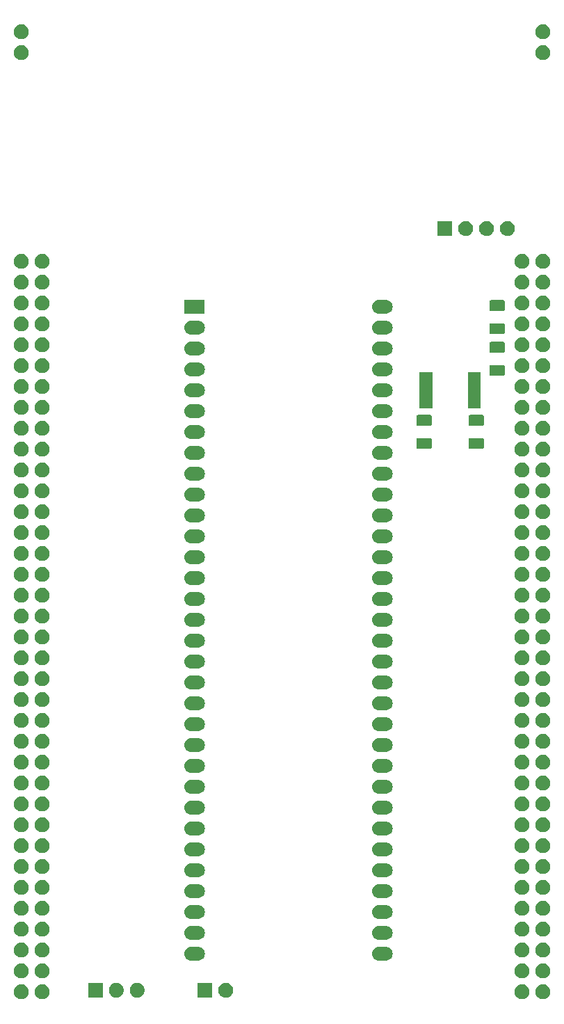
<source format=gbr>
G04 #@! TF.GenerationSoftware,KiCad,Pcbnew,(5.1.5)-2*
G04 #@! TF.CreationDate,2020-04-04T15:42:32+11:00*
G04 #@! TF.ProjectId,M68K-Nucleo,4d36384b-2d4e-4756-936c-656f2e6b6963,rev?*
G04 #@! TF.SameCoordinates,Original*
G04 #@! TF.FileFunction,Soldermask,Bot*
G04 #@! TF.FilePolarity,Negative*
%FSLAX46Y46*%
G04 Gerber Fmt 4.6, Leading zero omitted, Abs format (unit mm)*
G04 Created by KiCad (PCBNEW (5.1.5)-2) date 2020-04-04 15:42:32*
%MOMM*%
%LPD*%
G04 APERTURE LIST*
%ADD10C,0.100000*%
G04 APERTURE END LIST*
D10*
G36*
X105383512Y-152963927D02*
G01*
X105532812Y-152993624D01*
X105696784Y-153061544D01*
X105844354Y-153160147D01*
X105969853Y-153285646D01*
X106068456Y-153433216D01*
X106136376Y-153597188D01*
X106171000Y-153771259D01*
X106171000Y-153948741D01*
X106136376Y-154122812D01*
X106068456Y-154286784D01*
X105969853Y-154434354D01*
X105844354Y-154559853D01*
X105696784Y-154658456D01*
X105532812Y-154726376D01*
X105383512Y-154756073D01*
X105358742Y-154761000D01*
X105181258Y-154761000D01*
X105156488Y-154756073D01*
X105007188Y-154726376D01*
X104843216Y-154658456D01*
X104695646Y-154559853D01*
X104570147Y-154434354D01*
X104471544Y-154286784D01*
X104403624Y-154122812D01*
X104369000Y-153948741D01*
X104369000Y-153771259D01*
X104403624Y-153597188D01*
X104471544Y-153433216D01*
X104570147Y-153285646D01*
X104695646Y-153160147D01*
X104843216Y-153061544D01*
X105007188Y-152993624D01*
X105156488Y-152963927D01*
X105181258Y-152959000D01*
X105358742Y-152959000D01*
X105383512Y-152963927D01*
G37*
G36*
X163803512Y-152963927D02*
G01*
X163952812Y-152993624D01*
X164116784Y-153061544D01*
X164264354Y-153160147D01*
X164389853Y-153285646D01*
X164488456Y-153433216D01*
X164556376Y-153597188D01*
X164591000Y-153771259D01*
X164591000Y-153948741D01*
X164556376Y-154122812D01*
X164488456Y-154286784D01*
X164389853Y-154434354D01*
X164264354Y-154559853D01*
X164116784Y-154658456D01*
X163952812Y-154726376D01*
X163803512Y-154756073D01*
X163778742Y-154761000D01*
X163601258Y-154761000D01*
X163576488Y-154756073D01*
X163427188Y-154726376D01*
X163263216Y-154658456D01*
X163115646Y-154559853D01*
X162990147Y-154434354D01*
X162891544Y-154286784D01*
X162823624Y-154122812D01*
X162789000Y-153948741D01*
X162789000Y-153771259D01*
X162823624Y-153597188D01*
X162891544Y-153433216D01*
X162990147Y-153285646D01*
X163115646Y-153160147D01*
X163263216Y-153061544D01*
X163427188Y-152993624D01*
X163576488Y-152963927D01*
X163601258Y-152959000D01*
X163778742Y-152959000D01*
X163803512Y-152963927D01*
G37*
G36*
X166343512Y-152963927D02*
G01*
X166492812Y-152993624D01*
X166656784Y-153061544D01*
X166804354Y-153160147D01*
X166929853Y-153285646D01*
X167028456Y-153433216D01*
X167096376Y-153597188D01*
X167131000Y-153771259D01*
X167131000Y-153948741D01*
X167096376Y-154122812D01*
X167028456Y-154286784D01*
X166929853Y-154434354D01*
X166804354Y-154559853D01*
X166656784Y-154658456D01*
X166492812Y-154726376D01*
X166343512Y-154756073D01*
X166318742Y-154761000D01*
X166141258Y-154761000D01*
X166116488Y-154756073D01*
X165967188Y-154726376D01*
X165803216Y-154658456D01*
X165655646Y-154559853D01*
X165530147Y-154434354D01*
X165431544Y-154286784D01*
X165363624Y-154122812D01*
X165329000Y-153948741D01*
X165329000Y-153771259D01*
X165363624Y-153597188D01*
X165431544Y-153433216D01*
X165530147Y-153285646D01*
X165655646Y-153160147D01*
X165803216Y-153061544D01*
X165967188Y-152993624D01*
X166116488Y-152963927D01*
X166141258Y-152959000D01*
X166318742Y-152959000D01*
X166343512Y-152963927D01*
G37*
G36*
X102843512Y-152963927D02*
G01*
X102992812Y-152993624D01*
X103156784Y-153061544D01*
X103304354Y-153160147D01*
X103429853Y-153285646D01*
X103528456Y-153433216D01*
X103596376Y-153597188D01*
X103631000Y-153771259D01*
X103631000Y-153948741D01*
X103596376Y-154122812D01*
X103528456Y-154286784D01*
X103429853Y-154434354D01*
X103304354Y-154559853D01*
X103156784Y-154658456D01*
X102992812Y-154726376D01*
X102843512Y-154756073D01*
X102818742Y-154761000D01*
X102641258Y-154761000D01*
X102616488Y-154756073D01*
X102467188Y-154726376D01*
X102303216Y-154658456D01*
X102155646Y-154559853D01*
X102030147Y-154434354D01*
X101931544Y-154286784D01*
X101863624Y-154122812D01*
X101829000Y-153948741D01*
X101829000Y-153771259D01*
X101863624Y-153597188D01*
X101931544Y-153433216D01*
X102030147Y-153285646D01*
X102155646Y-153160147D01*
X102303216Y-153061544D01*
X102467188Y-152993624D01*
X102616488Y-152963927D01*
X102641258Y-152959000D01*
X102818742Y-152959000D01*
X102843512Y-152963927D01*
G37*
G36*
X112661000Y-154571000D02*
G01*
X110859000Y-154571000D01*
X110859000Y-152769000D01*
X112661000Y-152769000D01*
X112661000Y-154571000D01*
G37*
G36*
X127748512Y-152773927D02*
G01*
X127897812Y-152803624D01*
X128061784Y-152871544D01*
X128209354Y-152970147D01*
X128334853Y-153095646D01*
X128433456Y-153243216D01*
X128501376Y-153407188D01*
X128536000Y-153581259D01*
X128536000Y-153758741D01*
X128501376Y-153932812D01*
X128433456Y-154096784D01*
X128334853Y-154244354D01*
X128209354Y-154369853D01*
X128061784Y-154468456D01*
X127897812Y-154536376D01*
X127748512Y-154566073D01*
X127723742Y-154571000D01*
X127546258Y-154571000D01*
X127521488Y-154566073D01*
X127372188Y-154536376D01*
X127208216Y-154468456D01*
X127060646Y-154369853D01*
X126935147Y-154244354D01*
X126836544Y-154096784D01*
X126768624Y-153932812D01*
X126734000Y-153758741D01*
X126734000Y-153581259D01*
X126768624Y-153407188D01*
X126836544Y-153243216D01*
X126935147Y-153095646D01*
X127060646Y-152970147D01*
X127208216Y-152871544D01*
X127372188Y-152803624D01*
X127521488Y-152773927D01*
X127546258Y-152769000D01*
X127723742Y-152769000D01*
X127748512Y-152773927D01*
G37*
G36*
X125996000Y-154571000D02*
G01*
X124194000Y-154571000D01*
X124194000Y-152769000D01*
X125996000Y-152769000D01*
X125996000Y-154571000D01*
G37*
G36*
X114413512Y-152773927D02*
G01*
X114562812Y-152803624D01*
X114726784Y-152871544D01*
X114874354Y-152970147D01*
X114999853Y-153095646D01*
X115098456Y-153243216D01*
X115166376Y-153407188D01*
X115201000Y-153581259D01*
X115201000Y-153758741D01*
X115166376Y-153932812D01*
X115098456Y-154096784D01*
X114999853Y-154244354D01*
X114874354Y-154369853D01*
X114726784Y-154468456D01*
X114562812Y-154536376D01*
X114413512Y-154566073D01*
X114388742Y-154571000D01*
X114211258Y-154571000D01*
X114186488Y-154566073D01*
X114037188Y-154536376D01*
X113873216Y-154468456D01*
X113725646Y-154369853D01*
X113600147Y-154244354D01*
X113501544Y-154096784D01*
X113433624Y-153932812D01*
X113399000Y-153758741D01*
X113399000Y-153581259D01*
X113433624Y-153407188D01*
X113501544Y-153243216D01*
X113600147Y-153095646D01*
X113725646Y-152970147D01*
X113873216Y-152871544D01*
X114037188Y-152803624D01*
X114186488Y-152773927D01*
X114211258Y-152769000D01*
X114388742Y-152769000D01*
X114413512Y-152773927D01*
G37*
G36*
X116953512Y-152773927D02*
G01*
X117102812Y-152803624D01*
X117266784Y-152871544D01*
X117414354Y-152970147D01*
X117539853Y-153095646D01*
X117638456Y-153243216D01*
X117706376Y-153407188D01*
X117741000Y-153581259D01*
X117741000Y-153758741D01*
X117706376Y-153932812D01*
X117638456Y-154096784D01*
X117539853Y-154244354D01*
X117414354Y-154369853D01*
X117266784Y-154468456D01*
X117102812Y-154536376D01*
X116953512Y-154566073D01*
X116928742Y-154571000D01*
X116751258Y-154571000D01*
X116726488Y-154566073D01*
X116577188Y-154536376D01*
X116413216Y-154468456D01*
X116265646Y-154369853D01*
X116140147Y-154244354D01*
X116041544Y-154096784D01*
X115973624Y-153932812D01*
X115939000Y-153758741D01*
X115939000Y-153581259D01*
X115973624Y-153407188D01*
X116041544Y-153243216D01*
X116140147Y-153095646D01*
X116265646Y-152970147D01*
X116413216Y-152871544D01*
X116577188Y-152803624D01*
X116726488Y-152773927D01*
X116751258Y-152769000D01*
X116928742Y-152769000D01*
X116953512Y-152773927D01*
G37*
G36*
X102843512Y-150423927D02*
G01*
X102992812Y-150453624D01*
X103156784Y-150521544D01*
X103304354Y-150620147D01*
X103429853Y-150745646D01*
X103528456Y-150893216D01*
X103596376Y-151057188D01*
X103631000Y-151231259D01*
X103631000Y-151408741D01*
X103596376Y-151582812D01*
X103528456Y-151746784D01*
X103429853Y-151894354D01*
X103304354Y-152019853D01*
X103156784Y-152118456D01*
X102992812Y-152186376D01*
X102843512Y-152216073D01*
X102818742Y-152221000D01*
X102641258Y-152221000D01*
X102616488Y-152216073D01*
X102467188Y-152186376D01*
X102303216Y-152118456D01*
X102155646Y-152019853D01*
X102030147Y-151894354D01*
X101931544Y-151746784D01*
X101863624Y-151582812D01*
X101829000Y-151408741D01*
X101829000Y-151231259D01*
X101863624Y-151057188D01*
X101931544Y-150893216D01*
X102030147Y-150745646D01*
X102155646Y-150620147D01*
X102303216Y-150521544D01*
X102467188Y-150453624D01*
X102616488Y-150423927D01*
X102641258Y-150419000D01*
X102818742Y-150419000D01*
X102843512Y-150423927D01*
G37*
G36*
X105383512Y-150423927D02*
G01*
X105532812Y-150453624D01*
X105696784Y-150521544D01*
X105844354Y-150620147D01*
X105969853Y-150745646D01*
X106068456Y-150893216D01*
X106136376Y-151057188D01*
X106171000Y-151231259D01*
X106171000Y-151408741D01*
X106136376Y-151582812D01*
X106068456Y-151746784D01*
X105969853Y-151894354D01*
X105844354Y-152019853D01*
X105696784Y-152118456D01*
X105532812Y-152186376D01*
X105383512Y-152216073D01*
X105358742Y-152221000D01*
X105181258Y-152221000D01*
X105156488Y-152216073D01*
X105007188Y-152186376D01*
X104843216Y-152118456D01*
X104695646Y-152019853D01*
X104570147Y-151894354D01*
X104471544Y-151746784D01*
X104403624Y-151582812D01*
X104369000Y-151408741D01*
X104369000Y-151231259D01*
X104403624Y-151057188D01*
X104471544Y-150893216D01*
X104570147Y-150745646D01*
X104695646Y-150620147D01*
X104843216Y-150521544D01*
X105007188Y-150453624D01*
X105156488Y-150423927D01*
X105181258Y-150419000D01*
X105358742Y-150419000D01*
X105383512Y-150423927D01*
G37*
G36*
X166343512Y-150423927D02*
G01*
X166492812Y-150453624D01*
X166656784Y-150521544D01*
X166804354Y-150620147D01*
X166929853Y-150745646D01*
X167028456Y-150893216D01*
X167096376Y-151057188D01*
X167131000Y-151231259D01*
X167131000Y-151408741D01*
X167096376Y-151582812D01*
X167028456Y-151746784D01*
X166929853Y-151894354D01*
X166804354Y-152019853D01*
X166656784Y-152118456D01*
X166492812Y-152186376D01*
X166343512Y-152216073D01*
X166318742Y-152221000D01*
X166141258Y-152221000D01*
X166116488Y-152216073D01*
X165967188Y-152186376D01*
X165803216Y-152118456D01*
X165655646Y-152019853D01*
X165530147Y-151894354D01*
X165431544Y-151746784D01*
X165363624Y-151582812D01*
X165329000Y-151408741D01*
X165329000Y-151231259D01*
X165363624Y-151057188D01*
X165431544Y-150893216D01*
X165530147Y-150745646D01*
X165655646Y-150620147D01*
X165803216Y-150521544D01*
X165967188Y-150453624D01*
X166116488Y-150423927D01*
X166141258Y-150419000D01*
X166318742Y-150419000D01*
X166343512Y-150423927D01*
G37*
G36*
X163803512Y-150423927D02*
G01*
X163952812Y-150453624D01*
X164116784Y-150521544D01*
X164264354Y-150620147D01*
X164389853Y-150745646D01*
X164488456Y-150893216D01*
X164556376Y-151057188D01*
X164591000Y-151231259D01*
X164591000Y-151408741D01*
X164556376Y-151582812D01*
X164488456Y-151746784D01*
X164389853Y-151894354D01*
X164264354Y-152019853D01*
X164116784Y-152118456D01*
X163952812Y-152186376D01*
X163803512Y-152216073D01*
X163778742Y-152221000D01*
X163601258Y-152221000D01*
X163576488Y-152216073D01*
X163427188Y-152186376D01*
X163263216Y-152118456D01*
X163115646Y-152019853D01*
X162990147Y-151894354D01*
X162891544Y-151746784D01*
X162823624Y-151582812D01*
X162789000Y-151408741D01*
X162789000Y-151231259D01*
X162823624Y-151057188D01*
X162891544Y-150893216D01*
X162990147Y-150745646D01*
X163115646Y-150620147D01*
X163263216Y-150521544D01*
X163427188Y-150453624D01*
X163576488Y-150423927D01*
X163601258Y-150419000D01*
X163778742Y-150419000D01*
X163803512Y-150423927D01*
G37*
G36*
X124391823Y-148386313D02*
G01*
X124552242Y-148434976D01*
X124684906Y-148505886D01*
X124700078Y-148513996D01*
X124829659Y-148620341D01*
X124936004Y-148749922D01*
X124936005Y-148749924D01*
X125015024Y-148897758D01*
X125063687Y-149058177D01*
X125080117Y-149225000D01*
X125063687Y-149391823D01*
X125015024Y-149552242D01*
X125001012Y-149578456D01*
X124936004Y-149700078D01*
X124829659Y-149829659D01*
X124700078Y-149936004D01*
X124700076Y-149936005D01*
X124552242Y-150015024D01*
X124391823Y-150063687D01*
X124266804Y-150076000D01*
X123383196Y-150076000D01*
X123258177Y-150063687D01*
X123097758Y-150015024D01*
X122949924Y-149936005D01*
X122949922Y-149936004D01*
X122820341Y-149829659D01*
X122713996Y-149700078D01*
X122648988Y-149578456D01*
X122634976Y-149552242D01*
X122586313Y-149391823D01*
X122569883Y-149225000D01*
X122586313Y-149058177D01*
X122634976Y-148897758D01*
X122713995Y-148749924D01*
X122713996Y-148749922D01*
X122820341Y-148620341D01*
X122949922Y-148513996D01*
X122965094Y-148505886D01*
X123097758Y-148434976D01*
X123258177Y-148386313D01*
X123383196Y-148374000D01*
X124266804Y-148374000D01*
X124391823Y-148386313D01*
G37*
G36*
X147251823Y-148386313D02*
G01*
X147412242Y-148434976D01*
X147544906Y-148505886D01*
X147560078Y-148513996D01*
X147689659Y-148620341D01*
X147796004Y-148749922D01*
X147796005Y-148749924D01*
X147875024Y-148897758D01*
X147923687Y-149058177D01*
X147940117Y-149225000D01*
X147923687Y-149391823D01*
X147875024Y-149552242D01*
X147861012Y-149578456D01*
X147796004Y-149700078D01*
X147689659Y-149829659D01*
X147560078Y-149936004D01*
X147560076Y-149936005D01*
X147412242Y-150015024D01*
X147251823Y-150063687D01*
X147126804Y-150076000D01*
X146243196Y-150076000D01*
X146118177Y-150063687D01*
X145957758Y-150015024D01*
X145809924Y-149936005D01*
X145809922Y-149936004D01*
X145680341Y-149829659D01*
X145573996Y-149700078D01*
X145508988Y-149578456D01*
X145494976Y-149552242D01*
X145446313Y-149391823D01*
X145429883Y-149225000D01*
X145446313Y-149058177D01*
X145494976Y-148897758D01*
X145573995Y-148749924D01*
X145573996Y-148749922D01*
X145680341Y-148620341D01*
X145809922Y-148513996D01*
X145825094Y-148505886D01*
X145957758Y-148434976D01*
X146118177Y-148386313D01*
X146243196Y-148374000D01*
X147126804Y-148374000D01*
X147251823Y-148386313D01*
G37*
G36*
X163803512Y-147883927D02*
G01*
X163952812Y-147913624D01*
X164116784Y-147981544D01*
X164264354Y-148080147D01*
X164389853Y-148205646D01*
X164488456Y-148353216D01*
X164556376Y-148517188D01*
X164591000Y-148691259D01*
X164591000Y-148868741D01*
X164556376Y-149042812D01*
X164488456Y-149206784D01*
X164389853Y-149354354D01*
X164264354Y-149479853D01*
X164116784Y-149578456D01*
X163952812Y-149646376D01*
X163803512Y-149676073D01*
X163778742Y-149681000D01*
X163601258Y-149681000D01*
X163576488Y-149676073D01*
X163427188Y-149646376D01*
X163263216Y-149578456D01*
X163115646Y-149479853D01*
X162990147Y-149354354D01*
X162891544Y-149206784D01*
X162823624Y-149042812D01*
X162789000Y-148868741D01*
X162789000Y-148691259D01*
X162823624Y-148517188D01*
X162891544Y-148353216D01*
X162990147Y-148205646D01*
X163115646Y-148080147D01*
X163263216Y-147981544D01*
X163427188Y-147913624D01*
X163576488Y-147883927D01*
X163601258Y-147879000D01*
X163778742Y-147879000D01*
X163803512Y-147883927D01*
G37*
G36*
X105383512Y-147883927D02*
G01*
X105532812Y-147913624D01*
X105696784Y-147981544D01*
X105844354Y-148080147D01*
X105969853Y-148205646D01*
X106068456Y-148353216D01*
X106136376Y-148517188D01*
X106171000Y-148691259D01*
X106171000Y-148868741D01*
X106136376Y-149042812D01*
X106068456Y-149206784D01*
X105969853Y-149354354D01*
X105844354Y-149479853D01*
X105696784Y-149578456D01*
X105532812Y-149646376D01*
X105383512Y-149676073D01*
X105358742Y-149681000D01*
X105181258Y-149681000D01*
X105156488Y-149676073D01*
X105007188Y-149646376D01*
X104843216Y-149578456D01*
X104695646Y-149479853D01*
X104570147Y-149354354D01*
X104471544Y-149206784D01*
X104403624Y-149042812D01*
X104369000Y-148868741D01*
X104369000Y-148691259D01*
X104403624Y-148517188D01*
X104471544Y-148353216D01*
X104570147Y-148205646D01*
X104695646Y-148080147D01*
X104843216Y-147981544D01*
X105007188Y-147913624D01*
X105156488Y-147883927D01*
X105181258Y-147879000D01*
X105358742Y-147879000D01*
X105383512Y-147883927D01*
G37*
G36*
X102843512Y-147883927D02*
G01*
X102992812Y-147913624D01*
X103156784Y-147981544D01*
X103304354Y-148080147D01*
X103429853Y-148205646D01*
X103528456Y-148353216D01*
X103596376Y-148517188D01*
X103631000Y-148691259D01*
X103631000Y-148868741D01*
X103596376Y-149042812D01*
X103528456Y-149206784D01*
X103429853Y-149354354D01*
X103304354Y-149479853D01*
X103156784Y-149578456D01*
X102992812Y-149646376D01*
X102843512Y-149676073D01*
X102818742Y-149681000D01*
X102641258Y-149681000D01*
X102616488Y-149676073D01*
X102467188Y-149646376D01*
X102303216Y-149578456D01*
X102155646Y-149479853D01*
X102030147Y-149354354D01*
X101931544Y-149206784D01*
X101863624Y-149042812D01*
X101829000Y-148868741D01*
X101829000Y-148691259D01*
X101863624Y-148517188D01*
X101931544Y-148353216D01*
X102030147Y-148205646D01*
X102155646Y-148080147D01*
X102303216Y-147981544D01*
X102467188Y-147913624D01*
X102616488Y-147883927D01*
X102641258Y-147879000D01*
X102818742Y-147879000D01*
X102843512Y-147883927D01*
G37*
G36*
X166343512Y-147883927D02*
G01*
X166492812Y-147913624D01*
X166656784Y-147981544D01*
X166804354Y-148080147D01*
X166929853Y-148205646D01*
X167028456Y-148353216D01*
X167096376Y-148517188D01*
X167131000Y-148691259D01*
X167131000Y-148868741D01*
X167096376Y-149042812D01*
X167028456Y-149206784D01*
X166929853Y-149354354D01*
X166804354Y-149479853D01*
X166656784Y-149578456D01*
X166492812Y-149646376D01*
X166343512Y-149676073D01*
X166318742Y-149681000D01*
X166141258Y-149681000D01*
X166116488Y-149676073D01*
X165967188Y-149646376D01*
X165803216Y-149578456D01*
X165655646Y-149479853D01*
X165530147Y-149354354D01*
X165431544Y-149206784D01*
X165363624Y-149042812D01*
X165329000Y-148868741D01*
X165329000Y-148691259D01*
X165363624Y-148517188D01*
X165431544Y-148353216D01*
X165530147Y-148205646D01*
X165655646Y-148080147D01*
X165803216Y-147981544D01*
X165967188Y-147913624D01*
X166116488Y-147883927D01*
X166141258Y-147879000D01*
X166318742Y-147879000D01*
X166343512Y-147883927D01*
G37*
G36*
X147251823Y-145846313D02*
G01*
X147412242Y-145894976D01*
X147544906Y-145965886D01*
X147560078Y-145973996D01*
X147689659Y-146080341D01*
X147796004Y-146209922D01*
X147796005Y-146209924D01*
X147875024Y-146357758D01*
X147923687Y-146518177D01*
X147940117Y-146685000D01*
X147923687Y-146851823D01*
X147875024Y-147012242D01*
X147861012Y-147038456D01*
X147796004Y-147160078D01*
X147689659Y-147289659D01*
X147560078Y-147396004D01*
X147560076Y-147396005D01*
X147412242Y-147475024D01*
X147251823Y-147523687D01*
X147126804Y-147536000D01*
X146243196Y-147536000D01*
X146118177Y-147523687D01*
X145957758Y-147475024D01*
X145809924Y-147396005D01*
X145809922Y-147396004D01*
X145680341Y-147289659D01*
X145573996Y-147160078D01*
X145508988Y-147038456D01*
X145494976Y-147012242D01*
X145446313Y-146851823D01*
X145429883Y-146685000D01*
X145446313Y-146518177D01*
X145494976Y-146357758D01*
X145573995Y-146209924D01*
X145573996Y-146209922D01*
X145680341Y-146080341D01*
X145809922Y-145973996D01*
X145825094Y-145965886D01*
X145957758Y-145894976D01*
X146118177Y-145846313D01*
X146243196Y-145834000D01*
X147126804Y-145834000D01*
X147251823Y-145846313D01*
G37*
G36*
X124391823Y-145846313D02*
G01*
X124552242Y-145894976D01*
X124684906Y-145965886D01*
X124700078Y-145973996D01*
X124829659Y-146080341D01*
X124936004Y-146209922D01*
X124936005Y-146209924D01*
X125015024Y-146357758D01*
X125063687Y-146518177D01*
X125080117Y-146685000D01*
X125063687Y-146851823D01*
X125015024Y-147012242D01*
X125001012Y-147038456D01*
X124936004Y-147160078D01*
X124829659Y-147289659D01*
X124700078Y-147396004D01*
X124700076Y-147396005D01*
X124552242Y-147475024D01*
X124391823Y-147523687D01*
X124266804Y-147536000D01*
X123383196Y-147536000D01*
X123258177Y-147523687D01*
X123097758Y-147475024D01*
X122949924Y-147396005D01*
X122949922Y-147396004D01*
X122820341Y-147289659D01*
X122713996Y-147160078D01*
X122648988Y-147038456D01*
X122634976Y-147012242D01*
X122586313Y-146851823D01*
X122569883Y-146685000D01*
X122586313Y-146518177D01*
X122634976Y-146357758D01*
X122713995Y-146209924D01*
X122713996Y-146209922D01*
X122820341Y-146080341D01*
X122949922Y-145973996D01*
X122965094Y-145965886D01*
X123097758Y-145894976D01*
X123258177Y-145846313D01*
X123383196Y-145834000D01*
X124266804Y-145834000D01*
X124391823Y-145846313D01*
G37*
G36*
X102843512Y-145343927D02*
G01*
X102992812Y-145373624D01*
X103156784Y-145441544D01*
X103304354Y-145540147D01*
X103429853Y-145665646D01*
X103528456Y-145813216D01*
X103596376Y-145977188D01*
X103631000Y-146151259D01*
X103631000Y-146328741D01*
X103596376Y-146502812D01*
X103528456Y-146666784D01*
X103429853Y-146814354D01*
X103304354Y-146939853D01*
X103156784Y-147038456D01*
X102992812Y-147106376D01*
X102843512Y-147136073D01*
X102818742Y-147141000D01*
X102641258Y-147141000D01*
X102616488Y-147136073D01*
X102467188Y-147106376D01*
X102303216Y-147038456D01*
X102155646Y-146939853D01*
X102030147Y-146814354D01*
X101931544Y-146666784D01*
X101863624Y-146502812D01*
X101829000Y-146328741D01*
X101829000Y-146151259D01*
X101863624Y-145977188D01*
X101931544Y-145813216D01*
X102030147Y-145665646D01*
X102155646Y-145540147D01*
X102303216Y-145441544D01*
X102467188Y-145373624D01*
X102616488Y-145343927D01*
X102641258Y-145339000D01*
X102818742Y-145339000D01*
X102843512Y-145343927D01*
G37*
G36*
X105383512Y-145343927D02*
G01*
X105532812Y-145373624D01*
X105696784Y-145441544D01*
X105844354Y-145540147D01*
X105969853Y-145665646D01*
X106068456Y-145813216D01*
X106136376Y-145977188D01*
X106171000Y-146151259D01*
X106171000Y-146328741D01*
X106136376Y-146502812D01*
X106068456Y-146666784D01*
X105969853Y-146814354D01*
X105844354Y-146939853D01*
X105696784Y-147038456D01*
X105532812Y-147106376D01*
X105383512Y-147136073D01*
X105358742Y-147141000D01*
X105181258Y-147141000D01*
X105156488Y-147136073D01*
X105007188Y-147106376D01*
X104843216Y-147038456D01*
X104695646Y-146939853D01*
X104570147Y-146814354D01*
X104471544Y-146666784D01*
X104403624Y-146502812D01*
X104369000Y-146328741D01*
X104369000Y-146151259D01*
X104403624Y-145977188D01*
X104471544Y-145813216D01*
X104570147Y-145665646D01*
X104695646Y-145540147D01*
X104843216Y-145441544D01*
X105007188Y-145373624D01*
X105156488Y-145343927D01*
X105181258Y-145339000D01*
X105358742Y-145339000D01*
X105383512Y-145343927D01*
G37*
G36*
X163803512Y-145343927D02*
G01*
X163952812Y-145373624D01*
X164116784Y-145441544D01*
X164264354Y-145540147D01*
X164389853Y-145665646D01*
X164488456Y-145813216D01*
X164556376Y-145977188D01*
X164591000Y-146151259D01*
X164591000Y-146328741D01*
X164556376Y-146502812D01*
X164488456Y-146666784D01*
X164389853Y-146814354D01*
X164264354Y-146939853D01*
X164116784Y-147038456D01*
X163952812Y-147106376D01*
X163803512Y-147136073D01*
X163778742Y-147141000D01*
X163601258Y-147141000D01*
X163576488Y-147136073D01*
X163427188Y-147106376D01*
X163263216Y-147038456D01*
X163115646Y-146939853D01*
X162990147Y-146814354D01*
X162891544Y-146666784D01*
X162823624Y-146502812D01*
X162789000Y-146328741D01*
X162789000Y-146151259D01*
X162823624Y-145977188D01*
X162891544Y-145813216D01*
X162990147Y-145665646D01*
X163115646Y-145540147D01*
X163263216Y-145441544D01*
X163427188Y-145373624D01*
X163576488Y-145343927D01*
X163601258Y-145339000D01*
X163778742Y-145339000D01*
X163803512Y-145343927D01*
G37*
G36*
X166343512Y-145343927D02*
G01*
X166492812Y-145373624D01*
X166656784Y-145441544D01*
X166804354Y-145540147D01*
X166929853Y-145665646D01*
X167028456Y-145813216D01*
X167096376Y-145977188D01*
X167131000Y-146151259D01*
X167131000Y-146328741D01*
X167096376Y-146502812D01*
X167028456Y-146666784D01*
X166929853Y-146814354D01*
X166804354Y-146939853D01*
X166656784Y-147038456D01*
X166492812Y-147106376D01*
X166343512Y-147136073D01*
X166318742Y-147141000D01*
X166141258Y-147141000D01*
X166116488Y-147136073D01*
X165967188Y-147106376D01*
X165803216Y-147038456D01*
X165655646Y-146939853D01*
X165530147Y-146814354D01*
X165431544Y-146666784D01*
X165363624Y-146502812D01*
X165329000Y-146328741D01*
X165329000Y-146151259D01*
X165363624Y-145977188D01*
X165431544Y-145813216D01*
X165530147Y-145665646D01*
X165655646Y-145540147D01*
X165803216Y-145441544D01*
X165967188Y-145373624D01*
X166116488Y-145343927D01*
X166141258Y-145339000D01*
X166318742Y-145339000D01*
X166343512Y-145343927D01*
G37*
G36*
X124391823Y-143306313D02*
G01*
X124552242Y-143354976D01*
X124684906Y-143425886D01*
X124700078Y-143433996D01*
X124829659Y-143540341D01*
X124936004Y-143669922D01*
X124936005Y-143669924D01*
X125015024Y-143817758D01*
X125063687Y-143978177D01*
X125080117Y-144145000D01*
X125063687Y-144311823D01*
X125015024Y-144472242D01*
X125001012Y-144498456D01*
X124936004Y-144620078D01*
X124829659Y-144749659D01*
X124700078Y-144856004D01*
X124700076Y-144856005D01*
X124552242Y-144935024D01*
X124391823Y-144983687D01*
X124266804Y-144996000D01*
X123383196Y-144996000D01*
X123258177Y-144983687D01*
X123097758Y-144935024D01*
X122949924Y-144856005D01*
X122949922Y-144856004D01*
X122820341Y-144749659D01*
X122713996Y-144620078D01*
X122648988Y-144498456D01*
X122634976Y-144472242D01*
X122586313Y-144311823D01*
X122569883Y-144145000D01*
X122586313Y-143978177D01*
X122634976Y-143817758D01*
X122713995Y-143669924D01*
X122713996Y-143669922D01*
X122820341Y-143540341D01*
X122949922Y-143433996D01*
X122965094Y-143425886D01*
X123097758Y-143354976D01*
X123258177Y-143306313D01*
X123383196Y-143294000D01*
X124266804Y-143294000D01*
X124391823Y-143306313D01*
G37*
G36*
X147251823Y-143306313D02*
G01*
X147412242Y-143354976D01*
X147544906Y-143425886D01*
X147560078Y-143433996D01*
X147689659Y-143540341D01*
X147796004Y-143669922D01*
X147796005Y-143669924D01*
X147875024Y-143817758D01*
X147923687Y-143978177D01*
X147940117Y-144145000D01*
X147923687Y-144311823D01*
X147875024Y-144472242D01*
X147861012Y-144498456D01*
X147796004Y-144620078D01*
X147689659Y-144749659D01*
X147560078Y-144856004D01*
X147560076Y-144856005D01*
X147412242Y-144935024D01*
X147251823Y-144983687D01*
X147126804Y-144996000D01*
X146243196Y-144996000D01*
X146118177Y-144983687D01*
X145957758Y-144935024D01*
X145809924Y-144856005D01*
X145809922Y-144856004D01*
X145680341Y-144749659D01*
X145573996Y-144620078D01*
X145508988Y-144498456D01*
X145494976Y-144472242D01*
X145446313Y-144311823D01*
X145429883Y-144145000D01*
X145446313Y-143978177D01*
X145494976Y-143817758D01*
X145573995Y-143669924D01*
X145573996Y-143669922D01*
X145680341Y-143540341D01*
X145809922Y-143433996D01*
X145825094Y-143425886D01*
X145957758Y-143354976D01*
X146118177Y-143306313D01*
X146243196Y-143294000D01*
X147126804Y-143294000D01*
X147251823Y-143306313D01*
G37*
G36*
X102843512Y-142803927D02*
G01*
X102992812Y-142833624D01*
X103156784Y-142901544D01*
X103304354Y-143000147D01*
X103429853Y-143125646D01*
X103528456Y-143273216D01*
X103596376Y-143437188D01*
X103631000Y-143611259D01*
X103631000Y-143788741D01*
X103596376Y-143962812D01*
X103528456Y-144126784D01*
X103429853Y-144274354D01*
X103304354Y-144399853D01*
X103156784Y-144498456D01*
X102992812Y-144566376D01*
X102843512Y-144596073D01*
X102818742Y-144601000D01*
X102641258Y-144601000D01*
X102616488Y-144596073D01*
X102467188Y-144566376D01*
X102303216Y-144498456D01*
X102155646Y-144399853D01*
X102030147Y-144274354D01*
X101931544Y-144126784D01*
X101863624Y-143962812D01*
X101829000Y-143788741D01*
X101829000Y-143611259D01*
X101863624Y-143437188D01*
X101931544Y-143273216D01*
X102030147Y-143125646D01*
X102155646Y-143000147D01*
X102303216Y-142901544D01*
X102467188Y-142833624D01*
X102616488Y-142803927D01*
X102641258Y-142799000D01*
X102818742Y-142799000D01*
X102843512Y-142803927D01*
G37*
G36*
X163803512Y-142803927D02*
G01*
X163952812Y-142833624D01*
X164116784Y-142901544D01*
X164264354Y-143000147D01*
X164389853Y-143125646D01*
X164488456Y-143273216D01*
X164556376Y-143437188D01*
X164591000Y-143611259D01*
X164591000Y-143788741D01*
X164556376Y-143962812D01*
X164488456Y-144126784D01*
X164389853Y-144274354D01*
X164264354Y-144399853D01*
X164116784Y-144498456D01*
X163952812Y-144566376D01*
X163803512Y-144596073D01*
X163778742Y-144601000D01*
X163601258Y-144601000D01*
X163576488Y-144596073D01*
X163427188Y-144566376D01*
X163263216Y-144498456D01*
X163115646Y-144399853D01*
X162990147Y-144274354D01*
X162891544Y-144126784D01*
X162823624Y-143962812D01*
X162789000Y-143788741D01*
X162789000Y-143611259D01*
X162823624Y-143437188D01*
X162891544Y-143273216D01*
X162990147Y-143125646D01*
X163115646Y-143000147D01*
X163263216Y-142901544D01*
X163427188Y-142833624D01*
X163576488Y-142803927D01*
X163601258Y-142799000D01*
X163778742Y-142799000D01*
X163803512Y-142803927D01*
G37*
G36*
X166343512Y-142803927D02*
G01*
X166492812Y-142833624D01*
X166656784Y-142901544D01*
X166804354Y-143000147D01*
X166929853Y-143125646D01*
X167028456Y-143273216D01*
X167096376Y-143437188D01*
X167131000Y-143611259D01*
X167131000Y-143788741D01*
X167096376Y-143962812D01*
X167028456Y-144126784D01*
X166929853Y-144274354D01*
X166804354Y-144399853D01*
X166656784Y-144498456D01*
X166492812Y-144566376D01*
X166343512Y-144596073D01*
X166318742Y-144601000D01*
X166141258Y-144601000D01*
X166116488Y-144596073D01*
X165967188Y-144566376D01*
X165803216Y-144498456D01*
X165655646Y-144399853D01*
X165530147Y-144274354D01*
X165431544Y-144126784D01*
X165363624Y-143962812D01*
X165329000Y-143788741D01*
X165329000Y-143611259D01*
X165363624Y-143437188D01*
X165431544Y-143273216D01*
X165530147Y-143125646D01*
X165655646Y-143000147D01*
X165803216Y-142901544D01*
X165967188Y-142833624D01*
X166116488Y-142803927D01*
X166141258Y-142799000D01*
X166318742Y-142799000D01*
X166343512Y-142803927D01*
G37*
G36*
X105383512Y-142803927D02*
G01*
X105532812Y-142833624D01*
X105696784Y-142901544D01*
X105844354Y-143000147D01*
X105969853Y-143125646D01*
X106068456Y-143273216D01*
X106136376Y-143437188D01*
X106171000Y-143611259D01*
X106171000Y-143788741D01*
X106136376Y-143962812D01*
X106068456Y-144126784D01*
X105969853Y-144274354D01*
X105844354Y-144399853D01*
X105696784Y-144498456D01*
X105532812Y-144566376D01*
X105383512Y-144596073D01*
X105358742Y-144601000D01*
X105181258Y-144601000D01*
X105156488Y-144596073D01*
X105007188Y-144566376D01*
X104843216Y-144498456D01*
X104695646Y-144399853D01*
X104570147Y-144274354D01*
X104471544Y-144126784D01*
X104403624Y-143962812D01*
X104369000Y-143788741D01*
X104369000Y-143611259D01*
X104403624Y-143437188D01*
X104471544Y-143273216D01*
X104570147Y-143125646D01*
X104695646Y-143000147D01*
X104843216Y-142901544D01*
X105007188Y-142833624D01*
X105156488Y-142803927D01*
X105181258Y-142799000D01*
X105358742Y-142799000D01*
X105383512Y-142803927D01*
G37*
G36*
X147251823Y-140766313D02*
G01*
X147412242Y-140814976D01*
X147544906Y-140885886D01*
X147560078Y-140893996D01*
X147689659Y-141000341D01*
X147796004Y-141129922D01*
X147796005Y-141129924D01*
X147875024Y-141277758D01*
X147923687Y-141438177D01*
X147940117Y-141605000D01*
X147923687Y-141771823D01*
X147875024Y-141932242D01*
X147861012Y-141958456D01*
X147796004Y-142080078D01*
X147689659Y-142209659D01*
X147560078Y-142316004D01*
X147560076Y-142316005D01*
X147412242Y-142395024D01*
X147251823Y-142443687D01*
X147126804Y-142456000D01*
X146243196Y-142456000D01*
X146118177Y-142443687D01*
X145957758Y-142395024D01*
X145809924Y-142316005D01*
X145809922Y-142316004D01*
X145680341Y-142209659D01*
X145573996Y-142080078D01*
X145508988Y-141958456D01*
X145494976Y-141932242D01*
X145446313Y-141771823D01*
X145429883Y-141605000D01*
X145446313Y-141438177D01*
X145494976Y-141277758D01*
X145573995Y-141129924D01*
X145573996Y-141129922D01*
X145680341Y-141000341D01*
X145809922Y-140893996D01*
X145825094Y-140885886D01*
X145957758Y-140814976D01*
X146118177Y-140766313D01*
X146243196Y-140754000D01*
X147126804Y-140754000D01*
X147251823Y-140766313D01*
G37*
G36*
X124391823Y-140766313D02*
G01*
X124552242Y-140814976D01*
X124684906Y-140885886D01*
X124700078Y-140893996D01*
X124829659Y-141000341D01*
X124936004Y-141129922D01*
X124936005Y-141129924D01*
X125015024Y-141277758D01*
X125063687Y-141438177D01*
X125080117Y-141605000D01*
X125063687Y-141771823D01*
X125015024Y-141932242D01*
X125001012Y-141958456D01*
X124936004Y-142080078D01*
X124829659Y-142209659D01*
X124700078Y-142316004D01*
X124700076Y-142316005D01*
X124552242Y-142395024D01*
X124391823Y-142443687D01*
X124266804Y-142456000D01*
X123383196Y-142456000D01*
X123258177Y-142443687D01*
X123097758Y-142395024D01*
X122949924Y-142316005D01*
X122949922Y-142316004D01*
X122820341Y-142209659D01*
X122713996Y-142080078D01*
X122648988Y-141958456D01*
X122634976Y-141932242D01*
X122586313Y-141771823D01*
X122569883Y-141605000D01*
X122586313Y-141438177D01*
X122634976Y-141277758D01*
X122713995Y-141129924D01*
X122713996Y-141129922D01*
X122820341Y-141000341D01*
X122949922Y-140893996D01*
X122965094Y-140885886D01*
X123097758Y-140814976D01*
X123258177Y-140766313D01*
X123383196Y-140754000D01*
X124266804Y-140754000D01*
X124391823Y-140766313D01*
G37*
G36*
X163803512Y-140263927D02*
G01*
X163952812Y-140293624D01*
X164116784Y-140361544D01*
X164264354Y-140460147D01*
X164389853Y-140585646D01*
X164488456Y-140733216D01*
X164556376Y-140897188D01*
X164591000Y-141071259D01*
X164591000Y-141248741D01*
X164556376Y-141422812D01*
X164488456Y-141586784D01*
X164389853Y-141734354D01*
X164264354Y-141859853D01*
X164116784Y-141958456D01*
X163952812Y-142026376D01*
X163803512Y-142056073D01*
X163778742Y-142061000D01*
X163601258Y-142061000D01*
X163576488Y-142056073D01*
X163427188Y-142026376D01*
X163263216Y-141958456D01*
X163115646Y-141859853D01*
X162990147Y-141734354D01*
X162891544Y-141586784D01*
X162823624Y-141422812D01*
X162789000Y-141248741D01*
X162789000Y-141071259D01*
X162823624Y-140897188D01*
X162891544Y-140733216D01*
X162990147Y-140585646D01*
X163115646Y-140460147D01*
X163263216Y-140361544D01*
X163427188Y-140293624D01*
X163576488Y-140263927D01*
X163601258Y-140259000D01*
X163778742Y-140259000D01*
X163803512Y-140263927D01*
G37*
G36*
X166343512Y-140263927D02*
G01*
X166492812Y-140293624D01*
X166656784Y-140361544D01*
X166804354Y-140460147D01*
X166929853Y-140585646D01*
X167028456Y-140733216D01*
X167096376Y-140897188D01*
X167131000Y-141071259D01*
X167131000Y-141248741D01*
X167096376Y-141422812D01*
X167028456Y-141586784D01*
X166929853Y-141734354D01*
X166804354Y-141859853D01*
X166656784Y-141958456D01*
X166492812Y-142026376D01*
X166343512Y-142056073D01*
X166318742Y-142061000D01*
X166141258Y-142061000D01*
X166116488Y-142056073D01*
X165967188Y-142026376D01*
X165803216Y-141958456D01*
X165655646Y-141859853D01*
X165530147Y-141734354D01*
X165431544Y-141586784D01*
X165363624Y-141422812D01*
X165329000Y-141248741D01*
X165329000Y-141071259D01*
X165363624Y-140897188D01*
X165431544Y-140733216D01*
X165530147Y-140585646D01*
X165655646Y-140460147D01*
X165803216Y-140361544D01*
X165967188Y-140293624D01*
X166116488Y-140263927D01*
X166141258Y-140259000D01*
X166318742Y-140259000D01*
X166343512Y-140263927D01*
G37*
G36*
X105383512Y-140263927D02*
G01*
X105532812Y-140293624D01*
X105696784Y-140361544D01*
X105844354Y-140460147D01*
X105969853Y-140585646D01*
X106068456Y-140733216D01*
X106136376Y-140897188D01*
X106171000Y-141071259D01*
X106171000Y-141248741D01*
X106136376Y-141422812D01*
X106068456Y-141586784D01*
X105969853Y-141734354D01*
X105844354Y-141859853D01*
X105696784Y-141958456D01*
X105532812Y-142026376D01*
X105383512Y-142056073D01*
X105358742Y-142061000D01*
X105181258Y-142061000D01*
X105156488Y-142056073D01*
X105007188Y-142026376D01*
X104843216Y-141958456D01*
X104695646Y-141859853D01*
X104570147Y-141734354D01*
X104471544Y-141586784D01*
X104403624Y-141422812D01*
X104369000Y-141248741D01*
X104369000Y-141071259D01*
X104403624Y-140897188D01*
X104471544Y-140733216D01*
X104570147Y-140585646D01*
X104695646Y-140460147D01*
X104843216Y-140361544D01*
X105007188Y-140293624D01*
X105156488Y-140263927D01*
X105181258Y-140259000D01*
X105358742Y-140259000D01*
X105383512Y-140263927D01*
G37*
G36*
X102843512Y-140263927D02*
G01*
X102992812Y-140293624D01*
X103156784Y-140361544D01*
X103304354Y-140460147D01*
X103429853Y-140585646D01*
X103528456Y-140733216D01*
X103596376Y-140897188D01*
X103631000Y-141071259D01*
X103631000Y-141248741D01*
X103596376Y-141422812D01*
X103528456Y-141586784D01*
X103429853Y-141734354D01*
X103304354Y-141859853D01*
X103156784Y-141958456D01*
X102992812Y-142026376D01*
X102843512Y-142056073D01*
X102818742Y-142061000D01*
X102641258Y-142061000D01*
X102616488Y-142056073D01*
X102467188Y-142026376D01*
X102303216Y-141958456D01*
X102155646Y-141859853D01*
X102030147Y-141734354D01*
X101931544Y-141586784D01*
X101863624Y-141422812D01*
X101829000Y-141248741D01*
X101829000Y-141071259D01*
X101863624Y-140897188D01*
X101931544Y-140733216D01*
X102030147Y-140585646D01*
X102155646Y-140460147D01*
X102303216Y-140361544D01*
X102467188Y-140293624D01*
X102616488Y-140263927D01*
X102641258Y-140259000D01*
X102818742Y-140259000D01*
X102843512Y-140263927D01*
G37*
G36*
X124391823Y-138226313D02*
G01*
X124552242Y-138274976D01*
X124684906Y-138345886D01*
X124700078Y-138353996D01*
X124829659Y-138460341D01*
X124936004Y-138589922D01*
X124936005Y-138589924D01*
X125015024Y-138737758D01*
X125063687Y-138898177D01*
X125080117Y-139065000D01*
X125063687Y-139231823D01*
X125015024Y-139392242D01*
X125001012Y-139418456D01*
X124936004Y-139540078D01*
X124829659Y-139669659D01*
X124700078Y-139776004D01*
X124700076Y-139776005D01*
X124552242Y-139855024D01*
X124391823Y-139903687D01*
X124266804Y-139916000D01*
X123383196Y-139916000D01*
X123258177Y-139903687D01*
X123097758Y-139855024D01*
X122949924Y-139776005D01*
X122949922Y-139776004D01*
X122820341Y-139669659D01*
X122713996Y-139540078D01*
X122648988Y-139418456D01*
X122634976Y-139392242D01*
X122586313Y-139231823D01*
X122569883Y-139065000D01*
X122586313Y-138898177D01*
X122634976Y-138737758D01*
X122713995Y-138589924D01*
X122713996Y-138589922D01*
X122820341Y-138460341D01*
X122949922Y-138353996D01*
X122965094Y-138345886D01*
X123097758Y-138274976D01*
X123258177Y-138226313D01*
X123383196Y-138214000D01*
X124266804Y-138214000D01*
X124391823Y-138226313D01*
G37*
G36*
X147251823Y-138226313D02*
G01*
X147412242Y-138274976D01*
X147544906Y-138345886D01*
X147560078Y-138353996D01*
X147689659Y-138460341D01*
X147796004Y-138589922D01*
X147796005Y-138589924D01*
X147875024Y-138737758D01*
X147923687Y-138898177D01*
X147940117Y-139065000D01*
X147923687Y-139231823D01*
X147875024Y-139392242D01*
X147861012Y-139418456D01*
X147796004Y-139540078D01*
X147689659Y-139669659D01*
X147560078Y-139776004D01*
X147560076Y-139776005D01*
X147412242Y-139855024D01*
X147251823Y-139903687D01*
X147126804Y-139916000D01*
X146243196Y-139916000D01*
X146118177Y-139903687D01*
X145957758Y-139855024D01*
X145809924Y-139776005D01*
X145809922Y-139776004D01*
X145680341Y-139669659D01*
X145573996Y-139540078D01*
X145508988Y-139418456D01*
X145494976Y-139392242D01*
X145446313Y-139231823D01*
X145429883Y-139065000D01*
X145446313Y-138898177D01*
X145494976Y-138737758D01*
X145573995Y-138589924D01*
X145573996Y-138589922D01*
X145680341Y-138460341D01*
X145809922Y-138353996D01*
X145825094Y-138345886D01*
X145957758Y-138274976D01*
X146118177Y-138226313D01*
X146243196Y-138214000D01*
X147126804Y-138214000D01*
X147251823Y-138226313D01*
G37*
G36*
X105383512Y-137723927D02*
G01*
X105532812Y-137753624D01*
X105696784Y-137821544D01*
X105844354Y-137920147D01*
X105969853Y-138045646D01*
X106068456Y-138193216D01*
X106136376Y-138357188D01*
X106171000Y-138531259D01*
X106171000Y-138708741D01*
X106136376Y-138882812D01*
X106068456Y-139046784D01*
X105969853Y-139194354D01*
X105844354Y-139319853D01*
X105696784Y-139418456D01*
X105532812Y-139486376D01*
X105383512Y-139516073D01*
X105358742Y-139521000D01*
X105181258Y-139521000D01*
X105156488Y-139516073D01*
X105007188Y-139486376D01*
X104843216Y-139418456D01*
X104695646Y-139319853D01*
X104570147Y-139194354D01*
X104471544Y-139046784D01*
X104403624Y-138882812D01*
X104369000Y-138708741D01*
X104369000Y-138531259D01*
X104403624Y-138357188D01*
X104471544Y-138193216D01*
X104570147Y-138045646D01*
X104695646Y-137920147D01*
X104843216Y-137821544D01*
X105007188Y-137753624D01*
X105156488Y-137723927D01*
X105181258Y-137719000D01*
X105358742Y-137719000D01*
X105383512Y-137723927D01*
G37*
G36*
X166343512Y-137723927D02*
G01*
X166492812Y-137753624D01*
X166656784Y-137821544D01*
X166804354Y-137920147D01*
X166929853Y-138045646D01*
X167028456Y-138193216D01*
X167096376Y-138357188D01*
X167131000Y-138531259D01*
X167131000Y-138708741D01*
X167096376Y-138882812D01*
X167028456Y-139046784D01*
X166929853Y-139194354D01*
X166804354Y-139319853D01*
X166656784Y-139418456D01*
X166492812Y-139486376D01*
X166343512Y-139516073D01*
X166318742Y-139521000D01*
X166141258Y-139521000D01*
X166116488Y-139516073D01*
X165967188Y-139486376D01*
X165803216Y-139418456D01*
X165655646Y-139319853D01*
X165530147Y-139194354D01*
X165431544Y-139046784D01*
X165363624Y-138882812D01*
X165329000Y-138708741D01*
X165329000Y-138531259D01*
X165363624Y-138357188D01*
X165431544Y-138193216D01*
X165530147Y-138045646D01*
X165655646Y-137920147D01*
X165803216Y-137821544D01*
X165967188Y-137753624D01*
X166116488Y-137723927D01*
X166141258Y-137719000D01*
X166318742Y-137719000D01*
X166343512Y-137723927D01*
G37*
G36*
X163803512Y-137723927D02*
G01*
X163952812Y-137753624D01*
X164116784Y-137821544D01*
X164264354Y-137920147D01*
X164389853Y-138045646D01*
X164488456Y-138193216D01*
X164556376Y-138357188D01*
X164591000Y-138531259D01*
X164591000Y-138708741D01*
X164556376Y-138882812D01*
X164488456Y-139046784D01*
X164389853Y-139194354D01*
X164264354Y-139319853D01*
X164116784Y-139418456D01*
X163952812Y-139486376D01*
X163803512Y-139516073D01*
X163778742Y-139521000D01*
X163601258Y-139521000D01*
X163576488Y-139516073D01*
X163427188Y-139486376D01*
X163263216Y-139418456D01*
X163115646Y-139319853D01*
X162990147Y-139194354D01*
X162891544Y-139046784D01*
X162823624Y-138882812D01*
X162789000Y-138708741D01*
X162789000Y-138531259D01*
X162823624Y-138357188D01*
X162891544Y-138193216D01*
X162990147Y-138045646D01*
X163115646Y-137920147D01*
X163263216Y-137821544D01*
X163427188Y-137753624D01*
X163576488Y-137723927D01*
X163601258Y-137719000D01*
X163778742Y-137719000D01*
X163803512Y-137723927D01*
G37*
G36*
X102843512Y-137723927D02*
G01*
X102992812Y-137753624D01*
X103156784Y-137821544D01*
X103304354Y-137920147D01*
X103429853Y-138045646D01*
X103528456Y-138193216D01*
X103596376Y-138357188D01*
X103631000Y-138531259D01*
X103631000Y-138708741D01*
X103596376Y-138882812D01*
X103528456Y-139046784D01*
X103429853Y-139194354D01*
X103304354Y-139319853D01*
X103156784Y-139418456D01*
X102992812Y-139486376D01*
X102843512Y-139516073D01*
X102818742Y-139521000D01*
X102641258Y-139521000D01*
X102616488Y-139516073D01*
X102467188Y-139486376D01*
X102303216Y-139418456D01*
X102155646Y-139319853D01*
X102030147Y-139194354D01*
X101931544Y-139046784D01*
X101863624Y-138882812D01*
X101829000Y-138708741D01*
X101829000Y-138531259D01*
X101863624Y-138357188D01*
X101931544Y-138193216D01*
X102030147Y-138045646D01*
X102155646Y-137920147D01*
X102303216Y-137821544D01*
X102467188Y-137753624D01*
X102616488Y-137723927D01*
X102641258Y-137719000D01*
X102818742Y-137719000D01*
X102843512Y-137723927D01*
G37*
G36*
X147251823Y-135686313D02*
G01*
X147412242Y-135734976D01*
X147544906Y-135805886D01*
X147560078Y-135813996D01*
X147689659Y-135920341D01*
X147796004Y-136049922D01*
X147796005Y-136049924D01*
X147875024Y-136197758D01*
X147923687Y-136358177D01*
X147940117Y-136525000D01*
X147923687Y-136691823D01*
X147875024Y-136852242D01*
X147861012Y-136878456D01*
X147796004Y-137000078D01*
X147689659Y-137129659D01*
X147560078Y-137236004D01*
X147560076Y-137236005D01*
X147412242Y-137315024D01*
X147251823Y-137363687D01*
X147126804Y-137376000D01*
X146243196Y-137376000D01*
X146118177Y-137363687D01*
X145957758Y-137315024D01*
X145809924Y-137236005D01*
X145809922Y-137236004D01*
X145680341Y-137129659D01*
X145573996Y-137000078D01*
X145508988Y-136878456D01*
X145494976Y-136852242D01*
X145446313Y-136691823D01*
X145429883Y-136525000D01*
X145446313Y-136358177D01*
X145494976Y-136197758D01*
X145573995Y-136049924D01*
X145573996Y-136049922D01*
X145680341Y-135920341D01*
X145809922Y-135813996D01*
X145825094Y-135805886D01*
X145957758Y-135734976D01*
X146118177Y-135686313D01*
X146243196Y-135674000D01*
X147126804Y-135674000D01*
X147251823Y-135686313D01*
G37*
G36*
X124391823Y-135686313D02*
G01*
X124552242Y-135734976D01*
X124684906Y-135805886D01*
X124700078Y-135813996D01*
X124829659Y-135920341D01*
X124936004Y-136049922D01*
X124936005Y-136049924D01*
X125015024Y-136197758D01*
X125063687Y-136358177D01*
X125080117Y-136525000D01*
X125063687Y-136691823D01*
X125015024Y-136852242D01*
X125001012Y-136878456D01*
X124936004Y-137000078D01*
X124829659Y-137129659D01*
X124700078Y-137236004D01*
X124700076Y-137236005D01*
X124552242Y-137315024D01*
X124391823Y-137363687D01*
X124266804Y-137376000D01*
X123383196Y-137376000D01*
X123258177Y-137363687D01*
X123097758Y-137315024D01*
X122949924Y-137236005D01*
X122949922Y-137236004D01*
X122820341Y-137129659D01*
X122713996Y-137000078D01*
X122648988Y-136878456D01*
X122634976Y-136852242D01*
X122586313Y-136691823D01*
X122569883Y-136525000D01*
X122586313Y-136358177D01*
X122634976Y-136197758D01*
X122713995Y-136049924D01*
X122713996Y-136049922D01*
X122820341Y-135920341D01*
X122949922Y-135813996D01*
X122965094Y-135805886D01*
X123097758Y-135734976D01*
X123258177Y-135686313D01*
X123383196Y-135674000D01*
X124266804Y-135674000D01*
X124391823Y-135686313D01*
G37*
G36*
X105383512Y-135183927D02*
G01*
X105532812Y-135213624D01*
X105696784Y-135281544D01*
X105844354Y-135380147D01*
X105969853Y-135505646D01*
X106068456Y-135653216D01*
X106136376Y-135817188D01*
X106171000Y-135991259D01*
X106171000Y-136168741D01*
X106136376Y-136342812D01*
X106068456Y-136506784D01*
X105969853Y-136654354D01*
X105844354Y-136779853D01*
X105696784Y-136878456D01*
X105532812Y-136946376D01*
X105383512Y-136976073D01*
X105358742Y-136981000D01*
X105181258Y-136981000D01*
X105156488Y-136976073D01*
X105007188Y-136946376D01*
X104843216Y-136878456D01*
X104695646Y-136779853D01*
X104570147Y-136654354D01*
X104471544Y-136506784D01*
X104403624Y-136342812D01*
X104369000Y-136168741D01*
X104369000Y-135991259D01*
X104403624Y-135817188D01*
X104471544Y-135653216D01*
X104570147Y-135505646D01*
X104695646Y-135380147D01*
X104843216Y-135281544D01*
X105007188Y-135213624D01*
X105156488Y-135183927D01*
X105181258Y-135179000D01*
X105358742Y-135179000D01*
X105383512Y-135183927D01*
G37*
G36*
X163803512Y-135183927D02*
G01*
X163952812Y-135213624D01*
X164116784Y-135281544D01*
X164264354Y-135380147D01*
X164389853Y-135505646D01*
X164488456Y-135653216D01*
X164556376Y-135817188D01*
X164591000Y-135991259D01*
X164591000Y-136168741D01*
X164556376Y-136342812D01*
X164488456Y-136506784D01*
X164389853Y-136654354D01*
X164264354Y-136779853D01*
X164116784Y-136878456D01*
X163952812Y-136946376D01*
X163803512Y-136976073D01*
X163778742Y-136981000D01*
X163601258Y-136981000D01*
X163576488Y-136976073D01*
X163427188Y-136946376D01*
X163263216Y-136878456D01*
X163115646Y-136779853D01*
X162990147Y-136654354D01*
X162891544Y-136506784D01*
X162823624Y-136342812D01*
X162789000Y-136168741D01*
X162789000Y-135991259D01*
X162823624Y-135817188D01*
X162891544Y-135653216D01*
X162990147Y-135505646D01*
X163115646Y-135380147D01*
X163263216Y-135281544D01*
X163427188Y-135213624D01*
X163576488Y-135183927D01*
X163601258Y-135179000D01*
X163778742Y-135179000D01*
X163803512Y-135183927D01*
G37*
G36*
X102843512Y-135183927D02*
G01*
X102992812Y-135213624D01*
X103156784Y-135281544D01*
X103304354Y-135380147D01*
X103429853Y-135505646D01*
X103528456Y-135653216D01*
X103596376Y-135817188D01*
X103631000Y-135991259D01*
X103631000Y-136168741D01*
X103596376Y-136342812D01*
X103528456Y-136506784D01*
X103429853Y-136654354D01*
X103304354Y-136779853D01*
X103156784Y-136878456D01*
X102992812Y-136946376D01*
X102843512Y-136976073D01*
X102818742Y-136981000D01*
X102641258Y-136981000D01*
X102616488Y-136976073D01*
X102467188Y-136946376D01*
X102303216Y-136878456D01*
X102155646Y-136779853D01*
X102030147Y-136654354D01*
X101931544Y-136506784D01*
X101863624Y-136342812D01*
X101829000Y-136168741D01*
X101829000Y-135991259D01*
X101863624Y-135817188D01*
X101931544Y-135653216D01*
X102030147Y-135505646D01*
X102155646Y-135380147D01*
X102303216Y-135281544D01*
X102467188Y-135213624D01*
X102616488Y-135183927D01*
X102641258Y-135179000D01*
X102818742Y-135179000D01*
X102843512Y-135183927D01*
G37*
G36*
X166343512Y-135183927D02*
G01*
X166492812Y-135213624D01*
X166656784Y-135281544D01*
X166804354Y-135380147D01*
X166929853Y-135505646D01*
X167028456Y-135653216D01*
X167096376Y-135817188D01*
X167131000Y-135991259D01*
X167131000Y-136168741D01*
X167096376Y-136342812D01*
X167028456Y-136506784D01*
X166929853Y-136654354D01*
X166804354Y-136779853D01*
X166656784Y-136878456D01*
X166492812Y-136946376D01*
X166343512Y-136976073D01*
X166318742Y-136981000D01*
X166141258Y-136981000D01*
X166116488Y-136976073D01*
X165967188Y-136946376D01*
X165803216Y-136878456D01*
X165655646Y-136779853D01*
X165530147Y-136654354D01*
X165431544Y-136506784D01*
X165363624Y-136342812D01*
X165329000Y-136168741D01*
X165329000Y-135991259D01*
X165363624Y-135817188D01*
X165431544Y-135653216D01*
X165530147Y-135505646D01*
X165655646Y-135380147D01*
X165803216Y-135281544D01*
X165967188Y-135213624D01*
X166116488Y-135183927D01*
X166141258Y-135179000D01*
X166318742Y-135179000D01*
X166343512Y-135183927D01*
G37*
G36*
X124391823Y-133146313D02*
G01*
X124552242Y-133194976D01*
X124684906Y-133265886D01*
X124700078Y-133273996D01*
X124829659Y-133380341D01*
X124936004Y-133509922D01*
X124936005Y-133509924D01*
X125015024Y-133657758D01*
X125063687Y-133818177D01*
X125080117Y-133985000D01*
X125063687Y-134151823D01*
X125015024Y-134312242D01*
X125001012Y-134338456D01*
X124936004Y-134460078D01*
X124829659Y-134589659D01*
X124700078Y-134696004D01*
X124700076Y-134696005D01*
X124552242Y-134775024D01*
X124391823Y-134823687D01*
X124266804Y-134836000D01*
X123383196Y-134836000D01*
X123258177Y-134823687D01*
X123097758Y-134775024D01*
X122949924Y-134696005D01*
X122949922Y-134696004D01*
X122820341Y-134589659D01*
X122713996Y-134460078D01*
X122648988Y-134338456D01*
X122634976Y-134312242D01*
X122586313Y-134151823D01*
X122569883Y-133985000D01*
X122586313Y-133818177D01*
X122634976Y-133657758D01*
X122713995Y-133509924D01*
X122713996Y-133509922D01*
X122820341Y-133380341D01*
X122949922Y-133273996D01*
X122965094Y-133265886D01*
X123097758Y-133194976D01*
X123258177Y-133146313D01*
X123383196Y-133134000D01*
X124266804Y-133134000D01*
X124391823Y-133146313D01*
G37*
G36*
X147251823Y-133146313D02*
G01*
X147412242Y-133194976D01*
X147544906Y-133265886D01*
X147560078Y-133273996D01*
X147689659Y-133380341D01*
X147796004Y-133509922D01*
X147796005Y-133509924D01*
X147875024Y-133657758D01*
X147923687Y-133818177D01*
X147940117Y-133985000D01*
X147923687Y-134151823D01*
X147875024Y-134312242D01*
X147861012Y-134338456D01*
X147796004Y-134460078D01*
X147689659Y-134589659D01*
X147560078Y-134696004D01*
X147560076Y-134696005D01*
X147412242Y-134775024D01*
X147251823Y-134823687D01*
X147126804Y-134836000D01*
X146243196Y-134836000D01*
X146118177Y-134823687D01*
X145957758Y-134775024D01*
X145809924Y-134696005D01*
X145809922Y-134696004D01*
X145680341Y-134589659D01*
X145573996Y-134460078D01*
X145508988Y-134338456D01*
X145494976Y-134312242D01*
X145446313Y-134151823D01*
X145429883Y-133985000D01*
X145446313Y-133818177D01*
X145494976Y-133657758D01*
X145573995Y-133509924D01*
X145573996Y-133509922D01*
X145680341Y-133380341D01*
X145809922Y-133273996D01*
X145825094Y-133265886D01*
X145957758Y-133194976D01*
X146118177Y-133146313D01*
X146243196Y-133134000D01*
X147126804Y-133134000D01*
X147251823Y-133146313D01*
G37*
G36*
X102843512Y-132643927D02*
G01*
X102992812Y-132673624D01*
X103156784Y-132741544D01*
X103304354Y-132840147D01*
X103429853Y-132965646D01*
X103528456Y-133113216D01*
X103596376Y-133277188D01*
X103631000Y-133451259D01*
X103631000Y-133628741D01*
X103596376Y-133802812D01*
X103528456Y-133966784D01*
X103429853Y-134114354D01*
X103304354Y-134239853D01*
X103156784Y-134338456D01*
X102992812Y-134406376D01*
X102843512Y-134436073D01*
X102818742Y-134441000D01*
X102641258Y-134441000D01*
X102616488Y-134436073D01*
X102467188Y-134406376D01*
X102303216Y-134338456D01*
X102155646Y-134239853D01*
X102030147Y-134114354D01*
X101931544Y-133966784D01*
X101863624Y-133802812D01*
X101829000Y-133628741D01*
X101829000Y-133451259D01*
X101863624Y-133277188D01*
X101931544Y-133113216D01*
X102030147Y-132965646D01*
X102155646Y-132840147D01*
X102303216Y-132741544D01*
X102467188Y-132673624D01*
X102616488Y-132643927D01*
X102641258Y-132639000D01*
X102818742Y-132639000D01*
X102843512Y-132643927D01*
G37*
G36*
X105383512Y-132643927D02*
G01*
X105532812Y-132673624D01*
X105696784Y-132741544D01*
X105844354Y-132840147D01*
X105969853Y-132965646D01*
X106068456Y-133113216D01*
X106136376Y-133277188D01*
X106171000Y-133451259D01*
X106171000Y-133628741D01*
X106136376Y-133802812D01*
X106068456Y-133966784D01*
X105969853Y-134114354D01*
X105844354Y-134239853D01*
X105696784Y-134338456D01*
X105532812Y-134406376D01*
X105383512Y-134436073D01*
X105358742Y-134441000D01*
X105181258Y-134441000D01*
X105156488Y-134436073D01*
X105007188Y-134406376D01*
X104843216Y-134338456D01*
X104695646Y-134239853D01*
X104570147Y-134114354D01*
X104471544Y-133966784D01*
X104403624Y-133802812D01*
X104369000Y-133628741D01*
X104369000Y-133451259D01*
X104403624Y-133277188D01*
X104471544Y-133113216D01*
X104570147Y-132965646D01*
X104695646Y-132840147D01*
X104843216Y-132741544D01*
X105007188Y-132673624D01*
X105156488Y-132643927D01*
X105181258Y-132639000D01*
X105358742Y-132639000D01*
X105383512Y-132643927D01*
G37*
G36*
X166343512Y-132643927D02*
G01*
X166492812Y-132673624D01*
X166656784Y-132741544D01*
X166804354Y-132840147D01*
X166929853Y-132965646D01*
X167028456Y-133113216D01*
X167096376Y-133277188D01*
X167131000Y-133451259D01*
X167131000Y-133628741D01*
X167096376Y-133802812D01*
X167028456Y-133966784D01*
X166929853Y-134114354D01*
X166804354Y-134239853D01*
X166656784Y-134338456D01*
X166492812Y-134406376D01*
X166343512Y-134436073D01*
X166318742Y-134441000D01*
X166141258Y-134441000D01*
X166116488Y-134436073D01*
X165967188Y-134406376D01*
X165803216Y-134338456D01*
X165655646Y-134239853D01*
X165530147Y-134114354D01*
X165431544Y-133966784D01*
X165363624Y-133802812D01*
X165329000Y-133628741D01*
X165329000Y-133451259D01*
X165363624Y-133277188D01*
X165431544Y-133113216D01*
X165530147Y-132965646D01*
X165655646Y-132840147D01*
X165803216Y-132741544D01*
X165967188Y-132673624D01*
X166116488Y-132643927D01*
X166141258Y-132639000D01*
X166318742Y-132639000D01*
X166343512Y-132643927D01*
G37*
G36*
X163803512Y-132643927D02*
G01*
X163952812Y-132673624D01*
X164116784Y-132741544D01*
X164264354Y-132840147D01*
X164389853Y-132965646D01*
X164488456Y-133113216D01*
X164556376Y-133277188D01*
X164591000Y-133451259D01*
X164591000Y-133628741D01*
X164556376Y-133802812D01*
X164488456Y-133966784D01*
X164389853Y-134114354D01*
X164264354Y-134239853D01*
X164116784Y-134338456D01*
X163952812Y-134406376D01*
X163803512Y-134436073D01*
X163778742Y-134441000D01*
X163601258Y-134441000D01*
X163576488Y-134436073D01*
X163427188Y-134406376D01*
X163263216Y-134338456D01*
X163115646Y-134239853D01*
X162990147Y-134114354D01*
X162891544Y-133966784D01*
X162823624Y-133802812D01*
X162789000Y-133628741D01*
X162789000Y-133451259D01*
X162823624Y-133277188D01*
X162891544Y-133113216D01*
X162990147Y-132965646D01*
X163115646Y-132840147D01*
X163263216Y-132741544D01*
X163427188Y-132673624D01*
X163576488Y-132643927D01*
X163601258Y-132639000D01*
X163778742Y-132639000D01*
X163803512Y-132643927D01*
G37*
G36*
X124391823Y-130606313D02*
G01*
X124552242Y-130654976D01*
X124684906Y-130725886D01*
X124700078Y-130733996D01*
X124829659Y-130840341D01*
X124936004Y-130969922D01*
X124936005Y-130969924D01*
X125015024Y-131117758D01*
X125063687Y-131278177D01*
X125080117Y-131445000D01*
X125063687Y-131611823D01*
X125015024Y-131772242D01*
X125001012Y-131798456D01*
X124936004Y-131920078D01*
X124829659Y-132049659D01*
X124700078Y-132156004D01*
X124700076Y-132156005D01*
X124552242Y-132235024D01*
X124391823Y-132283687D01*
X124266804Y-132296000D01*
X123383196Y-132296000D01*
X123258177Y-132283687D01*
X123097758Y-132235024D01*
X122949924Y-132156005D01*
X122949922Y-132156004D01*
X122820341Y-132049659D01*
X122713996Y-131920078D01*
X122648988Y-131798456D01*
X122634976Y-131772242D01*
X122586313Y-131611823D01*
X122569883Y-131445000D01*
X122586313Y-131278177D01*
X122634976Y-131117758D01*
X122713995Y-130969924D01*
X122713996Y-130969922D01*
X122820341Y-130840341D01*
X122949922Y-130733996D01*
X122965094Y-130725886D01*
X123097758Y-130654976D01*
X123258177Y-130606313D01*
X123383196Y-130594000D01*
X124266804Y-130594000D01*
X124391823Y-130606313D01*
G37*
G36*
X147251823Y-130606313D02*
G01*
X147412242Y-130654976D01*
X147544906Y-130725886D01*
X147560078Y-130733996D01*
X147689659Y-130840341D01*
X147796004Y-130969922D01*
X147796005Y-130969924D01*
X147875024Y-131117758D01*
X147923687Y-131278177D01*
X147940117Y-131445000D01*
X147923687Y-131611823D01*
X147875024Y-131772242D01*
X147861012Y-131798456D01*
X147796004Y-131920078D01*
X147689659Y-132049659D01*
X147560078Y-132156004D01*
X147560076Y-132156005D01*
X147412242Y-132235024D01*
X147251823Y-132283687D01*
X147126804Y-132296000D01*
X146243196Y-132296000D01*
X146118177Y-132283687D01*
X145957758Y-132235024D01*
X145809924Y-132156005D01*
X145809922Y-132156004D01*
X145680341Y-132049659D01*
X145573996Y-131920078D01*
X145508988Y-131798456D01*
X145494976Y-131772242D01*
X145446313Y-131611823D01*
X145429883Y-131445000D01*
X145446313Y-131278177D01*
X145494976Y-131117758D01*
X145573995Y-130969924D01*
X145573996Y-130969922D01*
X145680341Y-130840341D01*
X145809922Y-130733996D01*
X145825094Y-130725886D01*
X145957758Y-130654976D01*
X146118177Y-130606313D01*
X146243196Y-130594000D01*
X147126804Y-130594000D01*
X147251823Y-130606313D01*
G37*
G36*
X102843512Y-130103927D02*
G01*
X102992812Y-130133624D01*
X103156784Y-130201544D01*
X103304354Y-130300147D01*
X103429853Y-130425646D01*
X103528456Y-130573216D01*
X103596376Y-130737188D01*
X103631000Y-130911259D01*
X103631000Y-131088741D01*
X103596376Y-131262812D01*
X103528456Y-131426784D01*
X103429853Y-131574354D01*
X103304354Y-131699853D01*
X103156784Y-131798456D01*
X102992812Y-131866376D01*
X102843512Y-131896073D01*
X102818742Y-131901000D01*
X102641258Y-131901000D01*
X102616488Y-131896073D01*
X102467188Y-131866376D01*
X102303216Y-131798456D01*
X102155646Y-131699853D01*
X102030147Y-131574354D01*
X101931544Y-131426784D01*
X101863624Y-131262812D01*
X101829000Y-131088741D01*
X101829000Y-130911259D01*
X101863624Y-130737188D01*
X101931544Y-130573216D01*
X102030147Y-130425646D01*
X102155646Y-130300147D01*
X102303216Y-130201544D01*
X102467188Y-130133624D01*
X102616488Y-130103927D01*
X102641258Y-130099000D01*
X102818742Y-130099000D01*
X102843512Y-130103927D01*
G37*
G36*
X163803512Y-130103927D02*
G01*
X163952812Y-130133624D01*
X164116784Y-130201544D01*
X164264354Y-130300147D01*
X164389853Y-130425646D01*
X164488456Y-130573216D01*
X164556376Y-130737188D01*
X164591000Y-130911259D01*
X164591000Y-131088741D01*
X164556376Y-131262812D01*
X164488456Y-131426784D01*
X164389853Y-131574354D01*
X164264354Y-131699853D01*
X164116784Y-131798456D01*
X163952812Y-131866376D01*
X163803512Y-131896073D01*
X163778742Y-131901000D01*
X163601258Y-131901000D01*
X163576488Y-131896073D01*
X163427188Y-131866376D01*
X163263216Y-131798456D01*
X163115646Y-131699853D01*
X162990147Y-131574354D01*
X162891544Y-131426784D01*
X162823624Y-131262812D01*
X162789000Y-131088741D01*
X162789000Y-130911259D01*
X162823624Y-130737188D01*
X162891544Y-130573216D01*
X162990147Y-130425646D01*
X163115646Y-130300147D01*
X163263216Y-130201544D01*
X163427188Y-130133624D01*
X163576488Y-130103927D01*
X163601258Y-130099000D01*
X163778742Y-130099000D01*
X163803512Y-130103927D01*
G37*
G36*
X105383512Y-130103927D02*
G01*
X105532812Y-130133624D01*
X105696784Y-130201544D01*
X105844354Y-130300147D01*
X105969853Y-130425646D01*
X106068456Y-130573216D01*
X106136376Y-130737188D01*
X106171000Y-130911259D01*
X106171000Y-131088741D01*
X106136376Y-131262812D01*
X106068456Y-131426784D01*
X105969853Y-131574354D01*
X105844354Y-131699853D01*
X105696784Y-131798456D01*
X105532812Y-131866376D01*
X105383512Y-131896073D01*
X105358742Y-131901000D01*
X105181258Y-131901000D01*
X105156488Y-131896073D01*
X105007188Y-131866376D01*
X104843216Y-131798456D01*
X104695646Y-131699853D01*
X104570147Y-131574354D01*
X104471544Y-131426784D01*
X104403624Y-131262812D01*
X104369000Y-131088741D01*
X104369000Y-130911259D01*
X104403624Y-130737188D01*
X104471544Y-130573216D01*
X104570147Y-130425646D01*
X104695646Y-130300147D01*
X104843216Y-130201544D01*
X105007188Y-130133624D01*
X105156488Y-130103927D01*
X105181258Y-130099000D01*
X105358742Y-130099000D01*
X105383512Y-130103927D01*
G37*
G36*
X166343512Y-130103927D02*
G01*
X166492812Y-130133624D01*
X166656784Y-130201544D01*
X166804354Y-130300147D01*
X166929853Y-130425646D01*
X167028456Y-130573216D01*
X167096376Y-130737188D01*
X167131000Y-130911259D01*
X167131000Y-131088741D01*
X167096376Y-131262812D01*
X167028456Y-131426784D01*
X166929853Y-131574354D01*
X166804354Y-131699853D01*
X166656784Y-131798456D01*
X166492812Y-131866376D01*
X166343512Y-131896073D01*
X166318742Y-131901000D01*
X166141258Y-131901000D01*
X166116488Y-131896073D01*
X165967188Y-131866376D01*
X165803216Y-131798456D01*
X165655646Y-131699853D01*
X165530147Y-131574354D01*
X165431544Y-131426784D01*
X165363624Y-131262812D01*
X165329000Y-131088741D01*
X165329000Y-130911259D01*
X165363624Y-130737188D01*
X165431544Y-130573216D01*
X165530147Y-130425646D01*
X165655646Y-130300147D01*
X165803216Y-130201544D01*
X165967188Y-130133624D01*
X166116488Y-130103927D01*
X166141258Y-130099000D01*
X166318742Y-130099000D01*
X166343512Y-130103927D01*
G37*
G36*
X124391823Y-128066313D02*
G01*
X124552242Y-128114976D01*
X124684906Y-128185886D01*
X124700078Y-128193996D01*
X124829659Y-128300341D01*
X124936004Y-128429922D01*
X124936005Y-128429924D01*
X125015024Y-128577758D01*
X125063687Y-128738177D01*
X125080117Y-128905000D01*
X125063687Y-129071823D01*
X125015024Y-129232242D01*
X125001012Y-129258456D01*
X124936004Y-129380078D01*
X124829659Y-129509659D01*
X124700078Y-129616004D01*
X124700076Y-129616005D01*
X124552242Y-129695024D01*
X124391823Y-129743687D01*
X124266804Y-129756000D01*
X123383196Y-129756000D01*
X123258177Y-129743687D01*
X123097758Y-129695024D01*
X122949924Y-129616005D01*
X122949922Y-129616004D01*
X122820341Y-129509659D01*
X122713996Y-129380078D01*
X122648988Y-129258456D01*
X122634976Y-129232242D01*
X122586313Y-129071823D01*
X122569883Y-128905000D01*
X122586313Y-128738177D01*
X122634976Y-128577758D01*
X122713995Y-128429924D01*
X122713996Y-128429922D01*
X122820341Y-128300341D01*
X122949922Y-128193996D01*
X122965094Y-128185886D01*
X123097758Y-128114976D01*
X123258177Y-128066313D01*
X123383196Y-128054000D01*
X124266804Y-128054000D01*
X124391823Y-128066313D01*
G37*
G36*
X147251823Y-128066313D02*
G01*
X147412242Y-128114976D01*
X147544906Y-128185886D01*
X147560078Y-128193996D01*
X147689659Y-128300341D01*
X147796004Y-128429922D01*
X147796005Y-128429924D01*
X147875024Y-128577758D01*
X147923687Y-128738177D01*
X147940117Y-128905000D01*
X147923687Y-129071823D01*
X147875024Y-129232242D01*
X147861012Y-129258456D01*
X147796004Y-129380078D01*
X147689659Y-129509659D01*
X147560078Y-129616004D01*
X147560076Y-129616005D01*
X147412242Y-129695024D01*
X147251823Y-129743687D01*
X147126804Y-129756000D01*
X146243196Y-129756000D01*
X146118177Y-129743687D01*
X145957758Y-129695024D01*
X145809924Y-129616005D01*
X145809922Y-129616004D01*
X145680341Y-129509659D01*
X145573996Y-129380078D01*
X145508988Y-129258456D01*
X145494976Y-129232242D01*
X145446313Y-129071823D01*
X145429883Y-128905000D01*
X145446313Y-128738177D01*
X145494976Y-128577758D01*
X145573995Y-128429924D01*
X145573996Y-128429922D01*
X145680341Y-128300341D01*
X145809922Y-128193996D01*
X145825094Y-128185886D01*
X145957758Y-128114976D01*
X146118177Y-128066313D01*
X146243196Y-128054000D01*
X147126804Y-128054000D01*
X147251823Y-128066313D01*
G37*
G36*
X166343512Y-127563927D02*
G01*
X166492812Y-127593624D01*
X166656784Y-127661544D01*
X166804354Y-127760147D01*
X166929853Y-127885646D01*
X167028456Y-128033216D01*
X167096376Y-128197188D01*
X167131000Y-128371259D01*
X167131000Y-128548741D01*
X167096376Y-128722812D01*
X167028456Y-128886784D01*
X166929853Y-129034354D01*
X166804354Y-129159853D01*
X166656784Y-129258456D01*
X166492812Y-129326376D01*
X166343512Y-129356073D01*
X166318742Y-129361000D01*
X166141258Y-129361000D01*
X166116488Y-129356073D01*
X165967188Y-129326376D01*
X165803216Y-129258456D01*
X165655646Y-129159853D01*
X165530147Y-129034354D01*
X165431544Y-128886784D01*
X165363624Y-128722812D01*
X165329000Y-128548741D01*
X165329000Y-128371259D01*
X165363624Y-128197188D01*
X165431544Y-128033216D01*
X165530147Y-127885646D01*
X165655646Y-127760147D01*
X165803216Y-127661544D01*
X165967188Y-127593624D01*
X166116488Y-127563927D01*
X166141258Y-127559000D01*
X166318742Y-127559000D01*
X166343512Y-127563927D01*
G37*
G36*
X102843512Y-127563927D02*
G01*
X102992812Y-127593624D01*
X103156784Y-127661544D01*
X103304354Y-127760147D01*
X103429853Y-127885646D01*
X103528456Y-128033216D01*
X103596376Y-128197188D01*
X103631000Y-128371259D01*
X103631000Y-128548741D01*
X103596376Y-128722812D01*
X103528456Y-128886784D01*
X103429853Y-129034354D01*
X103304354Y-129159853D01*
X103156784Y-129258456D01*
X102992812Y-129326376D01*
X102843512Y-129356073D01*
X102818742Y-129361000D01*
X102641258Y-129361000D01*
X102616488Y-129356073D01*
X102467188Y-129326376D01*
X102303216Y-129258456D01*
X102155646Y-129159853D01*
X102030147Y-129034354D01*
X101931544Y-128886784D01*
X101863624Y-128722812D01*
X101829000Y-128548741D01*
X101829000Y-128371259D01*
X101863624Y-128197188D01*
X101931544Y-128033216D01*
X102030147Y-127885646D01*
X102155646Y-127760147D01*
X102303216Y-127661544D01*
X102467188Y-127593624D01*
X102616488Y-127563927D01*
X102641258Y-127559000D01*
X102818742Y-127559000D01*
X102843512Y-127563927D01*
G37*
G36*
X163803512Y-127563927D02*
G01*
X163952812Y-127593624D01*
X164116784Y-127661544D01*
X164264354Y-127760147D01*
X164389853Y-127885646D01*
X164488456Y-128033216D01*
X164556376Y-128197188D01*
X164591000Y-128371259D01*
X164591000Y-128548741D01*
X164556376Y-128722812D01*
X164488456Y-128886784D01*
X164389853Y-129034354D01*
X164264354Y-129159853D01*
X164116784Y-129258456D01*
X163952812Y-129326376D01*
X163803512Y-129356073D01*
X163778742Y-129361000D01*
X163601258Y-129361000D01*
X163576488Y-129356073D01*
X163427188Y-129326376D01*
X163263216Y-129258456D01*
X163115646Y-129159853D01*
X162990147Y-129034354D01*
X162891544Y-128886784D01*
X162823624Y-128722812D01*
X162789000Y-128548741D01*
X162789000Y-128371259D01*
X162823624Y-128197188D01*
X162891544Y-128033216D01*
X162990147Y-127885646D01*
X163115646Y-127760147D01*
X163263216Y-127661544D01*
X163427188Y-127593624D01*
X163576488Y-127563927D01*
X163601258Y-127559000D01*
X163778742Y-127559000D01*
X163803512Y-127563927D01*
G37*
G36*
X105383512Y-127563927D02*
G01*
X105532812Y-127593624D01*
X105696784Y-127661544D01*
X105844354Y-127760147D01*
X105969853Y-127885646D01*
X106068456Y-128033216D01*
X106136376Y-128197188D01*
X106171000Y-128371259D01*
X106171000Y-128548741D01*
X106136376Y-128722812D01*
X106068456Y-128886784D01*
X105969853Y-129034354D01*
X105844354Y-129159853D01*
X105696784Y-129258456D01*
X105532812Y-129326376D01*
X105383512Y-129356073D01*
X105358742Y-129361000D01*
X105181258Y-129361000D01*
X105156488Y-129356073D01*
X105007188Y-129326376D01*
X104843216Y-129258456D01*
X104695646Y-129159853D01*
X104570147Y-129034354D01*
X104471544Y-128886784D01*
X104403624Y-128722812D01*
X104369000Y-128548741D01*
X104369000Y-128371259D01*
X104403624Y-128197188D01*
X104471544Y-128033216D01*
X104570147Y-127885646D01*
X104695646Y-127760147D01*
X104843216Y-127661544D01*
X105007188Y-127593624D01*
X105156488Y-127563927D01*
X105181258Y-127559000D01*
X105358742Y-127559000D01*
X105383512Y-127563927D01*
G37*
G36*
X124391823Y-125526313D02*
G01*
X124552242Y-125574976D01*
X124684906Y-125645886D01*
X124700078Y-125653996D01*
X124829659Y-125760341D01*
X124936004Y-125889922D01*
X124936005Y-125889924D01*
X125015024Y-126037758D01*
X125063687Y-126198177D01*
X125080117Y-126365000D01*
X125063687Y-126531823D01*
X125015024Y-126692242D01*
X125001012Y-126718456D01*
X124936004Y-126840078D01*
X124829659Y-126969659D01*
X124700078Y-127076004D01*
X124700076Y-127076005D01*
X124552242Y-127155024D01*
X124391823Y-127203687D01*
X124266804Y-127216000D01*
X123383196Y-127216000D01*
X123258177Y-127203687D01*
X123097758Y-127155024D01*
X122949924Y-127076005D01*
X122949922Y-127076004D01*
X122820341Y-126969659D01*
X122713996Y-126840078D01*
X122648988Y-126718456D01*
X122634976Y-126692242D01*
X122586313Y-126531823D01*
X122569883Y-126365000D01*
X122586313Y-126198177D01*
X122634976Y-126037758D01*
X122713995Y-125889924D01*
X122713996Y-125889922D01*
X122820341Y-125760341D01*
X122949922Y-125653996D01*
X122965094Y-125645886D01*
X123097758Y-125574976D01*
X123258177Y-125526313D01*
X123383196Y-125514000D01*
X124266804Y-125514000D01*
X124391823Y-125526313D01*
G37*
G36*
X147251823Y-125526313D02*
G01*
X147412242Y-125574976D01*
X147544906Y-125645886D01*
X147560078Y-125653996D01*
X147689659Y-125760341D01*
X147796004Y-125889922D01*
X147796005Y-125889924D01*
X147875024Y-126037758D01*
X147923687Y-126198177D01*
X147940117Y-126365000D01*
X147923687Y-126531823D01*
X147875024Y-126692242D01*
X147861012Y-126718456D01*
X147796004Y-126840078D01*
X147689659Y-126969659D01*
X147560078Y-127076004D01*
X147560076Y-127076005D01*
X147412242Y-127155024D01*
X147251823Y-127203687D01*
X147126804Y-127216000D01*
X146243196Y-127216000D01*
X146118177Y-127203687D01*
X145957758Y-127155024D01*
X145809924Y-127076005D01*
X145809922Y-127076004D01*
X145680341Y-126969659D01*
X145573996Y-126840078D01*
X145508988Y-126718456D01*
X145494976Y-126692242D01*
X145446313Y-126531823D01*
X145429883Y-126365000D01*
X145446313Y-126198177D01*
X145494976Y-126037758D01*
X145573995Y-125889924D01*
X145573996Y-125889922D01*
X145680341Y-125760341D01*
X145809922Y-125653996D01*
X145825094Y-125645886D01*
X145957758Y-125574976D01*
X146118177Y-125526313D01*
X146243196Y-125514000D01*
X147126804Y-125514000D01*
X147251823Y-125526313D01*
G37*
G36*
X105383512Y-125023927D02*
G01*
X105532812Y-125053624D01*
X105696784Y-125121544D01*
X105844354Y-125220147D01*
X105969853Y-125345646D01*
X106068456Y-125493216D01*
X106136376Y-125657188D01*
X106171000Y-125831259D01*
X106171000Y-126008741D01*
X106136376Y-126182812D01*
X106068456Y-126346784D01*
X105969853Y-126494354D01*
X105844354Y-126619853D01*
X105696784Y-126718456D01*
X105532812Y-126786376D01*
X105383512Y-126816073D01*
X105358742Y-126821000D01*
X105181258Y-126821000D01*
X105156488Y-126816073D01*
X105007188Y-126786376D01*
X104843216Y-126718456D01*
X104695646Y-126619853D01*
X104570147Y-126494354D01*
X104471544Y-126346784D01*
X104403624Y-126182812D01*
X104369000Y-126008741D01*
X104369000Y-125831259D01*
X104403624Y-125657188D01*
X104471544Y-125493216D01*
X104570147Y-125345646D01*
X104695646Y-125220147D01*
X104843216Y-125121544D01*
X105007188Y-125053624D01*
X105156488Y-125023927D01*
X105181258Y-125019000D01*
X105358742Y-125019000D01*
X105383512Y-125023927D01*
G37*
G36*
X102843512Y-125023927D02*
G01*
X102992812Y-125053624D01*
X103156784Y-125121544D01*
X103304354Y-125220147D01*
X103429853Y-125345646D01*
X103528456Y-125493216D01*
X103596376Y-125657188D01*
X103631000Y-125831259D01*
X103631000Y-126008741D01*
X103596376Y-126182812D01*
X103528456Y-126346784D01*
X103429853Y-126494354D01*
X103304354Y-126619853D01*
X103156784Y-126718456D01*
X102992812Y-126786376D01*
X102843512Y-126816073D01*
X102818742Y-126821000D01*
X102641258Y-126821000D01*
X102616488Y-126816073D01*
X102467188Y-126786376D01*
X102303216Y-126718456D01*
X102155646Y-126619853D01*
X102030147Y-126494354D01*
X101931544Y-126346784D01*
X101863624Y-126182812D01*
X101829000Y-126008741D01*
X101829000Y-125831259D01*
X101863624Y-125657188D01*
X101931544Y-125493216D01*
X102030147Y-125345646D01*
X102155646Y-125220147D01*
X102303216Y-125121544D01*
X102467188Y-125053624D01*
X102616488Y-125023927D01*
X102641258Y-125019000D01*
X102818742Y-125019000D01*
X102843512Y-125023927D01*
G37*
G36*
X163803512Y-125023927D02*
G01*
X163952812Y-125053624D01*
X164116784Y-125121544D01*
X164264354Y-125220147D01*
X164389853Y-125345646D01*
X164488456Y-125493216D01*
X164556376Y-125657188D01*
X164591000Y-125831259D01*
X164591000Y-126008741D01*
X164556376Y-126182812D01*
X164488456Y-126346784D01*
X164389853Y-126494354D01*
X164264354Y-126619853D01*
X164116784Y-126718456D01*
X163952812Y-126786376D01*
X163803512Y-126816073D01*
X163778742Y-126821000D01*
X163601258Y-126821000D01*
X163576488Y-126816073D01*
X163427188Y-126786376D01*
X163263216Y-126718456D01*
X163115646Y-126619853D01*
X162990147Y-126494354D01*
X162891544Y-126346784D01*
X162823624Y-126182812D01*
X162789000Y-126008741D01*
X162789000Y-125831259D01*
X162823624Y-125657188D01*
X162891544Y-125493216D01*
X162990147Y-125345646D01*
X163115646Y-125220147D01*
X163263216Y-125121544D01*
X163427188Y-125053624D01*
X163576488Y-125023927D01*
X163601258Y-125019000D01*
X163778742Y-125019000D01*
X163803512Y-125023927D01*
G37*
G36*
X166343512Y-125023927D02*
G01*
X166492812Y-125053624D01*
X166656784Y-125121544D01*
X166804354Y-125220147D01*
X166929853Y-125345646D01*
X167028456Y-125493216D01*
X167096376Y-125657188D01*
X167131000Y-125831259D01*
X167131000Y-126008741D01*
X167096376Y-126182812D01*
X167028456Y-126346784D01*
X166929853Y-126494354D01*
X166804354Y-126619853D01*
X166656784Y-126718456D01*
X166492812Y-126786376D01*
X166343512Y-126816073D01*
X166318742Y-126821000D01*
X166141258Y-126821000D01*
X166116488Y-126816073D01*
X165967188Y-126786376D01*
X165803216Y-126718456D01*
X165655646Y-126619853D01*
X165530147Y-126494354D01*
X165431544Y-126346784D01*
X165363624Y-126182812D01*
X165329000Y-126008741D01*
X165329000Y-125831259D01*
X165363624Y-125657188D01*
X165431544Y-125493216D01*
X165530147Y-125345646D01*
X165655646Y-125220147D01*
X165803216Y-125121544D01*
X165967188Y-125053624D01*
X166116488Y-125023927D01*
X166141258Y-125019000D01*
X166318742Y-125019000D01*
X166343512Y-125023927D01*
G37*
G36*
X147251823Y-122986313D02*
G01*
X147412242Y-123034976D01*
X147544906Y-123105886D01*
X147560078Y-123113996D01*
X147689659Y-123220341D01*
X147796004Y-123349922D01*
X147796005Y-123349924D01*
X147875024Y-123497758D01*
X147923687Y-123658177D01*
X147940117Y-123825000D01*
X147923687Y-123991823D01*
X147875024Y-124152242D01*
X147861012Y-124178456D01*
X147796004Y-124300078D01*
X147689659Y-124429659D01*
X147560078Y-124536004D01*
X147560076Y-124536005D01*
X147412242Y-124615024D01*
X147251823Y-124663687D01*
X147126804Y-124676000D01*
X146243196Y-124676000D01*
X146118177Y-124663687D01*
X145957758Y-124615024D01*
X145809924Y-124536005D01*
X145809922Y-124536004D01*
X145680341Y-124429659D01*
X145573996Y-124300078D01*
X145508988Y-124178456D01*
X145494976Y-124152242D01*
X145446313Y-123991823D01*
X145429883Y-123825000D01*
X145446313Y-123658177D01*
X145494976Y-123497758D01*
X145573995Y-123349924D01*
X145573996Y-123349922D01*
X145680341Y-123220341D01*
X145809922Y-123113996D01*
X145825094Y-123105886D01*
X145957758Y-123034976D01*
X146118177Y-122986313D01*
X146243196Y-122974000D01*
X147126804Y-122974000D01*
X147251823Y-122986313D01*
G37*
G36*
X124391823Y-122986313D02*
G01*
X124552242Y-123034976D01*
X124684906Y-123105886D01*
X124700078Y-123113996D01*
X124829659Y-123220341D01*
X124936004Y-123349922D01*
X124936005Y-123349924D01*
X125015024Y-123497758D01*
X125063687Y-123658177D01*
X125080117Y-123825000D01*
X125063687Y-123991823D01*
X125015024Y-124152242D01*
X125001012Y-124178456D01*
X124936004Y-124300078D01*
X124829659Y-124429659D01*
X124700078Y-124536004D01*
X124700076Y-124536005D01*
X124552242Y-124615024D01*
X124391823Y-124663687D01*
X124266804Y-124676000D01*
X123383196Y-124676000D01*
X123258177Y-124663687D01*
X123097758Y-124615024D01*
X122949924Y-124536005D01*
X122949922Y-124536004D01*
X122820341Y-124429659D01*
X122713996Y-124300078D01*
X122648988Y-124178456D01*
X122634976Y-124152242D01*
X122586313Y-123991823D01*
X122569883Y-123825000D01*
X122586313Y-123658177D01*
X122634976Y-123497758D01*
X122713995Y-123349924D01*
X122713996Y-123349922D01*
X122820341Y-123220341D01*
X122949922Y-123113996D01*
X122965094Y-123105886D01*
X123097758Y-123034976D01*
X123258177Y-122986313D01*
X123383196Y-122974000D01*
X124266804Y-122974000D01*
X124391823Y-122986313D01*
G37*
G36*
X102843512Y-122483927D02*
G01*
X102992812Y-122513624D01*
X103156784Y-122581544D01*
X103304354Y-122680147D01*
X103429853Y-122805646D01*
X103528456Y-122953216D01*
X103596376Y-123117188D01*
X103631000Y-123291259D01*
X103631000Y-123468741D01*
X103596376Y-123642812D01*
X103528456Y-123806784D01*
X103429853Y-123954354D01*
X103304354Y-124079853D01*
X103156784Y-124178456D01*
X102992812Y-124246376D01*
X102843512Y-124276073D01*
X102818742Y-124281000D01*
X102641258Y-124281000D01*
X102616488Y-124276073D01*
X102467188Y-124246376D01*
X102303216Y-124178456D01*
X102155646Y-124079853D01*
X102030147Y-123954354D01*
X101931544Y-123806784D01*
X101863624Y-123642812D01*
X101829000Y-123468741D01*
X101829000Y-123291259D01*
X101863624Y-123117188D01*
X101931544Y-122953216D01*
X102030147Y-122805646D01*
X102155646Y-122680147D01*
X102303216Y-122581544D01*
X102467188Y-122513624D01*
X102616488Y-122483927D01*
X102641258Y-122479000D01*
X102818742Y-122479000D01*
X102843512Y-122483927D01*
G37*
G36*
X105383512Y-122483927D02*
G01*
X105532812Y-122513624D01*
X105696784Y-122581544D01*
X105844354Y-122680147D01*
X105969853Y-122805646D01*
X106068456Y-122953216D01*
X106136376Y-123117188D01*
X106171000Y-123291259D01*
X106171000Y-123468741D01*
X106136376Y-123642812D01*
X106068456Y-123806784D01*
X105969853Y-123954354D01*
X105844354Y-124079853D01*
X105696784Y-124178456D01*
X105532812Y-124246376D01*
X105383512Y-124276073D01*
X105358742Y-124281000D01*
X105181258Y-124281000D01*
X105156488Y-124276073D01*
X105007188Y-124246376D01*
X104843216Y-124178456D01*
X104695646Y-124079853D01*
X104570147Y-123954354D01*
X104471544Y-123806784D01*
X104403624Y-123642812D01*
X104369000Y-123468741D01*
X104369000Y-123291259D01*
X104403624Y-123117188D01*
X104471544Y-122953216D01*
X104570147Y-122805646D01*
X104695646Y-122680147D01*
X104843216Y-122581544D01*
X105007188Y-122513624D01*
X105156488Y-122483927D01*
X105181258Y-122479000D01*
X105358742Y-122479000D01*
X105383512Y-122483927D01*
G37*
G36*
X163803512Y-122483927D02*
G01*
X163952812Y-122513624D01*
X164116784Y-122581544D01*
X164264354Y-122680147D01*
X164389853Y-122805646D01*
X164488456Y-122953216D01*
X164556376Y-123117188D01*
X164591000Y-123291259D01*
X164591000Y-123468741D01*
X164556376Y-123642812D01*
X164488456Y-123806784D01*
X164389853Y-123954354D01*
X164264354Y-124079853D01*
X164116784Y-124178456D01*
X163952812Y-124246376D01*
X163803512Y-124276073D01*
X163778742Y-124281000D01*
X163601258Y-124281000D01*
X163576488Y-124276073D01*
X163427188Y-124246376D01*
X163263216Y-124178456D01*
X163115646Y-124079853D01*
X162990147Y-123954354D01*
X162891544Y-123806784D01*
X162823624Y-123642812D01*
X162789000Y-123468741D01*
X162789000Y-123291259D01*
X162823624Y-123117188D01*
X162891544Y-122953216D01*
X162990147Y-122805646D01*
X163115646Y-122680147D01*
X163263216Y-122581544D01*
X163427188Y-122513624D01*
X163576488Y-122483927D01*
X163601258Y-122479000D01*
X163778742Y-122479000D01*
X163803512Y-122483927D01*
G37*
G36*
X166343512Y-122483927D02*
G01*
X166492812Y-122513624D01*
X166656784Y-122581544D01*
X166804354Y-122680147D01*
X166929853Y-122805646D01*
X167028456Y-122953216D01*
X167096376Y-123117188D01*
X167131000Y-123291259D01*
X167131000Y-123468741D01*
X167096376Y-123642812D01*
X167028456Y-123806784D01*
X166929853Y-123954354D01*
X166804354Y-124079853D01*
X166656784Y-124178456D01*
X166492812Y-124246376D01*
X166343512Y-124276073D01*
X166318742Y-124281000D01*
X166141258Y-124281000D01*
X166116488Y-124276073D01*
X165967188Y-124246376D01*
X165803216Y-124178456D01*
X165655646Y-124079853D01*
X165530147Y-123954354D01*
X165431544Y-123806784D01*
X165363624Y-123642812D01*
X165329000Y-123468741D01*
X165329000Y-123291259D01*
X165363624Y-123117188D01*
X165431544Y-122953216D01*
X165530147Y-122805646D01*
X165655646Y-122680147D01*
X165803216Y-122581544D01*
X165967188Y-122513624D01*
X166116488Y-122483927D01*
X166141258Y-122479000D01*
X166318742Y-122479000D01*
X166343512Y-122483927D01*
G37*
G36*
X147251823Y-120446313D02*
G01*
X147412242Y-120494976D01*
X147544906Y-120565886D01*
X147560078Y-120573996D01*
X147689659Y-120680341D01*
X147796004Y-120809922D01*
X147796005Y-120809924D01*
X147875024Y-120957758D01*
X147923687Y-121118177D01*
X147940117Y-121285000D01*
X147923687Y-121451823D01*
X147875024Y-121612242D01*
X147861012Y-121638456D01*
X147796004Y-121760078D01*
X147689659Y-121889659D01*
X147560078Y-121996004D01*
X147560076Y-121996005D01*
X147412242Y-122075024D01*
X147251823Y-122123687D01*
X147126804Y-122136000D01*
X146243196Y-122136000D01*
X146118177Y-122123687D01*
X145957758Y-122075024D01*
X145809924Y-121996005D01*
X145809922Y-121996004D01*
X145680341Y-121889659D01*
X145573996Y-121760078D01*
X145508988Y-121638456D01*
X145494976Y-121612242D01*
X145446313Y-121451823D01*
X145429883Y-121285000D01*
X145446313Y-121118177D01*
X145494976Y-120957758D01*
X145573995Y-120809924D01*
X145573996Y-120809922D01*
X145680341Y-120680341D01*
X145809922Y-120573996D01*
X145825094Y-120565886D01*
X145957758Y-120494976D01*
X146118177Y-120446313D01*
X146243196Y-120434000D01*
X147126804Y-120434000D01*
X147251823Y-120446313D01*
G37*
G36*
X124391823Y-120446313D02*
G01*
X124552242Y-120494976D01*
X124684906Y-120565886D01*
X124700078Y-120573996D01*
X124829659Y-120680341D01*
X124936004Y-120809922D01*
X124936005Y-120809924D01*
X125015024Y-120957758D01*
X125063687Y-121118177D01*
X125080117Y-121285000D01*
X125063687Y-121451823D01*
X125015024Y-121612242D01*
X125001012Y-121638456D01*
X124936004Y-121760078D01*
X124829659Y-121889659D01*
X124700078Y-121996004D01*
X124700076Y-121996005D01*
X124552242Y-122075024D01*
X124391823Y-122123687D01*
X124266804Y-122136000D01*
X123383196Y-122136000D01*
X123258177Y-122123687D01*
X123097758Y-122075024D01*
X122949924Y-121996005D01*
X122949922Y-121996004D01*
X122820341Y-121889659D01*
X122713996Y-121760078D01*
X122648988Y-121638456D01*
X122634976Y-121612242D01*
X122586313Y-121451823D01*
X122569883Y-121285000D01*
X122586313Y-121118177D01*
X122634976Y-120957758D01*
X122713995Y-120809924D01*
X122713996Y-120809922D01*
X122820341Y-120680341D01*
X122949922Y-120573996D01*
X122965094Y-120565886D01*
X123097758Y-120494976D01*
X123258177Y-120446313D01*
X123383196Y-120434000D01*
X124266804Y-120434000D01*
X124391823Y-120446313D01*
G37*
G36*
X166343512Y-119943927D02*
G01*
X166492812Y-119973624D01*
X166656784Y-120041544D01*
X166804354Y-120140147D01*
X166929853Y-120265646D01*
X167028456Y-120413216D01*
X167096376Y-120577188D01*
X167131000Y-120751259D01*
X167131000Y-120928741D01*
X167096376Y-121102812D01*
X167028456Y-121266784D01*
X166929853Y-121414354D01*
X166804354Y-121539853D01*
X166656784Y-121638456D01*
X166492812Y-121706376D01*
X166343512Y-121736073D01*
X166318742Y-121741000D01*
X166141258Y-121741000D01*
X166116488Y-121736073D01*
X165967188Y-121706376D01*
X165803216Y-121638456D01*
X165655646Y-121539853D01*
X165530147Y-121414354D01*
X165431544Y-121266784D01*
X165363624Y-121102812D01*
X165329000Y-120928741D01*
X165329000Y-120751259D01*
X165363624Y-120577188D01*
X165431544Y-120413216D01*
X165530147Y-120265646D01*
X165655646Y-120140147D01*
X165803216Y-120041544D01*
X165967188Y-119973624D01*
X166116488Y-119943927D01*
X166141258Y-119939000D01*
X166318742Y-119939000D01*
X166343512Y-119943927D01*
G37*
G36*
X163803512Y-119943927D02*
G01*
X163952812Y-119973624D01*
X164116784Y-120041544D01*
X164264354Y-120140147D01*
X164389853Y-120265646D01*
X164488456Y-120413216D01*
X164556376Y-120577188D01*
X164591000Y-120751259D01*
X164591000Y-120928741D01*
X164556376Y-121102812D01*
X164488456Y-121266784D01*
X164389853Y-121414354D01*
X164264354Y-121539853D01*
X164116784Y-121638456D01*
X163952812Y-121706376D01*
X163803512Y-121736073D01*
X163778742Y-121741000D01*
X163601258Y-121741000D01*
X163576488Y-121736073D01*
X163427188Y-121706376D01*
X163263216Y-121638456D01*
X163115646Y-121539853D01*
X162990147Y-121414354D01*
X162891544Y-121266784D01*
X162823624Y-121102812D01*
X162789000Y-120928741D01*
X162789000Y-120751259D01*
X162823624Y-120577188D01*
X162891544Y-120413216D01*
X162990147Y-120265646D01*
X163115646Y-120140147D01*
X163263216Y-120041544D01*
X163427188Y-119973624D01*
X163576488Y-119943927D01*
X163601258Y-119939000D01*
X163778742Y-119939000D01*
X163803512Y-119943927D01*
G37*
G36*
X102843512Y-119943927D02*
G01*
X102992812Y-119973624D01*
X103156784Y-120041544D01*
X103304354Y-120140147D01*
X103429853Y-120265646D01*
X103528456Y-120413216D01*
X103596376Y-120577188D01*
X103631000Y-120751259D01*
X103631000Y-120928741D01*
X103596376Y-121102812D01*
X103528456Y-121266784D01*
X103429853Y-121414354D01*
X103304354Y-121539853D01*
X103156784Y-121638456D01*
X102992812Y-121706376D01*
X102843512Y-121736073D01*
X102818742Y-121741000D01*
X102641258Y-121741000D01*
X102616488Y-121736073D01*
X102467188Y-121706376D01*
X102303216Y-121638456D01*
X102155646Y-121539853D01*
X102030147Y-121414354D01*
X101931544Y-121266784D01*
X101863624Y-121102812D01*
X101829000Y-120928741D01*
X101829000Y-120751259D01*
X101863624Y-120577188D01*
X101931544Y-120413216D01*
X102030147Y-120265646D01*
X102155646Y-120140147D01*
X102303216Y-120041544D01*
X102467188Y-119973624D01*
X102616488Y-119943927D01*
X102641258Y-119939000D01*
X102818742Y-119939000D01*
X102843512Y-119943927D01*
G37*
G36*
X105383512Y-119943927D02*
G01*
X105532812Y-119973624D01*
X105696784Y-120041544D01*
X105844354Y-120140147D01*
X105969853Y-120265646D01*
X106068456Y-120413216D01*
X106136376Y-120577188D01*
X106171000Y-120751259D01*
X106171000Y-120928741D01*
X106136376Y-121102812D01*
X106068456Y-121266784D01*
X105969853Y-121414354D01*
X105844354Y-121539853D01*
X105696784Y-121638456D01*
X105532812Y-121706376D01*
X105383512Y-121736073D01*
X105358742Y-121741000D01*
X105181258Y-121741000D01*
X105156488Y-121736073D01*
X105007188Y-121706376D01*
X104843216Y-121638456D01*
X104695646Y-121539853D01*
X104570147Y-121414354D01*
X104471544Y-121266784D01*
X104403624Y-121102812D01*
X104369000Y-120928741D01*
X104369000Y-120751259D01*
X104403624Y-120577188D01*
X104471544Y-120413216D01*
X104570147Y-120265646D01*
X104695646Y-120140147D01*
X104843216Y-120041544D01*
X105007188Y-119973624D01*
X105156488Y-119943927D01*
X105181258Y-119939000D01*
X105358742Y-119939000D01*
X105383512Y-119943927D01*
G37*
G36*
X147251823Y-117906313D02*
G01*
X147412242Y-117954976D01*
X147544906Y-118025886D01*
X147560078Y-118033996D01*
X147689659Y-118140341D01*
X147796004Y-118269922D01*
X147796005Y-118269924D01*
X147875024Y-118417758D01*
X147923687Y-118578177D01*
X147940117Y-118745000D01*
X147923687Y-118911823D01*
X147875024Y-119072242D01*
X147861012Y-119098456D01*
X147796004Y-119220078D01*
X147689659Y-119349659D01*
X147560078Y-119456004D01*
X147560076Y-119456005D01*
X147412242Y-119535024D01*
X147251823Y-119583687D01*
X147126804Y-119596000D01*
X146243196Y-119596000D01*
X146118177Y-119583687D01*
X145957758Y-119535024D01*
X145809924Y-119456005D01*
X145809922Y-119456004D01*
X145680341Y-119349659D01*
X145573996Y-119220078D01*
X145508988Y-119098456D01*
X145494976Y-119072242D01*
X145446313Y-118911823D01*
X145429883Y-118745000D01*
X145446313Y-118578177D01*
X145494976Y-118417758D01*
X145573995Y-118269924D01*
X145573996Y-118269922D01*
X145680341Y-118140341D01*
X145809922Y-118033996D01*
X145825094Y-118025886D01*
X145957758Y-117954976D01*
X146118177Y-117906313D01*
X146243196Y-117894000D01*
X147126804Y-117894000D01*
X147251823Y-117906313D01*
G37*
G36*
X124391823Y-117906313D02*
G01*
X124552242Y-117954976D01*
X124684906Y-118025886D01*
X124700078Y-118033996D01*
X124829659Y-118140341D01*
X124936004Y-118269922D01*
X124936005Y-118269924D01*
X125015024Y-118417758D01*
X125063687Y-118578177D01*
X125080117Y-118745000D01*
X125063687Y-118911823D01*
X125015024Y-119072242D01*
X125001012Y-119098456D01*
X124936004Y-119220078D01*
X124829659Y-119349659D01*
X124700078Y-119456004D01*
X124700076Y-119456005D01*
X124552242Y-119535024D01*
X124391823Y-119583687D01*
X124266804Y-119596000D01*
X123383196Y-119596000D01*
X123258177Y-119583687D01*
X123097758Y-119535024D01*
X122949924Y-119456005D01*
X122949922Y-119456004D01*
X122820341Y-119349659D01*
X122713996Y-119220078D01*
X122648988Y-119098456D01*
X122634976Y-119072242D01*
X122586313Y-118911823D01*
X122569883Y-118745000D01*
X122586313Y-118578177D01*
X122634976Y-118417758D01*
X122713995Y-118269924D01*
X122713996Y-118269922D01*
X122820341Y-118140341D01*
X122949922Y-118033996D01*
X122965094Y-118025886D01*
X123097758Y-117954976D01*
X123258177Y-117906313D01*
X123383196Y-117894000D01*
X124266804Y-117894000D01*
X124391823Y-117906313D01*
G37*
G36*
X102843512Y-117403927D02*
G01*
X102992812Y-117433624D01*
X103156784Y-117501544D01*
X103304354Y-117600147D01*
X103429853Y-117725646D01*
X103528456Y-117873216D01*
X103596376Y-118037188D01*
X103631000Y-118211259D01*
X103631000Y-118388741D01*
X103596376Y-118562812D01*
X103528456Y-118726784D01*
X103429853Y-118874354D01*
X103304354Y-118999853D01*
X103156784Y-119098456D01*
X102992812Y-119166376D01*
X102843512Y-119196073D01*
X102818742Y-119201000D01*
X102641258Y-119201000D01*
X102616488Y-119196073D01*
X102467188Y-119166376D01*
X102303216Y-119098456D01*
X102155646Y-118999853D01*
X102030147Y-118874354D01*
X101931544Y-118726784D01*
X101863624Y-118562812D01*
X101829000Y-118388741D01*
X101829000Y-118211259D01*
X101863624Y-118037188D01*
X101931544Y-117873216D01*
X102030147Y-117725646D01*
X102155646Y-117600147D01*
X102303216Y-117501544D01*
X102467188Y-117433624D01*
X102616488Y-117403927D01*
X102641258Y-117399000D01*
X102818742Y-117399000D01*
X102843512Y-117403927D01*
G37*
G36*
X105383512Y-117403927D02*
G01*
X105532812Y-117433624D01*
X105696784Y-117501544D01*
X105844354Y-117600147D01*
X105969853Y-117725646D01*
X106068456Y-117873216D01*
X106136376Y-118037188D01*
X106171000Y-118211259D01*
X106171000Y-118388741D01*
X106136376Y-118562812D01*
X106068456Y-118726784D01*
X105969853Y-118874354D01*
X105844354Y-118999853D01*
X105696784Y-119098456D01*
X105532812Y-119166376D01*
X105383512Y-119196073D01*
X105358742Y-119201000D01*
X105181258Y-119201000D01*
X105156488Y-119196073D01*
X105007188Y-119166376D01*
X104843216Y-119098456D01*
X104695646Y-118999853D01*
X104570147Y-118874354D01*
X104471544Y-118726784D01*
X104403624Y-118562812D01*
X104369000Y-118388741D01*
X104369000Y-118211259D01*
X104403624Y-118037188D01*
X104471544Y-117873216D01*
X104570147Y-117725646D01*
X104695646Y-117600147D01*
X104843216Y-117501544D01*
X105007188Y-117433624D01*
X105156488Y-117403927D01*
X105181258Y-117399000D01*
X105358742Y-117399000D01*
X105383512Y-117403927D01*
G37*
G36*
X163803512Y-117403927D02*
G01*
X163952812Y-117433624D01*
X164116784Y-117501544D01*
X164264354Y-117600147D01*
X164389853Y-117725646D01*
X164488456Y-117873216D01*
X164556376Y-118037188D01*
X164591000Y-118211259D01*
X164591000Y-118388741D01*
X164556376Y-118562812D01*
X164488456Y-118726784D01*
X164389853Y-118874354D01*
X164264354Y-118999853D01*
X164116784Y-119098456D01*
X163952812Y-119166376D01*
X163803512Y-119196073D01*
X163778742Y-119201000D01*
X163601258Y-119201000D01*
X163576488Y-119196073D01*
X163427188Y-119166376D01*
X163263216Y-119098456D01*
X163115646Y-118999853D01*
X162990147Y-118874354D01*
X162891544Y-118726784D01*
X162823624Y-118562812D01*
X162789000Y-118388741D01*
X162789000Y-118211259D01*
X162823624Y-118037188D01*
X162891544Y-117873216D01*
X162990147Y-117725646D01*
X163115646Y-117600147D01*
X163263216Y-117501544D01*
X163427188Y-117433624D01*
X163576488Y-117403927D01*
X163601258Y-117399000D01*
X163778742Y-117399000D01*
X163803512Y-117403927D01*
G37*
G36*
X166343512Y-117403927D02*
G01*
X166492812Y-117433624D01*
X166656784Y-117501544D01*
X166804354Y-117600147D01*
X166929853Y-117725646D01*
X167028456Y-117873216D01*
X167096376Y-118037188D01*
X167131000Y-118211259D01*
X167131000Y-118388741D01*
X167096376Y-118562812D01*
X167028456Y-118726784D01*
X166929853Y-118874354D01*
X166804354Y-118999853D01*
X166656784Y-119098456D01*
X166492812Y-119166376D01*
X166343512Y-119196073D01*
X166318742Y-119201000D01*
X166141258Y-119201000D01*
X166116488Y-119196073D01*
X165967188Y-119166376D01*
X165803216Y-119098456D01*
X165655646Y-118999853D01*
X165530147Y-118874354D01*
X165431544Y-118726784D01*
X165363624Y-118562812D01*
X165329000Y-118388741D01*
X165329000Y-118211259D01*
X165363624Y-118037188D01*
X165431544Y-117873216D01*
X165530147Y-117725646D01*
X165655646Y-117600147D01*
X165803216Y-117501544D01*
X165967188Y-117433624D01*
X166116488Y-117403927D01*
X166141258Y-117399000D01*
X166318742Y-117399000D01*
X166343512Y-117403927D01*
G37*
G36*
X147251823Y-115366313D02*
G01*
X147412242Y-115414976D01*
X147544906Y-115485886D01*
X147560078Y-115493996D01*
X147689659Y-115600341D01*
X147796004Y-115729922D01*
X147796005Y-115729924D01*
X147875024Y-115877758D01*
X147923687Y-116038177D01*
X147940117Y-116205000D01*
X147923687Y-116371823D01*
X147875024Y-116532242D01*
X147861012Y-116558456D01*
X147796004Y-116680078D01*
X147689659Y-116809659D01*
X147560078Y-116916004D01*
X147560076Y-116916005D01*
X147412242Y-116995024D01*
X147251823Y-117043687D01*
X147126804Y-117056000D01*
X146243196Y-117056000D01*
X146118177Y-117043687D01*
X145957758Y-116995024D01*
X145809924Y-116916005D01*
X145809922Y-116916004D01*
X145680341Y-116809659D01*
X145573996Y-116680078D01*
X145508988Y-116558456D01*
X145494976Y-116532242D01*
X145446313Y-116371823D01*
X145429883Y-116205000D01*
X145446313Y-116038177D01*
X145494976Y-115877758D01*
X145573995Y-115729924D01*
X145573996Y-115729922D01*
X145680341Y-115600341D01*
X145809922Y-115493996D01*
X145825094Y-115485886D01*
X145957758Y-115414976D01*
X146118177Y-115366313D01*
X146243196Y-115354000D01*
X147126804Y-115354000D01*
X147251823Y-115366313D01*
G37*
G36*
X124391823Y-115366313D02*
G01*
X124552242Y-115414976D01*
X124684906Y-115485886D01*
X124700078Y-115493996D01*
X124829659Y-115600341D01*
X124936004Y-115729922D01*
X124936005Y-115729924D01*
X125015024Y-115877758D01*
X125063687Y-116038177D01*
X125080117Y-116205000D01*
X125063687Y-116371823D01*
X125015024Y-116532242D01*
X125001012Y-116558456D01*
X124936004Y-116680078D01*
X124829659Y-116809659D01*
X124700078Y-116916004D01*
X124700076Y-116916005D01*
X124552242Y-116995024D01*
X124391823Y-117043687D01*
X124266804Y-117056000D01*
X123383196Y-117056000D01*
X123258177Y-117043687D01*
X123097758Y-116995024D01*
X122949924Y-116916005D01*
X122949922Y-116916004D01*
X122820341Y-116809659D01*
X122713996Y-116680078D01*
X122648988Y-116558456D01*
X122634976Y-116532242D01*
X122586313Y-116371823D01*
X122569883Y-116205000D01*
X122586313Y-116038177D01*
X122634976Y-115877758D01*
X122713995Y-115729924D01*
X122713996Y-115729922D01*
X122820341Y-115600341D01*
X122949922Y-115493996D01*
X122965094Y-115485886D01*
X123097758Y-115414976D01*
X123258177Y-115366313D01*
X123383196Y-115354000D01*
X124266804Y-115354000D01*
X124391823Y-115366313D01*
G37*
G36*
X163803512Y-114863927D02*
G01*
X163952812Y-114893624D01*
X164116784Y-114961544D01*
X164264354Y-115060147D01*
X164389853Y-115185646D01*
X164488456Y-115333216D01*
X164556376Y-115497188D01*
X164591000Y-115671259D01*
X164591000Y-115848741D01*
X164556376Y-116022812D01*
X164488456Y-116186784D01*
X164389853Y-116334354D01*
X164264354Y-116459853D01*
X164116784Y-116558456D01*
X163952812Y-116626376D01*
X163803512Y-116656073D01*
X163778742Y-116661000D01*
X163601258Y-116661000D01*
X163576488Y-116656073D01*
X163427188Y-116626376D01*
X163263216Y-116558456D01*
X163115646Y-116459853D01*
X162990147Y-116334354D01*
X162891544Y-116186784D01*
X162823624Y-116022812D01*
X162789000Y-115848741D01*
X162789000Y-115671259D01*
X162823624Y-115497188D01*
X162891544Y-115333216D01*
X162990147Y-115185646D01*
X163115646Y-115060147D01*
X163263216Y-114961544D01*
X163427188Y-114893624D01*
X163576488Y-114863927D01*
X163601258Y-114859000D01*
X163778742Y-114859000D01*
X163803512Y-114863927D01*
G37*
G36*
X166343512Y-114863927D02*
G01*
X166492812Y-114893624D01*
X166656784Y-114961544D01*
X166804354Y-115060147D01*
X166929853Y-115185646D01*
X167028456Y-115333216D01*
X167096376Y-115497188D01*
X167131000Y-115671259D01*
X167131000Y-115848741D01*
X167096376Y-116022812D01*
X167028456Y-116186784D01*
X166929853Y-116334354D01*
X166804354Y-116459853D01*
X166656784Y-116558456D01*
X166492812Y-116626376D01*
X166343512Y-116656073D01*
X166318742Y-116661000D01*
X166141258Y-116661000D01*
X166116488Y-116656073D01*
X165967188Y-116626376D01*
X165803216Y-116558456D01*
X165655646Y-116459853D01*
X165530147Y-116334354D01*
X165431544Y-116186784D01*
X165363624Y-116022812D01*
X165329000Y-115848741D01*
X165329000Y-115671259D01*
X165363624Y-115497188D01*
X165431544Y-115333216D01*
X165530147Y-115185646D01*
X165655646Y-115060147D01*
X165803216Y-114961544D01*
X165967188Y-114893624D01*
X166116488Y-114863927D01*
X166141258Y-114859000D01*
X166318742Y-114859000D01*
X166343512Y-114863927D01*
G37*
G36*
X105383512Y-114863927D02*
G01*
X105532812Y-114893624D01*
X105696784Y-114961544D01*
X105844354Y-115060147D01*
X105969853Y-115185646D01*
X106068456Y-115333216D01*
X106136376Y-115497188D01*
X106171000Y-115671259D01*
X106171000Y-115848741D01*
X106136376Y-116022812D01*
X106068456Y-116186784D01*
X105969853Y-116334354D01*
X105844354Y-116459853D01*
X105696784Y-116558456D01*
X105532812Y-116626376D01*
X105383512Y-116656073D01*
X105358742Y-116661000D01*
X105181258Y-116661000D01*
X105156488Y-116656073D01*
X105007188Y-116626376D01*
X104843216Y-116558456D01*
X104695646Y-116459853D01*
X104570147Y-116334354D01*
X104471544Y-116186784D01*
X104403624Y-116022812D01*
X104369000Y-115848741D01*
X104369000Y-115671259D01*
X104403624Y-115497188D01*
X104471544Y-115333216D01*
X104570147Y-115185646D01*
X104695646Y-115060147D01*
X104843216Y-114961544D01*
X105007188Y-114893624D01*
X105156488Y-114863927D01*
X105181258Y-114859000D01*
X105358742Y-114859000D01*
X105383512Y-114863927D01*
G37*
G36*
X102843512Y-114863927D02*
G01*
X102992812Y-114893624D01*
X103156784Y-114961544D01*
X103304354Y-115060147D01*
X103429853Y-115185646D01*
X103528456Y-115333216D01*
X103596376Y-115497188D01*
X103631000Y-115671259D01*
X103631000Y-115848741D01*
X103596376Y-116022812D01*
X103528456Y-116186784D01*
X103429853Y-116334354D01*
X103304354Y-116459853D01*
X103156784Y-116558456D01*
X102992812Y-116626376D01*
X102843512Y-116656073D01*
X102818742Y-116661000D01*
X102641258Y-116661000D01*
X102616488Y-116656073D01*
X102467188Y-116626376D01*
X102303216Y-116558456D01*
X102155646Y-116459853D01*
X102030147Y-116334354D01*
X101931544Y-116186784D01*
X101863624Y-116022812D01*
X101829000Y-115848741D01*
X101829000Y-115671259D01*
X101863624Y-115497188D01*
X101931544Y-115333216D01*
X102030147Y-115185646D01*
X102155646Y-115060147D01*
X102303216Y-114961544D01*
X102467188Y-114893624D01*
X102616488Y-114863927D01*
X102641258Y-114859000D01*
X102818742Y-114859000D01*
X102843512Y-114863927D01*
G37*
G36*
X147251823Y-112826313D02*
G01*
X147412242Y-112874976D01*
X147544906Y-112945886D01*
X147560078Y-112953996D01*
X147689659Y-113060341D01*
X147796004Y-113189922D01*
X147796005Y-113189924D01*
X147875024Y-113337758D01*
X147923687Y-113498177D01*
X147940117Y-113665000D01*
X147923687Y-113831823D01*
X147875024Y-113992242D01*
X147861012Y-114018456D01*
X147796004Y-114140078D01*
X147689659Y-114269659D01*
X147560078Y-114376004D01*
X147560076Y-114376005D01*
X147412242Y-114455024D01*
X147251823Y-114503687D01*
X147126804Y-114516000D01*
X146243196Y-114516000D01*
X146118177Y-114503687D01*
X145957758Y-114455024D01*
X145809924Y-114376005D01*
X145809922Y-114376004D01*
X145680341Y-114269659D01*
X145573996Y-114140078D01*
X145508988Y-114018456D01*
X145494976Y-113992242D01*
X145446313Y-113831823D01*
X145429883Y-113665000D01*
X145446313Y-113498177D01*
X145494976Y-113337758D01*
X145573995Y-113189924D01*
X145573996Y-113189922D01*
X145680341Y-113060341D01*
X145809922Y-112953996D01*
X145825094Y-112945886D01*
X145957758Y-112874976D01*
X146118177Y-112826313D01*
X146243196Y-112814000D01*
X147126804Y-112814000D01*
X147251823Y-112826313D01*
G37*
G36*
X124391823Y-112826313D02*
G01*
X124552242Y-112874976D01*
X124684906Y-112945886D01*
X124700078Y-112953996D01*
X124829659Y-113060341D01*
X124936004Y-113189922D01*
X124936005Y-113189924D01*
X125015024Y-113337758D01*
X125063687Y-113498177D01*
X125080117Y-113665000D01*
X125063687Y-113831823D01*
X125015024Y-113992242D01*
X125001012Y-114018456D01*
X124936004Y-114140078D01*
X124829659Y-114269659D01*
X124700078Y-114376004D01*
X124700076Y-114376005D01*
X124552242Y-114455024D01*
X124391823Y-114503687D01*
X124266804Y-114516000D01*
X123383196Y-114516000D01*
X123258177Y-114503687D01*
X123097758Y-114455024D01*
X122949924Y-114376005D01*
X122949922Y-114376004D01*
X122820341Y-114269659D01*
X122713996Y-114140078D01*
X122648988Y-114018456D01*
X122634976Y-113992242D01*
X122586313Y-113831823D01*
X122569883Y-113665000D01*
X122586313Y-113498177D01*
X122634976Y-113337758D01*
X122713995Y-113189924D01*
X122713996Y-113189922D01*
X122820341Y-113060341D01*
X122949922Y-112953996D01*
X122965094Y-112945886D01*
X123097758Y-112874976D01*
X123258177Y-112826313D01*
X123383196Y-112814000D01*
X124266804Y-112814000D01*
X124391823Y-112826313D01*
G37*
G36*
X102843512Y-112323927D02*
G01*
X102992812Y-112353624D01*
X103156784Y-112421544D01*
X103304354Y-112520147D01*
X103429853Y-112645646D01*
X103528456Y-112793216D01*
X103596376Y-112957188D01*
X103631000Y-113131259D01*
X103631000Y-113308741D01*
X103596376Y-113482812D01*
X103528456Y-113646784D01*
X103429853Y-113794354D01*
X103304354Y-113919853D01*
X103156784Y-114018456D01*
X102992812Y-114086376D01*
X102843512Y-114116073D01*
X102818742Y-114121000D01*
X102641258Y-114121000D01*
X102616488Y-114116073D01*
X102467188Y-114086376D01*
X102303216Y-114018456D01*
X102155646Y-113919853D01*
X102030147Y-113794354D01*
X101931544Y-113646784D01*
X101863624Y-113482812D01*
X101829000Y-113308741D01*
X101829000Y-113131259D01*
X101863624Y-112957188D01*
X101931544Y-112793216D01*
X102030147Y-112645646D01*
X102155646Y-112520147D01*
X102303216Y-112421544D01*
X102467188Y-112353624D01*
X102616488Y-112323927D01*
X102641258Y-112319000D01*
X102818742Y-112319000D01*
X102843512Y-112323927D01*
G37*
G36*
X105383512Y-112323927D02*
G01*
X105532812Y-112353624D01*
X105696784Y-112421544D01*
X105844354Y-112520147D01*
X105969853Y-112645646D01*
X106068456Y-112793216D01*
X106136376Y-112957188D01*
X106171000Y-113131259D01*
X106171000Y-113308741D01*
X106136376Y-113482812D01*
X106068456Y-113646784D01*
X105969853Y-113794354D01*
X105844354Y-113919853D01*
X105696784Y-114018456D01*
X105532812Y-114086376D01*
X105383512Y-114116073D01*
X105358742Y-114121000D01*
X105181258Y-114121000D01*
X105156488Y-114116073D01*
X105007188Y-114086376D01*
X104843216Y-114018456D01*
X104695646Y-113919853D01*
X104570147Y-113794354D01*
X104471544Y-113646784D01*
X104403624Y-113482812D01*
X104369000Y-113308741D01*
X104369000Y-113131259D01*
X104403624Y-112957188D01*
X104471544Y-112793216D01*
X104570147Y-112645646D01*
X104695646Y-112520147D01*
X104843216Y-112421544D01*
X105007188Y-112353624D01*
X105156488Y-112323927D01*
X105181258Y-112319000D01*
X105358742Y-112319000D01*
X105383512Y-112323927D01*
G37*
G36*
X163803512Y-112323927D02*
G01*
X163952812Y-112353624D01*
X164116784Y-112421544D01*
X164264354Y-112520147D01*
X164389853Y-112645646D01*
X164488456Y-112793216D01*
X164556376Y-112957188D01*
X164591000Y-113131259D01*
X164591000Y-113308741D01*
X164556376Y-113482812D01*
X164488456Y-113646784D01*
X164389853Y-113794354D01*
X164264354Y-113919853D01*
X164116784Y-114018456D01*
X163952812Y-114086376D01*
X163803512Y-114116073D01*
X163778742Y-114121000D01*
X163601258Y-114121000D01*
X163576488Y-114116073D01*
X163427188Y-114086376D01*
X163263216Y-114018456D01*
X163115646Y-113919853D01*
X162990147Y-113794354D01*
X162891544Y-113646784D01*
X162823624Y-113482812D01*
X162789000Y-113308741D01*
X162789000Y-113131259D01*
X162823624Y-112957188D01*
X162891544Y-112793216D01*
X162990147Y-112645646D01*
X163115646Y-112520147D01*
X163263216Y-112421544D01*
X163427188Y-112353624D01*
X163576488Y-112323927D01*
X163601258Y-112319000D01*
X163778742Y-112319000D01*
X163803512Y-112323927D01*
G37*
G36*
X166343512Y-112323927D02*
G01*
X166492812Y-112353624D01*
X166656784Y-112421544D01*
X166804354Y-112520147D01*
X166929853Y-112645646D01*
X167028456Y-112793216D01*
X167096376Y-112957188D01*
X167131000Y-113131259D01*
X167131000Y-113308741D01*
X167096376Y-113482812D01*
X167028456Y-113646784D01*
X166929853Y-113794354D01*
X166804354Y-113919853D01*
X166656784Y-114018456D01*
X166492812Y-114086376D01*
X166343512Y-114116073D01*
X166318742Y-114121000D01*
X166141258Y-114121000D01*
X166116488Y-114116073D01*
X165967188Y-114086376D01*
X165803216Y-114018456D01*
X165655646Y-113919853D01*
X165530147Y-113794354D01*
X165431544Y-113646784D01*
X165363624Y-113482812D01*
X165329000Y-113308741D01*
X165329000Y-113131259D01*
X165363624Y-112957188D01*
X165431544Y-112793216D01*
X165530147Y-112645646D01*
X165655646Y-112520147D01*
X165803216Y-112421544D01*
X165967188Y-112353624D01*
X166116488Y-112323927D01*
X166141258Y-112319000D01*
X166318742Y-112319000D01*
X166343512Y-112323927D01*
G37*
G36*
X124391823Y-110286313D02*
G01*
X124552242Y-110334976D01*
X124684906Y-110405886D01*
X124700078Y-110413996D01*
X124829659Y-110520341D01*
X124936004Y-110649922D01*
X124936005Y-110649924D01*
X125015024Y-110797758D01*
X125063687Y-110958177D01*
X125080117Y-111125000D01*
X125063687Y-111291823D01*
X125015024Y-111452242D01*
X125001012Y-111478456D01*
X124936004Y-111600078D01*
X124829659Y-111729659D01*
X124700078Y-111836004D01*
X124700076Y-111836005D01*
X124552242Y-111915024D01*
X124391823Y-111963687D01*
X124266804Y-111976000D01*
X123383196Y-111976000D01*
X123258177Y-111963687D01*
X123097758Y-111915024D01*
X122949924Y-111836005D01*
X122949922Y-111836004D01*
X122820341Y-111729659D01*
X122713996Y-111600078D01*
X122648988Y-111478456D01*
X122634976Y-111452242D01*
X122586313Y-111291823D01*
X122569883Y-111125000D01*
X122586313Y-110958177D01*
X122634976Y-110797758D01*
X122713995Y-110649924D01*
X122713996Y-110649922D01*
X122820341Y-110520341D01*
X122949922Y-110413996D01*
X122965094Y-110405886D01*
X123097758Y-110334976D01*
X123258177Y-110286313D01*
X123383196Y-110274000D01*
X124266804Y-110274000D01*
X124391823Y-110286313D01*
G37*
G36*
X147251823Y-110286313D02*
G01*
X147412242Y-110334976D01*
X147544906Y-110405886D01*
X147560078Y-110413996D01*
X147689659Y-110520341D01*
X147796004Y-110649922D01*
X147796005Y-110649924D01*
X147875024Y-110797758D01*
X147923687Y-110958177D01*
X147940117Y-111125000D01*
X147923687Y-111291823D01*
X147875024Y-111452242D01*
X147861012Y-111478456D01*
X147796004Y-111600078D01*
X147689659Y-111729659D01*
X147560078Y-111836004D01*
X147560076Y-111836005D01*
X147412242Y-111915024D01*
X147251823Y-111963687D01*
X147126804Y-111976000D01*
X146243196Y-111976000D01*
X146118177Y-111963687D01*
X145957758Y-111915024D01*
X145809924Y-111836005D01*
X145809922Y-111836004D01*
X145680341Y-111729659D01*
X145573996Y-111600078D01*
X145508988Y-111478456D01*
X145494976Y-111452242D01*
X145446313Y-111291823D01*
X145429883Y-111125000D01*
X145446313Y-110958177D01*
X145494976Y-110797758D01*
X145573995Y-110649924D01*
X145573996Y-110649922D01*
X145680341Y-110520341D01*
X145809922Y-110413996D01*
X145825094Y-110405886D01*
X145957758Y-110334976D01*
X146118177Y-110286313D01*
X146243196Y-110274000D01*
X147126804Y-110274000D01*
X147251823Y-110286313D01*
G37*
G36*
X166343512Y-109783927D02*
G01*
X166492812Y-109813624D01*
X166656784Y-109881544D01*
X166804354Y-109980147D01*
X166929853Y-110105646D01*
X167028456Y-110253216D01*
X167096376Y-110417188D01*
X167131000Y-110591259D01*
X167131000Y-110768741D01*
X167096376Y-110942812D01*
X167028456Y-111106784D01*
X166929853Y-111254354D01*
X166804354Y-111379853D01*
X166656784Y-111478456D01*
X166492812Y-111546376D01*
X166343512Y-111576073D01*
X166318742Y-111581000D01*
X166141258Y-111581000D01*
X166116488Y-111576073D01*
X165967188Y-111546376D01*
X165803216Y-111478456D01*
X165655646Y-111379853D01*
X165530147Y-111254354D01*
X165431544Y-111106784D01*
X165363624Y-110942812D01*
X165329000Y-110768741D01*
X165329000Y-110591259D01*
X165363624Y-110417188D01*
X165431544Y-110253216D01*
X165530147Y-110105646D01*
X165655646Y-109980147D01*
X165803216Y-109881544D01*
X165967188Y-109813624D01*
X166116488Y-109783927D01*
X166141258Y-109779000D01*
X166318742Y-109779000D01*
X166343512Y-109783927D01*
G37*
G36*
X102843512Y-109783927D02*
G01*
X102992812Y-109813624D01*
X103156784Y-109881544D01*
X103304354Y-109980147D01*
X103429853Y-110105646D01*
X103528456Y-110253216D01*
X103596376Y-110417188D01*
X103631000Y-110591259D01*
X103631000Y-110768741D01*
X103596376Y-110942812D01*
X103528456Y-111106784D01*
X103429853Y-111254354D01*
X103304354Y-111379853D01*
X103156784Y-111478456D01*
X102992812Y-111546376D01*
X102843512Y-111576073D01*
X102818742Y-111581000D01*
X102641258Y-111581000D01*
X102616488Y-111576073D01*
X102467188Y-111546376D01*
X102303216Y-111478456D01*
X102155646Y-111379853D01*
X102030147Y-111254354D01*
X101931544Y-111106784D01*
X101863624Y-110942812D01*
X101829000Y-110768741D01*
X101829000Y-110591259D01*
X101863624Y-110417188D01*
X101931544Y-110253216D01*
X102030147Y-110105646D01*
X102155646Y-109980147D01*
X102303216Y-109881544D01*
X102467188Y-109813624D01*
X102616488Y-109783927D01*
X102641258Y-109779000D01*
X102818742Y-109779000D01*
X102843512Y-109783927D01*
G37*
G36*
X105383512Y-109783927D02*
G01*
X105532812Y-109813624D01*
X105696784Y-109881544D01*
X105844354Y-109980147D01*
X105969853Y-110105646D01*
X106068456Y-110253216D01*
X106136376Y-110417188D01*
X106171000Y-110591259D01*
X106171000Y-110768741D01*
X106136376Y-110942812D01*
X106068456Y-111106784D01*
X105969853Y-111254354D01*
X105844354Y-111379853D01*
X105696784Y-111478456D01*
X105532812Y-111546376D01*
X105383512Y-111576073D01*
X105358742Y-111581000D01*
X105181258Y-111581000D01*
X105156488Y-111576073D01*
X105007188Y-111546376D01*
X104843216Y-111478456D01*
X104695646Y-111379853D01*
X104570147Y-111254354D01*
X104471544Y-111106784D01*
X104403624Y-110942812D01*
X104369000Y-110768741D01*
X104369000Y-110591259D01*
X104403624Y-110417188D01*
X104471544Y-110253216D01*
X104570147Y-110105646D01*
X104695646Y-109980147D01*
X104843216Y-109881544D01*
X105007188Y-109813624D01*
X105156488Y-109783927D01*
X105181258Y-109779000D01*
X105358742Y-109779000D01*
X105383512Y-109783927D01*
G37*
G36*
X163803512Y-109783927D02*
G01*
X163952812Y-109813624D01*
X164116784Y-109881544D01*
X164264354Y-109980147D01*
X164389853Y-110105646D01*
X164488456Y-110253216D01*
X164556376Y-110417188D01*
X164591000Y-110591259D01*
X164591000Y-110768741D01*
X164556376Y-110942812D01*
X164488456Y-111106784D01*
X164389853Y-111254354D01*
X164264354Y-111379853D01*
X164116784Y-111478456D01*
X163952812Y-111546376D01*
X163803512Y-111576073D01*
X163778742Y-111581000D01*
X163601258Y-111581000D01*
X163576488Y-111576073D01*
X163427188Y-111546376D01*
X163263216Y-111478456D01*
X163115646Y-111379853D01*
X162990147Y-111254354D01*
X162891544Y-111106784D01*
X162823624Y-110942812D01*
X162789000Y-110768741D01*
X162789000Y-110591259D01*
X162823624Y-110417188D01*
X162891544Y-110253216D01*
X162990147Y-110105646D01*
X163115646Y-109980147D01*
X163263216Y-109881544D01*
X163427188Y-109813624D01*
X163576488Y-109783927D01*
X163601258Y-109779000D01*
X163778742Y-109779000D01*
X163803512Y-109783927D01*
G37*
G36*
X124391823Y-107746313D02*
G01*
X124552242Y-107794976D01*
X124684906Y-107865886D01*
X124700078Y-107873996D01*
X124829659Y-107980341D01*
X124936004Y-108109922D01*
X124936005Y-108109924D01*
X125015024Y-108257758D01*
X125063687Y-108418177D01*
X125080117Y-108585000D01*
X125063687Y-108751823D01*
X125015024Y-108912242D01*
X125001012Y-108938456D01*
X124936004Y-109060078D01*
X124829659Y-109189659D01*
X124700078Y-109296004D01*
X124700076Y-109296005D01*
X124552242Y-109375024D01*
X124391823Y-109423687D01*
X124266804Y-109436000D01*
X123383196Y-109436000D01*
X123258177Y-109423687D01*
X123097758Y-109375024D01*
X122949924Y-109296005D01*
X122949922Y-109296004D01*
X122820341Y-109189659D01*
X122713996Y-109060078D01*
X122648988Y-108938456D01*
X122634976Y-108912242D01*
X122586313Y-108751823D01*
X122569883Y-108585000D01*
X122586313Y-108418177D01*
X122634976Y-108257758D01*
X122713995Y-108109924D01*
X122713996Y-108109922D01*
X122820341Y-107980341D01*
X122949922Y-107873996D01*
X122965094Y-107865886D01*
X123097758Y-107794976D01*
X123258177Y-107746313D01*
X123383196Y-107734000D01*
X124266804Y-107734000D01*
X124391823Y-107746313D01*
G37*
G36*
X147251823Y-107746313D02*
G01*
X147412242Y-107794976D01*
X147544906Y-107865886D01*
X147560078Y-107873996D01*
X147689659Y-107980341D01*
X147796004Y-108109922D01*
X147796005Y-108109924D01*
X147875024Y-108257758D01*
X147923687Y-108418177D01*
X147940117Y-108585000D01*
X147923687Y-108751823D01*
X147875024Y-108912242D01*
X147861012Y-108938456D01*
X147796004Y-109060078D01*
X147689659Y-109189659D01*
X147560078Y-109296004D01*
X147560076Y-109296005D01*
X147412242Y-109375024D01*
X147251823Y-109423687D01*
X147126804Y-109436000D01*
X146243196Y-109436000D01*
X146118177Y-109423687D01*
X145957758Y-109375024D01*
X145809924Y-109296005D01*
X145809922Y-109296004D01*
X145680341Y-109189659D01*
X145573996Y-109060078D01*
X145508988Y-108938456D01*
X145494976Y-108912242D01*
X145446313Y-108751823D01*
X145429883Y-108585000D01*
X145446313Y-108418177D01*
X145494976Y-108257758D01*
X145573995Y-108109924D01*
X145573996Y-108109922D01*
X145680341Y-107980341D01*
X145809922Y-107873996D01*
X145825094Y-107865886D01*
X145957758Y-107794976D01*
X146118177Y-107746313D01*
X146243196Y-107734000D01*
X147126804Y-107734000D01*
X147251823Y-107746313D01*
G37*
G36*
X163803512Y-107243927D02*
G01*
X163952812Y-107273624D01*
X164116784Y-107341544D01*
X164264354Y-107440147D01*
X164389853Y-107565646D01*
X164488456Y-107713216D01*
X164556376Y-107877188D01*
X164591000Y-108051259D01*
X164591000Y-108228741D01*
X164556376Y-108402812D01*
X164488456Y-108566784D01*
X164389853Y-108714354D01*
X164264354Y-108839853D01*
X164116784Y-108938456D01*
X163952812Y-109006376D01*
X163803512Y-109036073D01*
X163778742Y-109041000D01*
X163601258Y-109041000D01*
X163576488Y-109036073D01*
X163427188Y-109006376D01*
X163263216Y-108938456D01*
X163115646Y-108839853D01*
X162990147Y-108714354D01*
X162891544Y-108566784D01*
X162823624Y-108402812D01*
X162789000Y-108228741D01*
X162789000Y-108051259D01*
X162823624Y-107877188D01*
X162891544Y-107713216D01*
X162990147Y-107565646D01*
X163115646Y-107440147D01*
X163263216Y-107341544D01*
X163427188Y-107273624D01*
X163576488Y-107243927D01*
X163601258Y-107239000D01*
X163778742Y-107239000D01*
X163803512Y-107243927D01*
G37*
G36*
X166343512Y-107243927D02*
G01*
X166492812Y-107273624D01*
X166656784Y-107341544D01*
X166804354Y-107440147D01*
X166929853Y-107565646D01*
X167028456Y-107713216D01*
X167096376Y-107877188D01*
X167131000Y-108051259D01*
X167131000Y-108228741D01*
X167096376Y-108402812D01*
X167028456Y-108566784D01*
X166929853Y-108714354D01*
X166804354Y-108839853D01*
X166656784Y-108938456D01*
X166492812Y-109006376D01*
X166343512Y-109036073D01*
X166318742Y-109041000D01*
X166141258Y-109041000D01*
X166116488Y-109036073D01*
X165967188Y-109006376D01*
X165803216Y-108938456D01*
X165655646Y-108839853D01*
X165530147Y-108714354D01*
X165431544Y-108566784D01*
X165363624Y-108402812D01*
X165329000Y-108228741D01*
X165329000Y-108051259D01*
X165363624Y-107877188D01*
X165431544Y-107713216D01*
X165530147Y-107565646D01*
X165655646Y-107440147D01*
X165803216Y-107341544D01*
X165967188Y-107273624D01*
X166116488Y-107243927D01*
X166141258Y-107239000D01*
X166318742Y-107239000D01*
X166343512Y-107243927D01*
G37*
G36*
X105383512Y-107243927D02*
G01*
X105532812Y-107273624D01*
X105696784Y-107341544D01*
X105844354Y-107440147D01*
X105969853Y-107565646D01*
X106068456Y-107713216D01*
X106136376Y-107877188D01*
X106171000Y-108051259D01*
X106171000Y-108228741D01*
X106136376Y-108402812D01*
X106068456Y-108566784D01*
X105969853Y-108714354D01*
X105844354Y-108839853D01*
X105696784Y-108938456D01*
X105532812Y-109006376D01*
X105383512Y-109036073D01*
X105358742Y-109041000D01*
X105181258Y-109041000D01*
X105156488Y-109036073D01*
X105007188Y-109006376D01*
X104843216Y-108938456D01*
X104695646Y-108839853D01*
X104570147Y-108714354D01*
X104471544Y-108566784D01*
X104403624Y-108402812D01*
X104369000Y-108228741D01*
X104369000Y-108051259D01*
X104403624Y-107877188D01*
X104471544Y-107713216D01*
X104570147Y-107565646D01*
X104695646Y-107440147D01*
X104843216Y-107341544D01*
X105007188Y-107273624D01*
X105156488Y-107243927D01*
X105181258Y-107239000D01*
X105358742Y-107239000D01*
X105383512Y-107243927D01*
G37*
G36*
X102843512Y-107243927D02*
G01*
X102992812Y-107273624D01*
X103156784Y-107341544D01*
X103304354Y-107440147D01*
X103429853Y-107565646D01*
X103528456Y-107713216D01*
X103596376Y-107877188D01*
X103631000Y-108051259D01*
X103631000Y-108228741D01*
X103596376Y-108402812D01*
X103528456Y-108566784D01*
X103429853Y-108714354D01*
X103304354Y-108839853D01*
X103156784Y-108938456D01*
X102992812Y-109006376D01*
X102843512Y-109036073D01*
X102818742Y-109041000D01*
X102641258Y-109041000D01*
X102616488Y-109036073D01*
X102467188Y-109006376D01*
X102303216Y-108938456D01*
X102155646Y-108839853D01*
X102030147Y-108714354D01*
X101931544Y-108566784D01*
X101863624Y-108402812D01*
X101829000Y-108228741D01*
X101829000Y-108051259D01*
X101863624Y-107877188D01*
X101931544Y-107713216D01*
X102030147Y-107565646D01*
X102155646Y-107440147D01*
X102303216Y-107341544D01*
X102467188Y-107273624D01*
X102616488Y-107243927D01*
X102641258Y-107239000D01*
X102818742Y-107239000D01*
X102843512Y-107243927D01*
G37*
G36*
X124391823Y-105206313D02*
G01*
X124552242Y-105254976D01*
X124684906Y-105325886D01*
X124700078Y-105333996D01*
X124829659Y-105440341D01*
X124936004Y-105569922D01*
X124936005Y-105569924D01*
X125015024Y-105717758D01*
X125063687Y-105878177D01*
X125080117Y-106045000D01*
X125063687Y-106211823D01*
X125015024Y-106372242D01*
X125001012Y-106398456D01*
X124936004Y-106520078D01*
X124829659Y-106649659D01*
X124700078Y-106756004D01*
X124700076Y-106756005D01*
X124552242Y-106835024D01*
X124391823Y-106883687D01*
X124266804Y-106896000D01*
X123383196Y-106896000D01*
X123258177Y-106883687D01*
X123097758Y-106835024D01*
X122949924Y-106756005D01*
X122949922Y-106756004D01*
X122820341Y-106649659D01*
X122713996Y-106520078D01*
X122648988Y-106398456D01*
X122634976Y-106372242D01*
X122586313Y-106211823D01*
X122569883Y-106045000D01*
X122586313Y-105878177D01*
X122634976Y-105717758D01*
X122713995Y-105569924D01*
X122713996Y-105569922D01*
X122820341Y-105440341D01*
X122949922Y-105333996D01*
X122965094Y-105325886D01*
X123097758Y-105254976D01*
X123258177Y-105206313D01*
X123383196Y-105194000D01*
X124266804Y-105194000D01*
X124391823Y-105206313D01*
G37*
G36*
X147251823Y-105206313D02*
G01*
X147412242Y-105254976D01*
X147544906Y-105325886D01*
X147560078Y-105333996D01*
X147689659Y-105440341D01*
X147796004Y-105569922D01*
X147796005Y-105569924D01*
X147875024Y-105717758D01*
X147923687Y-105878177D01*
X147940117Y-106045000D01*
X147923687Y-106211823D01*
X147875024Y-106372242D01*
X147861012Y-106398456D01*
X147796004Y-106520078D01*
X147689659Y-106649659D01*
X147560078Y-106756004D01*
X147560076Y-106756005D01*
X147412242Y-106835024D01*
X147251823Y-106883687D01*
X147126804Y-106896000D01*
X146243196Y-106896000D01*
X146118177Y-106883687D01*
X145957758Y-106835024D01*
X145809924Y-106756005D01*
X145809922Y-106756004D01*
X145680341Y-106649659D01*
X145573996Y-106520078D01*
X145508988Y-106398456D01*
X145494976Y-106372242D01*
X145446313Y-106211823D01*
X145429883Y-106045000D01*
X145446313Y-105878177D01*
X145494976Y-105717758D01*
X145573995Y-105569924D01*
X145573996Y-105569922D01*
X145680341Y-105440341D01*
X145809922Y-105333996D01*
X145825094Y-105325886D01*
X145957758Y-105254976D01*
X146118177Y-105206313D01*
X146243196Y-105194000D01*
X147126804Y-105194000D01*
X147251823Y-105206313D01*
G37*
G36*
X102843512Y-104703927D02*
G01*
X102992812Y-104733624D01*
X103156784Y-104801544D01*
X103304354Y-104900147D01*
X103429853Y-105025646D01*
X103528456Y-105173216D01*
X103596376Y-105337188D01*
X103631000Y-105511259D01*
X103631000Y-105688741D01*
X103596376Y-105862812D01*
X103528456Y-106026784D01*
X103429853Y-106174354D01*
X103304354Y-106299853D01*
X103156784Y-106398456D01*
X102992812Y-106466376D01*
X102843512Y-106496073D01*
X102818742Y-106501000D01*
X102641258Y-106501000D01*
X102616488Y-106496073D01*
X102467188Y-106466376D01*
X102303216Y-106398456D01*
X102155646Y-106299853D01*
X102030147Y-106174354D01*
X101931544Y-106026784D01*
X101863624Y-105862812D01*
X101829000Y-105688741D01*
X101829000Y-105511259D01*
X101863624Y-105337188D01*
X101931544Y-105173216D01*
X102030147Y-105025646D01*
X102155646Y-104900147D01*
X102303216Y-104801544D01*
X102467188Y-104733624D01*
X102616488Y-104703927D01*
X102641258Y-104699000D01*
X102818742Y-104699000D01*
X102843512Y-104703927D01*
G37*
G36*
X163803512Y-104703927D02*
G01*
X163952812Y-104733624D01*
X164116784Y-104801544D01*
X164264354Y-104900147D01*
X164389853Y-105025646D01*
X164488456Y-105173216D01*
X164556376Y-105337188D01*
X164591000Y-105511259D01*
X164591000Y-105688741D01*
X164556376Y-105862812D01*
X164488456Y-106026784D01*
X164389853Y-106174354D01*
X164264354Y-106299853D01*
X164116784Y-106398456D01*
X163952812Y-106466376D01*
X163803512Y-106496073D01*
X163778742Y-106501000D01*
X163601258Y-106501000D01*
X163576488Y-106496073D01*
X163427188Y-106466376D01*
X163263216Y-106398456D01*
X163115646Y-106299853D01*
X162990147Y-106174354D01*
X162891544Y-106026784D01*
X162823624Y-105862812D01*
X162789000Y-105688741D01*
X162789000Y-105511259D01*
X162823624Y-105337188D01*
X162891544Y-105173216D01*
X162990147Y-105025646D01*
X163115646Y-104900147D01*
X163263216Y-104801544D01*
X163427188Y-104733624D01*
X163576488Y-104703927D01*
X163601258Y-104699000D01*
X163778742Y-104699000D01*
X163803512Y-104703927D01*
G37*
G36*
X105383512Y-104703927D02*
G01*
X105532812Y-104733624D01*
X105696784Y-104801544D01*
X105844354Y-104900147D01*
X105969853Y-105025646D01*
X106068456Y-105173216D01*
X106136376Y-105337188D01*
X106171000Y-105511259D01*
X106171000Y-105688741D01*
X106136376Y-105862812D01*
X106068456Y-106026784D01*
X105969853Y-106174354D01*
X105844354Y-106299853D01*
X105696784Y-106398456D01*
X105532812Y-106466376D01*
X105383512Y-106496073D01*
X105358742Y-106501000D01*
X105181258Y-106501000D01*
X105156488Y-106496073D01*
X105007188Y-106466376D01*
X104843216Y-106398456D01*
X104695646Y-106299853D01*
X104570147Y-106174354D01*
X104471544Y-106026784D01*
X104403624Y-105862812D01*
X104369000Y-105688741D01*
X104369000Y-105511259D01*
X104403624Y-105337188D01*
X104471544Y-105173216D01*
X104570147Y-105025646D01*
X104695646Y-104900147D01*
X104843216Y-104801544D01*
X105007188Y-104733624D01*
X105156488Y-104703927D01*
X105181258Y-104699000D01*
X105358742Y-104699000D01*
X105383512Y-104703927D01*
G37*
G36*
X166343512Y-104703927D02*
G01*
X166492812Y-104733624D01*
X166656784Y-104801544D01*
X166804354Y-104900147D01*
X166929853Y-105025646D01*
X167028456Y-105173216D01*
X167096376Y-105337188D01*
X167131000Y-105511259D01*
X167131000Y-105688741D01*
X167096376Y-105862812D01*
X167028456Y-106026784D01*
X166929853Y-106174354D01*
X166804354Y-106299853D01*
X166656784Y-106398456D01*
X166492812Y-106466376D01*
X166343512Y-106496073D01*
X166318742Y-106501000D01*
X166141258Y-106501000D01*
X166116488Y-106496073D01*
X165967188Y-106466376D01*
X165803216Y-106398456D01*
X165655646Y-106299853D01*
X165530147Y-106174354D01*
X165431544Y-106026784D01*
X165363624Y-105862812D01*
X165329000Y-105688741D01*
X165329000Y-105511259D01*
X165363624Y-105337188D01*
X165431544Y-105173216D01*
X165530147Y-105025646D01*
X165655646Y-104900147D01*
X165803216Y-104801544D01*
X165967188Y-104733624D01*
X166116488Y-104703927D01*
X166141258Y-104699000D01*
X166318742Y-104699000D01*
X166343512Y-104703927D01*
G37*
G36*
X147251823Y-102666313D02*
G01*
X147412242Y-102714976D01*
X147544906Y-102785886D01*
X147560078Y-102793996D01*
X147689659Y-102900341D01*
X147796004Y-103029922D01*
X147796005Y-103029924D01*
X147875024Y-103177758D01*
X147923687Y-103338177D01*
X147940117Y-103505000D01*
X147923687Y-103671823D01*
X147875024Y-103832242D01*
X147861012Y-103858456D01*
X147796004Y-103980078D01*
X147689659Y-104109659D01*
X147560078Y-104216004D01*
X147560076Y-104216005D01*
X147412242Y-104295024D01*
X147251823Y-104343687D01*
X147126804Y-104356000D01*
X146243196Y-104356000D01*
X146118177Y-104343687D01*
X145957758Y-104295024D01*
X145809924Y-104216005D01*
X145809922Y-104216004D01*
X145680341Y-104109659D01*
X145573996Y-103980078D01*
X145508988Y-103858456D01*
X145494976Y-103832242D01*
X145446313Y-103671823D01*
X145429883Y-103505000D01*
X145446313Y-103338177D01*
X145494976Y-103177758D01*
X145573995Y-103029924D01*
X145573996Y-103029922D01*
X145680341Y-102900341D01*
X145809922Y-102793996D01*
X145825094Y-102785886D01*
X145957758Y-102714976D01*
X146118177Y-102666313D01*
X146243196Y-102654000D01*
X147126804Y-102654000D01*
X147251823Y-102666313D01*
G37*
G36*
X124391823Y-102666313D02*
G01*
X124552242Y-102714976D01*
X124684906Y-102785886D01*
X124700078Y-102793996D01*
X124829659Y-102900341D01*
X124936004Y-103029922D01*
X124936005Y-103029924D01*
X125015024Y-103177758D01*
X125063687Y-103338177D01*
X125080117Y-103505000D01*
X125063687Y-103671823D01*
X125015024Y-103832242D01*
X125001012Y-103858456D01*
X124936004Y-103980078D01*
X124829659Y-104109659D01*
X124700078Y-104216004D01*
X124700076Y-104216005D01*
X124552242Y-104295024D01*
X124391823Y-104343687D01*
X124266804Y-104356000D01*
X123383196Y-104356000D01*
X123258177Y-104343687D01*
X123097758Y-104295024D01*
X122949924Y-104216005D01*
X122949922Y-104216004D01*
X122820341Y-104109659D01*
X122713996Y-103980078D01*
X122648988Y-103858456D01*
X122634976Y-103832242D01*
X122586313Y-103671823D01*
X122569883Y-103505000D01*
X122586313Y-103338177D01*
X122634976Y-103177758D01*
X122713995Y-103029924D01*
X122713996Y-103029922D01*
X122820341Y-102900341D01*
X122949922Y-102793996D01*
X122965094Y-102785886D01*
X123097758Y-102714976D01*
X123258177Y-102666313D01*
X123383196Y-102654000D01*
X124266804Y-102654000D01*
X124391823Y-102666313D01*
G37*
G36*
X166343512Y-102163927D02*
G01*
X166492812Y-102193624D01*
X166656784Y-102261544D01*
X166804354Y-102360147D01*
X166929853Y-102485646D01*
X167028456Y-102633216D01*
X167096376Y-102797188D01*
X167131000Y-102971259D01*
X167131000Y-103148741D01*
X167096376Y-103322812D01*
X167028456Y-103486784D01*
X166929853Y-103634354D01*
X166804354Y-103759853D01*
X166656784Y-103858456D01*
X166492812Y-103926376D01*
X166343512Y-103956073D01*
X166318742Y-103961000D01*
X166141258Y-103961000D01*
X166116488Y-103956073D01*
X165967188Y-103926376D01*
X165803216Y-103858456D01*
X165655646Y-103759853D01*
X165530147Y-103634354D01*
X165431544Y-103486784D01*
X165363624Y-103322812D01*
X165329000Y-103148741D01*
X165329000Y-102971259D01*
X165363624Y-102797188D01*
X165431544Y-102633216D01*
X165530147Y-102485646D01*
X165655646Y-102360147D01*
X165803216Y-102261544D01*
X165967188Y-102193624D01*
X166116488Y-102163927D01*
X166141258Y-102159000D01*
X166318742Y-102159000D01*
X166343512Y-102163927D01*
G37*
G36*
X163803512Y-102163927D02*
G01*
X163952812Y-102193624D01*
X164116784Y-102261544D01*
X164264354Y-102360147D01*
X164389853Y-102485646D01*
X164488456Y-102633216D01*
X164556376Y-102797188D01*
X164591000Y-102971259D01*
X164591000Y-103148741D01*
X164556376Y-103322812D01*
X164488456Y-103486784D01*
X164389853Y-103634354D01*
X164264354Y-103759853D01*
X164116784Y-103858456D01*
X163952812Y-103926376D01*
X163803512Y-103956073D01*
X163778742Y-103961000D01*
X163601258Y-103961000D01*
X163576488Y-103956073D01*
X163427188Y-103926376D01*
X163263216Y-103858456D01*
X163115646Y-103759853D01*
X162990147Y-103634354D01*
X162891544Y-103486784D01*
X162823624Y-103322812D01*
X162789000Y-103148741D01*
X162789000Y-102971259D01*
X162823624Y-102797188D01*
X162891544Y-102633216D01*
X162990147Y-102485646D01*
X163115646Y-102360147D01*
X163263216Y-102261544D01*
X163427188Y-102193624D01*
X163576488Y-102163927D01*
X163601258Y-102159000D01*
X163778742Y-102159000D01*
X163803512Y-102163927D01*
G37*
G36*
X105383512Y-102163927D02*
G01*
X105532812Y-102193624D01*
X105696784Y-102261544D01*
X105844354Y-102360147D01*
X105969853Y-102485646D01*
X106068456Y-102633216D01*
X106136376Y-102797188D01*
X106171000Y-102971259D01*
X106171000Y-103148741D01*
X106136376Y-103322812D01*
X106068456Y-103486784D01*
X105969853Y-103634354D01*
X105844354Y-103759853D01*
X105696784Y-103858456D01*
X105532812Y-103926376D01*
X105383512Y-103956073D01*
X105358742Y-103961000D01*
X105181258Y-103961000D01*
X105156488Y-103956073D01*
X105007188Y-103926376D01*
X104843216Y-103858456D01*
X104695646Y-103759853D01*
X104570147Y-103634354D01*
X104471544Y-103486784D01*
X104403624Y-103322812D01*
X104369000Y-103148741D01*
X104369000Y-102971259D01*
X104403624Y-102797188D01*
X104471544Y-102633216D01*
X104570147Y-102485646D01*
X104695646Y-102360147D01*
X104843216Y-102261544D01*
X105007188Y-102193624D01*
X105156488Y-102163927D01*
X105181258Y-102159000D01*
X105358742Y-102159000D01*
X105383512Y-102163927D01*
G37*
G36*
X102843512Y-102163927D02*
G01*
X102992812Y-102193624D01*
X103156784Y-102261544D01*
X103304354Y-102360147D01*
X103429853Y-102485646D01*
X103528456Y-102633216D01*
X103596376Y-102797188D01*
X103631000Y-102971259D01*
X103631000Y-103148741D01*
X103596376Y-103322812D01*
X103528456Y-103486784D01*
X103429853Y-103634354D01*
X103304354Y-103759853D01*
X103156784Y-103858456D01*
X102992812Y-103926376D01*
X102843512Y-103956073D01*
X102818742Y-103961000D01*
X102641258Y-103961000D01*
X102616488Y-103956073D01*
X102467188Y-103926376D01*
X102303216Y-103858456D01*
X102155646Y-103759853D01*
X102030147Y-103634354D01*
X101931544Y-103486784D01*
X101863624Y-103322812D01*
X101829000Y-103148741D01*
X101829000Y-102971259D01*
X101863624Y-102797188D01*
X101931544Y-102633216D01*
X102030147Y-102485646D01*
X102155646Y-102360147D01*
X102303216Y-102261544D01*
X102467188Y-102193624D01*
X102616488Y-102163927D01*
X102641258Y-102159000D01*
X102818742Y-102159000D01*
X102843512Y-102163927D01*
G37*
G36*
X147251823Y-100126313D02*
G01*
X147412242Y-100174976D01*
X147544906Y-100245886D01*
X147560078Y-100253996D01*
X147689659Y-100360341D01*
X147796004Y-100489922D01*
X147796005Y-100489924D01*
X147875024Y-100637758D01*
X147923687Y-100798177D01*
X147940117Y-100965000D01*
X147923687Y-101131823D01*
X147875024Y-101292242D01*
X147861012Y-101318456D01*
X147796004Y-101440078D01*
X147689659Y-101569659D01*
X147560078Y-101676004D01*
X147560076Y-101676005D01*
X147412242Y-101755024D01*
X147251823Y-101803687D01*
X147126804Y-101816000D01*
X146243196Y-101816000D01*
X146118177Y-101803687D01*
X145957758Y-101755024D01*
X145809924Y-101676005D01*
X145809922Y-101676004D01*
X145680341Y-101569659D01*
X145573996Y-101440078D01*
X145508988Y-101318456D01*
X145494976Y-101292242D01*
X145446313Y-101131823D01*
X145429883Y-100965000D01*
X145446313Y-100798177D01*
X145494976Y-100637758D01*
X145573995Y-100489924D01*
X145573996Y-100489922D01*
X145680341Y-100360341D01*
X145809922Y-100253996D01*
X145825094Y-100245886D01*
X145957758Y-100174976D01*
X146118177Y-100126313D01*
X146243196Y-100114000D01*
X147126804Y-100114000D01*
X147251823Y-100126313D01*
G37*
G36*
X124391823Y-100126313D02*
G01*
X124552242Y-100174976D01*
X124684906Y-100245886D01*
X124700078Y-100253996D01*
X124829659Y-100360341D01*
X124936004Y-100489922D01*
X124936005Y-100489924D01*
X125015024Y-100637758D01*
X125063687Y-100798177D01*
X125080117Y-100965000D01*
X125063687Y-101131823D01*
X125015024Y-101292242D01*
X125001012Y-101318456D01*
X124936004Y-101440078D01*
X124829659Y-101569659D01*
X124700078Y-101676004D01*
X124700076Y-101676005D01*
X124552242Y-101755024D01*
X124391823Y-101803687D01*
X124266804Y-101816000D01*
X123383196Y-101816000D01*
X123258177Y-101803687D01*
X123097758Y-101755024D01*
X122949924Y-101676005D01*
X122949922Y-101676004D01*
X122820341Y-101569659D01*
X122713996Y-101440078D01*
X122648988Y-101318456D01*
X122634976Y-101292242D01*
X122586313Y-101131823D01*
X122569883Y-100965000D01*
X122586313Y-100798177D01*
X122634976Y-100637758D01*
X122713995Y-100489924D01*
X122713996Y-100489922D01*
X122820341Y-100360341D01*
X122949922Y-100253996D01*
X122965094Y-100245886D01*
X123097758Y-100174976D01*
X123258177Y-100126313D01*
X123383196Y-100114000D01*
X124266804Y-100114000D01*
X124391823Y-100126313D01*
G37*
G36*
X166343512Y-99623927D02*
G01*
X166492812Y-99653624D01*
X166656784Y-99721544D01*
X166804354Y-99820147D01*
X166929853Y-99945646D01*
X167028456Y-100093216D01*
X167096376Y-100257188D01*
X167131000Y-100431259D01*
X167131000Y-100608741D01*
X167096376Y-100782812D01*
X167028456Y-100946784D01*
X166929853Y-101094354D01*
X166804354Y-101219853D01*
X166656784Y-101318456D01*
X166492812Y-101386376D01*
X166343512Y-101416073D01*
X166318742Y-101421000D01*
X166141258Y-101421000D01*
X166116488Y-101416073D01*
X165967188Y-101386376D01*
X165803216Y-101318456D01*
X165655646Y-101219853D01*
X165530147Y-101094354D01*
X165431544Y-100946784D01*
X165363624Y-100782812D01*
X165329000Y-100608741D01*
X165329000Y-100431259D01*
X165363624Y-100257188D01*
X165431544Y-100093216D01*
X165530147Y-99945646D01*
X165655646Y-99820147D01*
X165803216Y-99721544D01*
X165967188Y-99653624D01*
X166116488Y-99623927D01*
X166141258Y-99619000D01*
X166318742Y-99619000D01*
X166343512Y-99623927D01*
G37*
G36*
X163803512Y-99623927D02*
G01*
X163952812Y-99653624D01*
X164116784Y-99721544D01*
X164264354Y-99820147D01*
X164389853Y-99945646D01*
X164488456Y-100093216D01*
X164556376Y-100257188D01*
X164591000Y-100431259D01*
X164591000Y-100608741D01*
X164556376Y-100782812D01*
X164488456Y-100946784D01*
X164389853Y-101094354D01*
X164264354Y-101219853D01*
X164116784Y-101318456D01*
X163952812Y-101386376D01*
X163803512Y-101416073D01*
X163778742Y-101421000D01*
X163601258Y-101421000D01*
X163576488Y-101416073D01*
X163427188Y-101386376D01*
X163263216Y-101318456D01*
X163115646Y-101219853D01*
X162990147Y-101094354D01*
X162891544Y-100946784D01*
X162823624Y-100782812D01*
X162789000Y-100608741D01*
X162789000Y-100431259D01*
X162823624Y-100257188D01*
X162891544Y-100093216D01*
X162990147Y-99945646D01*
X163115646Y-99820147D01*
X163263216Y-99721544D01*
X163427188Y-99653624D01*
X163576488Y-99623927D01*
X163601258Y-99619000D01*
X163778742Y-99619000D01*
X163803512Y-99623927D01*
G37*
G36*
X102843512Y-99623927D02*
G01*
X102992812Y-99653624D01*
X103156784Y-99721544D01*
X103304354Y-99820147D01*
X103429853Y-99945646D01*
X103528456Y-100093216D01*
X103596376Y-100257188D01*
X103631000Y-100431259D01*
X103631000Y-100608741D01*
X103596376Y-100782812D01*
X103528456Y-100946784D01*
X103429853Y-101094354D01*
X103304354Y-101219853D01*
X103156784Y-101318456D01*
X102992812Y-101386376D01*
X102843512Y-101416073D01*
X102818742Y-101421000D01*
X102641258Y-101421000D01*
X102616488Y-101416073D01*
X102467188Y-101386376D01*
X102303216Y-101318456D01*
X102155646Y-101219853D01*
X102030147Y-101094354D01*
X101931544Y-100946784D01*
X101863624Y-100782812D01*
X101829000Y-100608741D01*
X101829000Y-100431259D01*
X101863624Y-100257188D01*
X101931544Y-100093216D01*
X102030147Y-99945646D01*
X102155646Y-99820147D01*
X102303216Y-99721544D01*
X102467188Y-99653624D01*
X102616488Y-99623927D01*
X102641258Y-99619000D01*
X102818742Y-99619000D01*
X102843512Y-99623927D01*
G37*
G36*
X105383512Y-99623927D02*
G01*
X105532812Y-99653624D01*
X105696784Y-99721544D01*
X105844354Y-99820147D01*
X105969853Y-99945646D01*
X106068456Y-100093216D01*
X106136376Y-100257188D01*
X106171000Y-100431259D01*
X106171000Y-100608741D01*
X106136376Y-100782812D01*
X106068456Y-100946784D01*
X105969853Y-101094354D01*
X105844354Y-101219853D01*
X105696784Y-101318456D01*
X105532812Y-101386376D01*
X105383512Y-101416073D01*
X105358742Y-101421000D01*
X105181258Y-101421000D01*
X105156488Y-101416073D01*
X105007188Y-101386376D01*
X104843216Y-101318456D01*
X104695646Y-101219853D01*
X104570147Y-101094354D01*
X104471544Y-100946784D01*
X104403624Y-100782812D01*
X104369000Y-100608741D01*
X104369000Y-100431259D01*
X104403624Y-100257188D01*
X104471544Y-100093216D01*
X104570147Y-99945646D01*
X104695646Y-99820147D01*
X104843216Y-99721544D01*
X105007188Y-99653624D01*
X105156488Y-99623927D01*
X105181258Y-99619000D01*
X105358742Y-99619000D01*
X105383512Y-99623927D01*
G37*
G36*
X124391823Y-97586313D02*
G01*
X124552242Y-97634976D01*
X124684906Y-97705886D01*
X124700078Y-97713996D01*
X124829659Y-97820341D01*
X124936004Y-97949922D01*
X124936005Y-97949924D01*
X125015024Y-98097758D01*
X125063687Y-98258177D01*
X125080117Y-98425000D01*
X125063687Y-98591823D01*
X125015024Y-98752242D01*
X125001012Y-98778456D01*
X124936004Y-98900078D01*
X124829659Y-99029659D01*
X124700078Y-99136004D01*
X124700076Y-99136005D01*
X124552242Y-99215024D01*
X124391823Y-99263687D01*
X124266804Y-99276000D01*
X123383196Y-99276000D01*
X123258177Y-99263687D01*
X123097758Y-99215024D01*
X122949924Y-99136005D01*
X122949922Y-99136004D01*
X122820341Y-99029659D01*
X122713996Y-98900078D01*
X122648988Y-98778456D01*
X122634976Y-98752242D01*
X122586313Y-98591823D01*
X122569883Y-98425000D01*
X122586313Y-98258177D01*
X122634976Y-98097758D01*
X122713995Y-97949924D01*
X122713996Y-97949922D01*
X122820341Y-97820341D01*
X122949922Y-97713996D01*
X122965094Y-97705886D01*
X123097758Y-97634976D01*
X123258177Y-97586313D01*
X123383196Y-97574000D01*
X124266804Y-97574000D01*
X124391823Y-97586313D01*
G37*
G36*
X147251823Y-97586313D02*
G01*
X147412242Y-97634976D01*
X147544906Y-97705886D01*
X147560078Y-97713996D01*
X147689659Y-97820341D01*
X147796004Y-97949922D01*
X147796005Y-97949924D01*
X147875024Y-98097758D01*
X147923687Y-98258177D01*
X147940117Y-98425000D01*
X147923687Y-98591823D01*
X147875024Y-98752242D01*
X147861012Y-98778456D01*
X147796004Y-98900078D01*
X147689659Y-99029659D01*
X147560078Y-99136004D01*
X147560076Y-99136005D01*
X147412242Y-99215024D01*
X147251823Y-99263687D01*
X147126804Y-99276000D01*
X146243196Y-99276000D01*
X146118177Y-99263687D01*
X145957758Y-99215024D01*
X145809924Y-99136005D01*
X145809922Y-99136004D01*
X145680341Y-99029659D01*
X145573996Y-98900078D01*
X145508988Y-98778456D01*
X145494976Y-98752242D01*
X145446313Y-98591823D01*
X145429883Y-98425000D01*
X145446313Y-98258177D01*
X145494976Y-98097758D01*
X145573995Y-97949924D01*
X145573996Y-97949922D01*
X145680341Y-97820341D01*
X145809922Y-97713996D01*
X145825094Y-97705886D01*
X145957758Y-97634976D01*
X146118177Y-97586313D01*
X146243196Y-97574000D01*
X147126804Y-97574000D01*
X147251823Y-97586313D01*
G37*
G36*
X102843512Y-97083927D02*
G01*
X102992812Y-97113624D01*
X103156784Y-97181544D01*
X103304354Y-97280147D01*
X103429853Y-97405646D01*
X103528456Y-97553216D01*
X103596376Y-97717188D01*
X103631000Y-97891259D01*
X103631000Y-98068741D01*
X103596376Y-98242812D01*
X103528456Y-98406784D01*
X103429853Y-98554354D01*
X103304354Y-98679853D01*
X103156784Y-98778456D01*
X102992812Y-98846376D01*
X102843512Y-98876073D01*
X102818742Y-98881000D01*
X102641258Y-98881000D01*
X102616488Y-98876073D01*
X102467188Y-98846376D01*
X102303216Y-98778456D01*
X102155646Y-98679853D01*
X102030147Y-98554354D01*
X101931544Y-98406784D01*
X101863624Y-98242812D01*
X101829000Y-98068741D01*
X101829000Y-97891259D01*
X101863624Y-97717188D01*
X101931544Y-97553216D01*
X102030147Y-97405646D01*
X102155646Y-97280147D01*
X102303216Y-97181544D01*
X102467188Y-97113624D01*
X102616488Y-97083927D01*
X102641258Y-97079000D01*
X102818742Y-97079000D01*
X102843512Y-97083927D01*
G37*
G36*
X163803512Y-97083927D02*
G01*
X163952812Y-97113624D01*
X164116784Y-97181544D01*
X164264354Y-97280147D01*
X164389853Y-97405646D01*
X164488456Y-97553216D01*
X164556376Y-97717188D01*
X164591000Y-97891259D01*
X164591000Y-98068741D01*
X164556376Y-98242812D01*
X164488456Y-98406784D01*
X164389853Y-98554354D01*
X164264354Y-98679853D01*
X164116784Y-98778456D01*
X163952812Y-98846376D01*
X163803512Y-98876073D01*
X163778742Y-98881000D01*
X163601258Y-98881000D01*
X163576488Y-98876073D01*
X163427188Y-98846376D01*
X163263216Y-98778456D01*
X163115646Y-98679853D01*
X162990147Y-98554354D01*
X162891544Y-98406784D01*
X162823624Y-98242812D01*
X162789000Y-98068741D01*
X162789000Y-97891259D01*
X162823624Y-97717188D01*
X162891544Y-97553216D01*
X162990147Y-97405646D01*
X163115646Y-97280147D01*
X163263216Y-97181544D01*
X163427188Y-97113624D01*
X163576488Y-97083927D01*
X163601258Y-97079000D01*
X163778742Y-97079000D01*
X163803512Y-97083927D01*
G37*
G36*
X166343512Y-97083927D02*
G01*
X166492812Y-97113624D01*
X166656784Y-97181544D01*
X166804354Y-97280147D01*
X166929853Y-97405646D01*
X167028456Y-97553216D01*
X167096376Y-97717188D01*
X167131000Y-97891259D01*
X167131000Y-98068741D01*
X167096376Y-98242812D01*
X167028456Y-98406784D01*
X166929853Y-98554354D01*
X166804354Y-98679853D01*
X166656784Y-98778456D01*
X166492812Y-98846376D01*
X166343512Y-98876073D01*
X166318742Y-98881000D01*
X166141258Y-98881000D01*
X166116488Y-98876073D01*
X165967188Y-98846376D01*
X165803216Y-98778456D01*
X165655646Y-98679853D01*
X165530147Y-98554354D01*
X165431544Y-98406784D01*
X165363624Y-98242812D01*
X165329000Y-98068741D01*
X165329000Y-97891259D01*
X165363624Y-97717188D01*
X165431544Y-97553216D01*
X165530147Y-97405646D01*
X165655646Y-97280147D01*
X165803216Y-97181544D01*
X165967188Y-97113624D01*
X166116488Y-97083927D01*
X166141258Y-97079000D01*
X166318742Y-97079000D01*
X166343512Y-97083927D01*
G37*
G36*
X105383512Y-97083927D02*
G01*
X105532812Y-97113624D01*
X105696784Y-97181544D01*
X105844354Y-97280147D01*
X105969853Y-97405646D01*
X106068456Y-97553216D01*
X106136376Y-97717188D01*
X106171000Y-97891259D01*
X106171000Y-98068741D01*
X106136376Y-98242812D01*
X106068456Y-98406784D01*
X105969853Y-98554354D01*
X105844354Y-98679853D01*
X105696784Y-98778456D01*
X105532812Y-98846376D01*
X105383512Y-98876073D01*
X105358742Y-98881000D01*
X105181258Y-98881000D01*
X105156488Y-98876073D01*
X105007188Y-98846376D01*
X104843216Y-98778456D01*
X104695646Y-98679853D01*
X104570147Y-98554354D01*
X104471544Y-98406784D01*
X104403624Y-98242812D01*
X104369000Y-98068741D01*
X104369000Y-97891259D01*
X104403624Y-97717188D01*
X104471544Y-97553216D01*
X104570147Y-97405646D01*
X104695646Y-97280147D01*
X104843216Y-97181544D01*
X105007188Y-97113624D01*
X105156488Y-97083927D01*
X105181258Y-97079000D01*
X105358742Y-97079000D01*
X105383512Y-97083927D01*
G37*
G36*
X124391823Y-95046313D02*
G01*
X124552242Y-95094976D01*
X124684906Y-95165886D01*
X124700078Y-95173996D01*
X124829659Y-95280341D01*
X124936004Y-95409922D01*
X124936005Y-95409924D01*
X125015024Y-95557758D01*
X125063687Y-95718177D01*
X125080117Y-95885000D01*
X125063687Y-96051823D01*
X125015024Y-96212242D01*
X125001012Y-96238456D01*
X124936004Y-96360078D01*
X124829659Y-96489659D01*
X124700078Y-96596004D01*
X124700076Y-96596005D01*
X124552242Y-96675024D01*
X124391823Y-96723687D01*
X124266804Y-96736000D01*
X123383196Y-96736000D01*
X123258177Y-96723687D01*
X123097758Y-96675024D01*
X122949924Y-96596005D01*
X122949922Y-96596004D01*
X122820341Y-96489659D01*
X122713996Y-96360078D01*
X122648988Y-96238456D01*
X122634976Y-96212242D01*
X122586313Y-96051823D01*
X122569883Y-95885000D01*
X122586313Y-95718177D01*
X122634976Y-95557758D01*
X122713995Y-95409924D01*
X122713996Y-95409922D01*
X122820341Y-95280341D01*
X122949922Y-95173996D01*
X122965094Y-95165886D01*
X123097758Y-95094976D01*
X123258177Y-95046313D01*
X123383196Y-95034000D01*
X124266804Y-95034000D01*
X124391823Y-95046313D01*
G37*
G36*
X147251823Y-95046313D02*
G01*
X147412242Y-95094976D01*
X147544906Y-95165886D01*
X147560078Y-95173996D01*
X147689659Y-95280341D01*
X147796004Y-95409922D01*
X147796005Y-95409924D01*
X147875024Y-95557758D01*
X147923687Y-95718177D01*
X147940117Y-95885000D01*
X147923687Y-96051823D01*
X147875024Y-96212242D01*
X147861012Y-96238456D01*
X147796004Y-96360078D01*
X147689659Y-96489659D01*
X147560078Y-96596004D01*
X147560076Y-96596005D01*
X147412242Y-96675024D01*
X147251823Y-96723687D01*
X147126804Y-96736000D01*
X146243196Y-96736000D01*
X146118177Y-96723687D01*
X145957758Y-96675024D01*
X145809924Y-96596005D01*
X145809922Y-96596004D01*
X145680341Y-96489659D01*
X145573996Y-96360078D01*
X145508988Y-96238456D01*
X145494976Y-96212242D01*
X145446313Y-96051823D01*
X145429883Y-95885000D01*
X145446313Y-95718177D01*
X145494976Y-95557758D01*
X145573995Y-95409924D01*
X145573996Y-95409922D01*
X145680341Y-95280341D01*
X145809922Y-95173996D01*
X145825094Y-95165886D01*
X145957758Y-95094976D01*
X146118177Y-95046313D01*
X146243196Y-95034000D01*
X147126804Y-95034000D01*
X147251823Y-95046313D01*
G37*
G36*
X105383512Y-94543927D02*
G01*
X105532812Y-94573624D01*
X105696784Y-94641544D01*
X105844354Y-94740147D01*
X105969853Y-94865646D01*
X106068456Y-95013216D01*
X106136376Y-95177188D01*
X106171000Y-95351259D01*
X106171000Y-95528741D01*
X106136376Y-95702812D01*
X106068456Y-95866784D01*
X105969853Y-96014354D01*
X105844354Y-96139853D01*
X105696784Y-96238456D01*
X105532812Y-96306376D01*
X105383512Y-96336073D01*
X105358742Y-96341000D01*
X105181258Y-96341000D01*
X105156488Y-96336073D01*
X105007188Y-96306376D01*
X104843216Y-96238456D01*
X104695646Y-96139853D01*
X104570147Y-96014354D01*
X104471544Y-95866784D01*
X104403624Y-95702812D01*
X104369000Y-95528741D01*
X104369000Y-95351259D01*
X104403624Y-95177188D01*
X104471544Y-95013216D01*
X104570147Y-94865646D01*
X104695646Y-94740147D01*
X104843216Y-94641544D01*
X105007188Y-94573624D01*
X105156488Y-94543927D01*
X105181258Y-94539000D01*
X105358742Y-94539000D01*
X105383512Y-94543927D01*
G37*
G36*
X163803512Y-94543927D02*
G01*
X163952812Y-94573624D01*
X164116784Y-94641544D01*
X164264354Y-94740147D01*
X164389853Y-94865646D01*
X164488456Y-95013216D01*
X164556376Y-95177188D01*
X164591000Y-95351259D01*
X164591000Y-95528741D01*
X164556376Y-95702812D01*
X164488456Y-95866784D01*
X164389853Y-96014354D01*
X164264354Y-96139853D01*
X164116784Y-96238456D01*
X163952812Y-96306376D01*
X163803512Y-96336073D01*
X163778742Y-96341000D01*
X163601258Y-96341000D01*
X163576488Y-96336073D01*
X163427188Y-96306376D01*
X163263216Y-96238456D01*
X163115646Y-96139853D01*
X162990147Y-96014354D01*
X162891544Y-95866784D01*
X162823624Y-95702812D01*
X162789000Y-95528741D01*
X162789000Y-95351259D01*
X162823624Y-95177188D01*
X162891544Y-95013216D01*
X162990147Y-94865646D01*
X163115646Y-94740147D01*
X163263216Y-94641544D01*
X163427188Y-94573624D01*
X163576488Y-94543927D01*
X163601258Y-94539000D01*
X163778742Y-94539000D01*
X163803512Y-94543927D01*
G37*
G36*
X166343512Y-94543927D02*
G01*
X166492812Y-94573624D01*
X166656784Y-94641544D01*
X166804354Y-94740147D01*
X166929853Y-94865646D01*
X167028456Y-95013216D01*
X167096376Y-95177188D01*
X167131000Y-95351259D01*
X167131000Y-95528741D01*
X167096376Y-95702812D01*
X167028456Y-95866784D01*
X166929853Y-96014354D01*
X166804354Y-96139853D01*
X166656784Y-96238456D01*
X166492812Y-96306376D01*
X166343512Y-96336073D01*
X166318742Y-96341000D01*
X166141258Y-96341000D01*
X166116488Y-96336073D01*
X165967188Y-96306376D01*
X165803216Y-96238456D01*
X165655646Y-96139853D01*
X165530147Y-96014354D01*
X165431544Y-95866784D01*
X165363624Y-95702812D01*
X165329000Y-95528741D01*
X165329000Y-95351259D01*
X165363624Y-95177188D01*
X165431544Y-95013216D01*
X165530147Y-94865646D01*
X165655646Y-94740147D01*
X165803216Y-94641544D01*
X165967188Y-94573624D01*
X166116488Y-94543927D01*
X166141258Y-94539000D01*
X166318742Y-94539000D01*
X166343512Y-94543927D01*
G37*
G36*
X102843512Y-94543927D02*
G01*
X102992812Y-94573624D01*
X103156784Y-94641544D01*
X103304354Y-94740147D01*
X103429853Y-94865646D01*
X103528456Y-95013216D01*
X103596376Y-95177188D01*
X103631000Y-95351259D01*
X103631000Y-95528741D01*
X103596376Y-95702812D01*
X103528456Y-95866784D01*
X103429853Y-96014354D01*
X103304354Y-96139853D01*
X103156784Y-96238456D01*
X102992812Y-96306376D01*
X102843512Y-96336073D01*
X102818742Y-96341000D01*
X102641258Y-96341000D01*
X102616488Y-96336073D01*
X102467188Y-96306376D01*
X102303216Y-96238456D01*
X102155646Y-96139853D01*
X102030147Y-96014354D01*
X101931544Y-95866784D01*
X101863624Y-95702812D01*
X101829000Y-95528741D01*
X101829000Y-95351259D01*
X101863624Y-95177188D01*
X101931544Y-95013216D01*
X102030147Y-94865646D01*
X102155646Y-94740147D01*
X102303216Y-94641544D01*
X102467188Y-94573624D01*
X102616488Y-94543927D01*
X102641258Y-94539000D01*
X102818742Y-94539000D01*
X102843512Y-94543927D01*
G37*
G36*
X124391823Y-92506313D02*
G01*
X124552242Y-92554976D01*
X124684906Y-92625886D01*
X124700078Y-92633996D01*
X124829659Y-92740341D01*
X124936004Y-92869922D01*
X124936005Y-92869924D01*
X125015024Y-93017758D01*
X125063687Y-93178177D01*
X125080117Y-93345000D01*
X125063687Y-93511823D01*
X125015024Y-93672242D01*
X125001012Y-93698456D01*
X124936004Y-93820078D01*
X124829659Y-93949659D01*
X124700078Y-94056004D01*
X124700076Y-94056005D01*
X124552242Y-94135024D01*
X124391823Y-94183687D01*
X124266804Y-94196000D01*
X123383196Y-94196000D01*
X123258177Y-94183687D01*
X123097758Y-94135024D01*
X122949924Y-94056005D01*
X122949922Y-94056004D01*
X122820341Y-93949659D01*
X122713996Y-93820078D01*
X122648988Y-93698456D01*
X122634976Y-93672242D01*
X122586313Y-93511823D01*
X122569883Y-93345000D01*
X122586313Y-93178177D01*
X122634976Y-93017758D01*
X122713995Y-92869924D01*
X122713996Y-92869922D01*
X122820341Y-92740341D01*
X122949922Y-92633996D01*
X122965094Y-92625886D01*
X123097758Y-92554976D01*
X123258177Y-92506313D01*
X123383196Y-92494000D01*
X124266804Y-92494000D01*
X124391823Y-92506313D01*
G37*
G36*
X147251823Y-92506313D02*
G01*
X147412242Y-92554976D01*
X147544906Y-92625886D01*
X147560078Y-92633996D01*
X147689659Y-92740341D01*
X147796004Y-92869922D01*
X147796005Y-92869924D01*
X147875024Y-93017758D01*
X147923687Y-93178177D01*
X147940117Y-93345000D01*
X147923687Y-93511823D01*
X147875024Y-93672242D01*
X147861012Y-93698456D01*
X147796004Y-93820078D01*
X147689659Y-93949659D01*
X147560078Y-94056004D01*
X147560076Y-94056005D01*
X147412242Y-94135024D01*
X147251823Y-94183687D01*
X147126804Y-94196000D01*
X146243196Y-94196000D01*
X146118177Y-94183687D01*
X145957758Y-94135024D01*
X145809924Y-94056005D01*
X145809922Y-94056004D01*
X145680341Y-93949659D01*
X145573996Y-93820078D01*
X145508988Y-93698456D01*
X145494976Y-93672242D01*
X145446313Y-93511823D01*
X145429883Y-93345000D01*
X145446313Y-93178177D01*
X145494976Y-93017758D01*
X145573995Y-92869924D01*
X145573996Y-92869922D01*
X145680341Y-92740341D01*
X145809922Y-92633996D01*
X145825094Y-92625886D01*
X145957758Y-92554976D01*
X146118177Y-92506313D01*
X146243196Y-92494000D01*
X147126804Y-92494000D01*
X147251823Y-92506313D01*
G37*
G36*
X105383512Y-92003927D02*
G01*
X105532812Y-92033624D01*
X105696784Y-92101544D01*
X105844354Y-92200147D01*
X105969853Y-92325646D01*
X106068456Y-92473216D01*
X106136376Y-92637188D01*
X106171000Y-92811259D01*
X106171000Y-92988741D01*
X106136376Y-93162812D01*
X106068456Y-93326784D01*
X105969853Y-93474354D01*
X105844354Y-93599853D01*
X105696784Y-93698456D01*
X105532812Y-93766376D01*
X105383512Y-93796073D01*
X105358742Y-93801000D01*
X105181258Y-93801000D01*
X105156488Y-93796073D01*
X105007188Y-93766376D01*
X104843216Y-93698456D01*
X104695646Y-93599853D01*
X104570147Y-93474354D01*
X104471544Y-93326784D01*
X104403624Y-93162812D01*
X104369000Y-92988741D01*
X104369000Y-92811259D01*
X104403624Y-92637188D01*
X104471544Y-92473216D01*
X104570147Y-92325646D01*
X104695646Y-92200147D01*
X104843216Y-92101544D01*
X105007188Y-92033624D01*
X105156488Y-92003927D01*
X105181258Y-91999000D01*
X105358742Y-91999000D01*
X105383512Y-92003927D01*
G37*
G36*
X102843512Y-92003927D02*
G01*
X102992812Y-92033624D01*
X103156784Y-92101544D01*
X103304354Y-92200147D01*
X103429853Y-92325646D01*
X103528456Y-92473216D01*
X103596376Y-92637188D01*
X103631000Y-92811259D01*
X103631000Y-92988741D01*
X103596376Y-93162812D01*
X103528456Y-93326784D01*
X103429853Y-93474354D01*
X103304354Y-93599853D01*
X103156784Y-93698456D01*
X102992812Y-93766376D01*
X102843512Y-93796073D01*
X102818742Y-93801000D01*
X102641258Y-93801000D01*
X102616488Y-93796073D01*
X102467188Y-93766376D01*
X102303216Y-93698456D01*
X102155646Y-93599853D01*
X102030147Y-93474354D01*
X101931544Y-93326784D01*
X101863624Y-93162812D01*
X101829000Y-92988741D01*
X101829000Y-92811259D01*
X101863624Y-92637188D01*
X101931544Y-92473216D01*
X102030147Y-92325646D01*
X102155646Y-92200147D01*
X102303216Y-92101544D01*
X102467188Y-92033624D01*
X102616488Y-92003927D01*
X102641258Y-91999000D01*
X102818742Y-91999000D01*
X102843512Y-92003927D01*
G37*
G36*
X163803512Y-92003927D02*
G01*
X163952812Y-92033624D01*
X164116784Y-92101544D01*
X164264354Y-92200147D01*
X164389853Y-92325646D01*
X164488456Y-92473216D01*
X164556376Y-92637188D01*
X164591000Y-92811259D01*
X164591000Y-92988741D01*
X164556376Y-93162812D01*
X164488456Y-93326784D01*
X164389853Y-93474354D01*
X164264354Y-93599853D01*
X164116784Y-93698456D01*
X163952812Y-93766376D01*
X163803512Y-93796073D01*
X163778742Y-93801000D01*
X163601258Y-93801000D01*
X163576488Y-93796073D01*
X163427188Y-93766376D01*
X163263216Y-93698456D01*
X163115646Y-93599853D01*
X162990147Y-93474354D01*
X162891544Y-93326784D01*
X162823624Y-93162812D01*
X162789000Y-92988741D01*
X162789000Y-92811259D01*
X162823624Y-92637188D01*
X162891544Y-92473216D01*
X162990147Y-92325646D01*
X163115646Y-92200147D01*
X163263216Y-92101544D01*
X163427188Y-92033624D01*
X163576488Y-92003927D01*
X163601258Y-91999000D01*
X163778742Y-91999000D01*
X163803512Y-92003927D01*
G37*
G36*
X166343512Y-92003927D02*
G01*
X166492812Y-92033624D01*
X166656784Y-92101544D01*
X166804354Y-92200147D01*
X166929853Y-92325646D01*
X167028456Y-92473216D01*
X167096376Y-92637188D01*
X167131000Y-92811259D01*
X167131000Y-92988741D01*
X167096376Y-93162812D01*
X167028456Y-93326784D01*
X166929853Y-93474354D01*
X166804354Y-93599853D01*
X166656784Y-93698456D01*
X166492812Y-93766376D01*
X166343512Y-93796073D01*
X166318742Y-93801000D01*
X166141258Y-93801000D01*
X166116488Y-93796073D01*
X165967188Y-93766376D01*
X165803216Y-93698456D01*
X165655646Y-93599853D01*
X165530147Y-93474354D01*
X165431544Y-93326784D01*
X165363624Y-93162812D01*
X165329000Y-92988741D01*
X165329000Y-92811259D01*
X165363624Y-92637188D01*
X165431544Y-92473216D01*
X165530147Y-92325646D01*
X165655646Y-92200147D01*
X165803216Y-92101544D01*
X165967188Y-92033624D01*
X166116488Y-92003927D01*
X166141258Y-91999000D01*
X166318742Y-91999000D01*
X166343512Y-92003927D01*
G37*
G36*
X147251823Y-89966313D02*
G01*
X147412242Y-90014976D01*
X147544906Y-90085886D01*
X147560078Y-90093996D01*
X147689659Y-90200341D01*
X147796004Y-90329922D01*
X147796005Y-90329924D01*
X147875024Y-90477758D01*
X147923687Y-90638177D01*
X147940117Y-90805000D01*
X147923687Y-90971823D01*
X147875024Y-91132242D01*
X147861012Y-91158456D01*
X147796004Y-91280078D01*
X147689659Y-91409659D01*
X147560078Y-91516004D01*
X147560076Y-91516005D01*
X147412242Y-91595024D01*
X147251823Y-91643687D01*
X147126804Y-91656000D01*
X146243196Y-91656000D01*
X146118177Y-91643687D01*
X145957758Y-91595024D01*
X145809924Y-91516005D01*
X145809922Y-91516004D01*
X145680341Y-91409659D01*
X145573996Y-91280078D01*
X145508988Y-91158456D01*
X145494976Y-91132242D01*
X145446313Y-90971823D01*
X145429883Y-90805000D01*
X145446313Y-90638177D01*
X145494976Y-90477758D01*
X145573995Y-90329924D01*
X145573996Y-90329922D01*
X145680341Y-90200341D01*
X145809922Y-90093996D01*
X145825094Y-90085886D01*
X145957758Y-90014976D01*
X146118177Y-89966313D01*
X146243196Y-89954000D01*
X147126804Y-89954000D01*
X147251823Y-89966313D01*
G37*
G36*
X124391823Y-89966313D02*
G01*
X124552242Y-90014976D01*
X124684906Y-90085886D01*
X124700078Y-90093996D01*
X124829659Y-90200341D01*
X124936004Y-90329922D01*
X124936005Y-90329924D01*
X125015024Y-90477758D01*
X125063687Y-90638177D01*
X125080117Y-90805000D01*
X125063687Y-90971823D01*
X125015024Y-91132242D01*
X125001012Y-91158456D01*
X124936004Y-91280078D01*
X124829659Y-91409659D01*
X124700078Y-91516004D01*
X124700076Y-91516005D01*
X124552242Y-91595024D01*
X124391823Y-91643687D01*
X124266804Y-91656000D01*
X123383196Y-91656000D01*
X123258177Y-91643687D01*
X123097758Y-91595024D01*
X122949924Y-91516005D01*
X122949922Y-91516004D01*
X122820341Y-91409659D01*
X122713996Y-91280078D01*
X122648988Y-91158456D01*
X122634976Y-91132242D01*
X122586313Y-90971823D01*
X122569883Y-90805000D01*
X122586313Y-90638177D01*
X122634976Y-90477758D01*
X122713995Y-90329924D01*
X122713996Y-90329922D01*
X122820341Y-90200341D01*
X122949922Y-90093996D01*
X122965094Y-90085886D01*
X123097758Y-90014976D01*
X123258177Y-89966313D01*
X123383196Y-89954000D01*
X124266804Y-89954000D01*
X124391823Y-89966313D01*
G37*
G36*
X163803512Y-89463927D02*
G01*
X163952812Y-89493624D01*
X164116784Y-89561544D01*
X164264354Y-89660147D01*
X164389853Y-89785646D01*
X164488456Y-89933216D01*
X164556376Y-90097188D01*
X164591000Y-90271259D01*
X164591000Y-90448741D01*
X164556376Y-90622812D01*
X164488456Y-90786784D01*
X164389853Y-90934354D01*
X164264354Y-91059853D01*
X164116784Y-91158456D01*
X163952812Y-91226376D01*
X163803512Y-91256073D01*
X163778742Y-91261000D01*
X163601258Y-91261000D01*
X163576488Y-91256073D01*
X163427188Y-91226376D01*
X163263216Y-91158456D01*
X163115646Y-91059853D01*
X162990147Y-90934354D01*
X162891544Y-90786784D01*
X162823624Y-90622812D01*
X162789000Y-90448741D01*
X162789000Y-90271259D01*
X162823624Y-90097188D01*
X162891544Y-89933216D01*
X162990147Y-89785646D01*
X163115646Y-89660147D01*
X163263216Y-89561544D01*
X163427188Y-89493624D01*
X163576488Y-89463927D01*
X163601258Y-89459000D01*
X163778742Y-89459000D01*
X163803512Y-89463927D01*
G37*
G36*
X102843512Y-89463927D02*
G01*
X102992812Y-89493624D01*
X103156784Y-89561544D01*
X103304354Y-89660147D01*
X103429853Y-89785646D01*
X103528456Y-89933216D01*
X103596376Y-90097188D01*
X103631000Y-90271259D01*
X103631000Y-90448741D01*
X103596376Y-90622812D01*
X103528456Y-90786784D01*
X103429853Y-90934354D01*
X103304354Y-91059853D01*
X103156784Y-91158456D01*
X102992812Y-91226376D01*
X102843512Y-91256073D01*
X102818742Y-91261000D01*
X102641258Y-91261000D01*
X102616488Y-91256073D01*
X102467188Y-91226376D01*
X102303216Y-91158456D01*
X102155646Y-91059853D01*
X102030147Y-90934354D01*
X101931544Y-90786784D01*
X101863624Y-90622812D01*
X101829000Y-90448741D01*
X101829000Y-90271259D01*
X101863624Y-90097188D01*
X101931544Y-89933216D01*
X102030147Y-89785646D01*
X102155646Y-89660147D01*
X102303216Y-89561544D01*
X102467188Y-89493624D01*
X102616488Y-89463927D01*
X102641258Y-89459000D01*
X102818742Y-89459000D01*
X102843512Y-89463927D01*
G37*
G36*
X105383512Y-89463927D02*
G01*
X105532812Y-89493624D01*
X105696784Y-89561544D01*
X105844354Y-89660147D01*
X105969853Y-89785646D01*
X106068456Y-89933216D01*
X106136376Y-90097188D01*
X106171000Y-90271259D01*
X106171000Y-90448741D01*
X106136376Y-90622812D01*
X106068456Y-90786784D01*
X105969853Y-90934354D01*
X105844354Y-91059853D01*
X105696784Y-91158456D01*
X105532812Y-91226376D01*
X105383512Y-91256073D01*
X105358742Y-91261000D01*
X105181258Y-91261000D01*
X105156488Y-91256073D01*
X105007188Y-91226376D01*
X104843216Y-91158456D01*
X104695646Y-91059853D01*
X104570147Y-90934354D01*
X104471544Y-90786784D01*
X104403624Y-90622812D01*
X104369000Y-90448741D01*
X104369000Y-90271259D01*
X104403624Y-90097188D01*
X104471544Y-89933216D01*
X104570147Y-89785646D01*
X104695646Y-89660147D01*
X104843216Y-89561544D01*
X105007188Y-89493624D01*
X105156488Y-89463927D01*
X105181258Y-89459000D01*
X105358742Y-89459000D01*
X105383512Y-89463927D01*
G37*
G36*
X166343512Y-89463927D02*
G01*
X166492812Y-89493624D01*
X166656784Y-89561544D01*
X166804354Y-89660147D01*
X166929853Y-89785646D01*
X167028456Y-89933216D01*
X167096376Y-90097188D01*
X167131000Y-90271259D01*
X167131000Y-90448741D01*
X167096376Y-90622812D01*
X167028456Y-90786784D01*
X166929853Y-90934354D01*
X166804354Y-91059853D01*
X166656784Y-91158456D01*
X166492812Y-91226376D01*
X166343512Y-91256073D01*
X166318742Y-91261000D01*
X166141258Y-91261000D01*
X166116488Y-91256073D01*
X165967188Y-91226376D01*
X165803216Y-91158456D01*
X165655646Y-91059853D01*
X165530147Y-90934354D01*
X165431544Y-90786784D01*
X165363624Y-90622812D01*
X165329000Y-90448741D01*
X165329000Y-90271259D01*
X165363624Y-90097188D01*
X165431544Y-89933216D01*
X165530147Y-89785646D01*
X165655646Y-89660147D01*
X165803216Y-89561544D01*
X165967188Y-89493624D01*
X166116488Y-89463927D01*
X166141258Y-89459000D01*
X166318742Y-89459000D01*
X166343512Y-89463927D01*
G37*
G36*
X147251823Y-87426313D02*
G01*
X147412242Y-87474976D01*
X147516307Y-87530600D01*
X147560078Y-87553996D01*
X147689659Y-87660341D01*
X147796004Y-87789922D01*
X147796005Y-87789924D01*
X147875024Y-87937758D01*
X147923687Y-88098177D01*
X147940117Y-88265000D01*
X147923687Y-88431823D01*
X147875024Y-88592242D01*
X147861012Y-88618456D01*
X147796004Y-88740078D01*
X147689659Y-88869659D01*
X147560078Y-88976004D01*
X147560076Y-88976005D01*
X147412242Y-89055024D01*
X147251823Y-89103687D01*
X147126804Y-89116000D01*
X146243196Y-89116000D01*
X146118177Y-89103687D01*
X145957758Y-89055024D01*
X145809924Y-88976005D01*
X145809922Y-88976004D01*
X145680341Y-88869659D01*
X145573996Y-88740078D01*
X145508988Y-88618456D01*
X145494976Y-88592242D01*
X145446313Y-88431823D01*
X145429883Y-88265000D01*
X145446313Y-88098177D01*
X145494976Y-87937758D01*
X145573995Y-87789924D01*
X145573996Y-87789922D01*
X145680341Y-87660341D01*
X145809922Y-87553996D01*
X145853693Y-87530600D01*
X145957758Y-87474976D01*
X146118177Y-87426313D01*
X146243196Y-87414000D01*
X147126804Y-87414000D01*
X147251823Y-87426313D01*
G37*
G36*
X124391823Y-87426313D02*
G01*
X124552242Y-87474976D01*
X124656307Y-87530600D01*
X124700078Y-87553996D01*
X124829659Y-87660341D01*
X124936004Y-87789922D01*
X124936005Y-87789924D01*
X125015024Y-87937758D01*
X125063687Y-88098177D01*
X125080117Y-88265000D01*
X125063687Y-88431823D01*
X125015024Y-88592242D01*
X125001012Y-88618456D01*
X124936004Y-88740078D01*
X124829659Y-88869659D01*
X124700078Y-88976004D01*
X124700076Y-88976005D01*
X124552242Y-89055024D01*
X124391823Y-89103687D01*
X124266804Y-89116000D01*
X123383196Y-89116000D01*
X123258177Y-89103687D01*
X123097758Y-89055024D01*
X122949924Y-88976005D01*
X122949922Y-88976004D01*
X122820341Y-88869659D01*
X122713996Y-88740078D01*
X122648988Y-88618456D01*
X122634976Y-88592242D01*
X122586313Y-88431823D01*
X122569883Y-88265000D01*
X122586313Y-88098177D01*
X122634976Y-87937758D01*
X122713995Y-87789924D01*
X122713996Y-87789922D01*
X122820341Y-87660341D01*
X122949922Y-87553996D01*
X122993693Y-87530600D01*
X123097758Y-87474976D01*
X123258177Y-87426313D01*
X123383196Y-87414000D01*
X124266804Y-87414000D01*
X124391823Y-87426313D01*
G37*
G36*
X102843512Y-86923927D02*
G01*
X102992812Y-86953624D01*
X103156784Y-87021544D01*
X103304354Y-87120147D01*
X103429853Y-87245646D01*
X103528456Y-87393216D01*
X103596376Y-87557188D01*
X103626073Y-87706488D01*
X103627532Y-87713821D01*
X103631000Y-87731259D01*
X103631000Y-87908741D01*
X103596376Y-88082812D01*
X103528456Y-88246784D01*
X103429853Y-88394354D01*
X103304354Y-88519853D01*
X103156784Y-88618456D01*
X102992812Y-88686376D01*
X102843512Y-88716073D01*
X102818742Y-88721000D01*
X102641258Y-88721000D01*
X102616488Y-88716073D01*
X102467188Y-88686376D01*
X102303216Y-88618456D01*
X102155646Y-88519853D01*
X102030147Y-88394354D01*
X101931544Y-88246784D01*
X101863624Y-88082812D01*
X101829000Y-87908741D01*
X101829000Y-87731259D01*
X101832469Y-87713821D01*
X101833927Y-87706488D01*
X101863624Y-87557188D01*
X101931544Y-87393216D01*
X102030147Y-87245646D01*
X102155646Y-87120147D01*
X102303216Y-87021544D01*
X102467188Y-86953624D01*
X102616488Y-86923927D01*
X102641258Y-86919000D01*
X102818742Y-86919000D01*
X102843512Y-86923927D01*
G37*
G36*
X166343512Y-86923927D02*
G01*
X166492812Y-86953624D01*
X166656784Y-87021544D01*
X166804354Y-87120147D01*
X166929853Y-87245646D01*
X167028456Y-87393216D01*
X167096376Y-87557188D01*
X167126073Y-87706488D01*
X167127532Y-87713821D01*
X167131000Y-87731259D01*
X167131000Y-87908741D01*
X167096376Y-88082812D01*
X167028456Y-88246784D01*
X166929853Y-88394354D01*
X166804354Y-88519853D01*
X166656784Y-88618456D01*
X166492812Y-88686376D01*
X166343512Y-88716073D01*
X166318742Y-88721000D01*
X166141258Y-88721000D01*
X166116488Y-88716073D01*
X165967188Y-88686376D01*
X165803216Y-88618456D01*
X165655646Y-88519853D01*
X165530147Y-88394354D01*
X165431544Y-88246784D01*
X165363624Y-88082812D01*
X165329000Y-87908741D01*
X165329000Y-87731259D01*
X165332469Y-87713821D01*
X165333927Y-87706488D01*
X165363624Y-87557188D01*
X165431544Y-87393216D01*
X165530147Y-87245646D01*
X165655646Y-87120147D01*
X165803216Y-87021544D01*
X165967188Y-86953624D01*
X166116488Y-86923927D01*
X166141258Y-86919000D01*
X166318742Y-86919000D01*
X166343512Y-86923927D01*
G37*
G36*
X163803512Y-86923927D02*
G01*
X163952812Y-86953624D01*
X164116784Y-87021544D01*
X164264354Y-87120147D01*
X164389853Y-87245646D01*
X164488456Y-87393216D01*
X164556376Y-87557188D01*
X164586073Y-87706488D01*
X164587532Y-87713821D01*
X164591000Y-87731259D01*
X164591000Y-87908741D01*
X164556376Y-88082812D01*
X164488456Y-88246784D01*
X164389853Y-88394354D01*
X164264354Y-88519853D01*
X164116784Y-88618456D01*
X163952812Y-88686376D01*
X163803512Y-88716073D01*
X163778742Y-88721000D01*
X163601258Y-88721000D01*
X163576488Y-88716073D01*
X163427188Y-88686376D01*
X163263216Y-88618456D01*
X163115646Y-88519853D01*
X162990147Y-88394354D01*
X162891544Y-88246784D01*
X162823624Y-88082812D01*
X162789000Y-87908741D01*
X162789000Y-87731259D01*
X162792469Y-87713821D01*
X162793927Y-87706488D01*
X162823624Y-87557188D01*
X162891544Y-87393216D01*
X162990147Y-87245646D01*
X163115646Y-87120147D01*
X163263216Y-87021544D01*
X163427188Y-86953624D01*
X163576488Y-86923927D01*
X163601258Y-86919000D01*
X163778742Y-86919000D01*
X163803512Y-86923927D01*
G37*
G36*
X105383512Y-86923927D02*
G01*
X105532812Y-86953624D01*
X105696784Y-87021544D01*
X105844354Y-87120147D01*
X105969853Y-87245646D01*
X106068456Y-87393216D01*
X106136376Y-87557188D01*
X106166073Y-87706488D01*
X106167532Y-87713821D01*
X106171000Y-87731259D01*
X106171000Y-87908741D01*
X106136376Y-88082812D01*
X106068456Y-88246784D01*
X105969853Y-88394354D01*
X105844354Y-88519853D01*
X105696784Y-88618456D01*
X105532812Y-88686376D01*
X105383512Y-88716073D01*
X105358742Y-88721000D01*
X105181258Y-88721000D01*
X105156488Y-88716073D01*
X105007188Y-88686376D01*
X104843216Y-88618456D01*
X104695646Y-88519853D01*
X104570147Y-88394354D01*
X104471544Y-88246784D01*
X104403624Y-88082812D01*
X104369000Y-87908741D01*
X104369000Y-87731259D01*
X104372469Y-87713821D01*
X104373927Y-87706488D01*
X104403624Y-87557188D01*
X104471544Y-87393216D01*
X104570147Y-87245646D01*
X104695646Y-87120147D01*
X104843216Y-87021544D01*
X105007188Y-86953624D01*
X105156488Y-86923927D01*
X105181258Y-86919000D01*
X105358742Y-86919000D01*
X105383512Y-86923927D01*
G37*
G36*
X152533604Y-86453347D02*
G01*
X152570144Y-86464432D01*
X152603821Y-86482433D01*
X152633341Y-86506659D01*
X152657567Y-86536179D01*
X152675568Y-86569856D01*
X152686653Y-86606396D01*
X152691000Y-86650538D01*
X152691000Y-87599462D01*
X152686653Y-87643604D01*
X152675568Y-87680144D01*
X152657567Y-87713821D01*
X152633341Y-87743341D01*
X152603821Y-87767567D01*
X152570144Y-87785568D01*
X152533604Y-87796653D01*
X152489462Y-87801000D01*
X151040538Y-87801000D01*
X150996396Y-87796653D01*
X150959856Y-87785568D01*
X150926179Y-87767567D01*
X150896659Y-87743341D01*
X150872433Y-87713821D01*
X150854432Y-87680144D01*
X150843347Y-87643604D01*
X150839000Y-87599462D01*
X150839000Y-86650538D01*
X150843347Y-86606396D01*
X150854432Y-86569856D01*
X150872433Y-86536179D01*
X150896659Y-86506659D01*
X150926179Y-86482433D01*
X150959856Y-86464432D01*
X150996396Y-86453347D01*
X151040538Y-86449000D01*
X152489462Y-86449000D01*
X152533604Y-86453347D01*
G37*
G36*
X158883604Y-86453347D02*
G01*
X158920144Y-86464432D01*
X158953821Y-86482433D01*
X158983341Y-86506659D01*
X159007567Y-86536179D01*
X159025568Y-86569856D01*
X159036653Y-86606396D01*
X159041000Y-86650538D01*
X159041000Y-87599462D01*
X159036653Y-87643604D01*
X159025568Y-87680144D01*
X159007567Y-87713821D01*
X158983341Y-87743341D01*
X158953821Y-87767567D01*
X158920144Y-87785568D01*
X158883604Y-87796653D01*
X158839462Y-87801000D01*
X157390538Y-87801000D01*
X157346396Y-87796653D01*
X157309856Y-87785568D01*
X157276179Y-87767567D01*
X157246659Y-87743341D01*
X157222433Y-87713821D01*
X157204432Y-87680144D01*
X157193347Y-87643604D01*
X157189000Y-87599462D01*
X157189000Y-86650538D01*
X157193347Y-86606396D01*
X157204432Y-86569856D01*
X157222433Y-86536179D01*
X157246659Y-86506659D01*
X157276179Y-86482433D01*
X157309856Y-86464432D01*
X157346396Y-86453347D01*
X157390538Y-86449000D01*
X158839462Y-86449000D01*
X158883604Y-86453347D01*
G37*
G36*
X147251823Y-84886313D02*
G01*
X147412242Y-84934976D01*
X147473215Y-84967567D01*
X147560078Y-85013996D01*
X147689659Y-85120341D01*
X147796004Y-85249922D01*
X147796005Y-85249924D01*
X147875024Y-85397758D01*
X147923687Y-85558177D01*
X147940117Y-85725000D01*
X147923687Y-85891823D01*
X147875024Y-86052242D01*
X147861012Y-86078456D01*
X147796004Y-86200078D01*
X147689659Y-86329659D01*
X147560078Y-86436004D01*
X147560076Y-86436005D01*
X147412242Y-86515024D01*
X147251823Y-86563687D01*
X147126804Y-86576000D01*
X146243196Y-86576000D01*
X146118177Y-86563687D01*
X145957758Y-86515024D01*
X145809924Y-86436005D01*
X145809922Y-86436004D01*
X145680341Y-86329659D01*
X145573996Y-86200078D01*
X145508988Y-86078456D01*
X145494976Y-86052242D01*
X145446313Y-85891823D01*
X145429883Y-85725000D01*
X145446313Y-85558177D01*
X145494976Y-85397758D01*
X145573995Y-85249924D01*
X145573996Y-85249922D01*
X145680341Y-85120341D01*
X145809922Y-85013996D01*
X145896785Y-84967567D01*
X145957758Y-84934976D01*
X146118177Y-84886313D01*
X146243196Y-84874000D01*
X147126804Y-84874000D01*
X147251823Y-84886313D01*
G37*
G36*
X124391823Y-84886313D02*
G01*
X124552242Y-84934976D01*
X124613215Y-84967567D01*
X124700078Y-85013996D01*
X124829659Y-85120341D01*
X124936004Y-85249922D01*
X124936005Y-85249924D01*
X125015024Y-85397758D01*
X125063687Y-85558177D01*
X125080117Y-85725000D01*
X125063687Y-85891823D01*
X125015024Y-86052242D01*
X125001012Y-86078456D01*
X124936004Y-86200078D01*
X124829659Y-86329659D01*
X124700078Y-86436004D01*
X124700076Y-86436005D01*
X124552242Y-86515024D01*
X124391823Y-86563687D01*
X124266804Y-86576000D01*
X123383196Y-86576000D01*
X123258177Y-86563687D01*
X123097758Y-86515024D01*
X122949924Y-86436005D01*
X122949922Y-86436004D01*
X122820341Y-86329659D01*
X122713996Y-86200078D01*
X122648988Y-86078456D01*
X122634976Y-86052242D01*
X122586313Y-85891823D01*
X122569883Y-85725000D01*
X122586313Y-85558177D01*
X122634976Y-85397758D01*
X122713995Y-85249924D01*
X122713996Y-85249922D01*
X122820341Y-85120341D01*
X122949922Y-85013996D01*
X123036785Y-84967567D01*
X123097758Y-84934976D01*
X123258177Y-84886313D01*
X123383196Y-84874000D01*
X124266804Y-84874000D01*
X124391823Y-84886313D01*
G37*
G36*
X166343512Y-84383927D02*
G01*
X166492812Y-84413624D01*
X166656784Y-84481544D01*
X166804354Y-84580147D01*
X166929853Y-84705646D01*
X167028456Y-84853216D01*
X167096376Y-85017188D01*
X167131000Y-85191259D01*
X167131000Y-85368741D01*
X167096376Y-85542812D01*
X167028456Y-85706784D01*
X166929853Y-85854354D01*
X166804354Y-85979853D01*
X166656784Y-86078456D01*
X166492812Y-86146376D01*
X166343512Y-86176073D01*
X166318742Y-86181000D01*
X166141258Y-86181000D01*
X166116488Y-86176073D01*
X165967188Y-86146376D01*
X165803216Y-86078456D01*
X165655646Y-85979853D01*
X165530147Y-85854354D01*
X165431544Y-85706784D01*
X165363624Y-85542812D01*
X165329000Y-85368741D01*
X165329000Y-85191259D01*
X165363624Y-85017188D01*
X165431544Y-84853216D01*
X165530147Y-84705646D01*
X165655646Y-84580147D01*
X165803216Y-84481544D01*
X165967188Y-84413624D01*
X166116488Y-84383927D01*
X166141258Y-84379000D01*
X166318742Y-84379000D01*
X166343512Y-84383927D01*
G37*
G36*
X163803512Y-84383927D02*
G01*
X163952812Y-84413624D01*
X164116784Y-84481544D01*
X164264354Y-84580147D01*
X164389853Y-84705646D01*
X164488456Y-84853216D01*
X164556376Y-85017188D01*
X164591000Y-85191259D01*
X164591000Y-85368741D01*
X164556376Y-85542812D01*
X164488456Y-85706784D01*
X164389853Y-85854354D01*
X164264354Y-85979853D01*
X164116784Y-86078456D01*
X163952812Y-86146376D01*
X163803512Y-86176073D01*
X163778742Y-86181000D01*
X163601258Y-86181000D01*
X163576488Y-86176073D01*
X163427188Y-86146376D01*
X163263216Y-86078456D01*
X163115646Y-85979853D01*
X162990147Y-85854354D01*
X162891544Y-85706784D01*
X162823624Y-85542812D01*
X162789000Y-85368741D01*
X162789000Y-85191259D01*
X162823624Y-85017188D01*
X162891544Y-84853216D01*
X162990147Y-84705646D01*
X163115646Y-84580147D01*
X163263216Y-84481544D01*
X163427188Y-84413624D01*
X163576488Y-84383927D01*
X163601258Y-84379000D01*
X163778742Y-84379000D01*
X163803512Y-84383927D01*
G37*
G36*
X105383512Y-84383927D02*
G01*
X105532812Y-84413624D01*
X105696784Y-84481544D01*
X105844354Y-84580147D01*
X105969853Y-84705646D01*
X106068456Y-84853216D01*
X106136376Y-85017188D01*
X106171000Y-85191259D01*
X106171000Y-85368741D01*
X106136376Y-85542812D01*
X106068456Y-85706784D01*
X105969853Y-85854354D01*
X105844354Y-85979853D01*
X105696784Y-86078456D01*
X105532812Y-86146376D01*
X105383512Y-86176073D01*
X105358742Y-86181000D01*
X105181258Y-86181000D01*
X105156488Y-86176073D01*
X105007188Y-86146376D01*
X104843216Y-86078456D01*
X104695646Y-85979853D01*
X104570147Y-85854354D01*
X104471544Y-85706784D01*
X104403624Y-85542812D01*
X104369000Y-85368741D01*
X104369000Y-85191259D01*
X104403624Y-85017188D01*
X104471544Y-84853216D01*
X104570147Y-84705646D01*
X104695646Y-84580147D01*
X104843216Y-84481544D01*
X105007188Y-84413624D01*
X105156488Y-84383927D01*
X105181258Y-84379000D01*
X105358742Y-84379000D01*
X105383512Y-84383927D01*
G37*
G36*
X102843512Y-84383927D02*
G01*
X102992812Y-84413624D01*
X103156784Y-84481544D01*
X103304354Y-84580147D01*
X103429853Y-84705646D01*
X103528456Y-84853216D01*
X103596376Y-85017188D01*
X103631000Y-85191259D01*
X103631000Y-85368741D01*
X103596376Y-85542812D01*
X103528456Y-85706784D01*
X103429853Y-85854354D01*
X103304354Y-85979853D01*
X103156784Y-86078456D01*
X102992812Y-86146376D01*
X102843512Y-86176073D01*
X102818742Y-86181000D01*
X102641258Y-86181000D01*
X102616488Y-86176073D01*
X102467188Y-86146376D01*
X102303216Y-86078456D01*
X102155646Y-85979853D01*
X102030147Y-85854354D01*
X101931544Y-85706784D01*
X101863624Y-85542812D01*
X101829000Y-85368741D01*
X101829000Y-85191259D01*
X101863624Y-85017188D01*
X101931544Y-84853216D01*
X102030147Y-84705646D01*
X102155646Y-84580147D01*
X102303216Y-84481544D01*
X102467188Y-84413624D01*
X102616488Y-84383927D01*
X102641258Y-84379000D01*
X102818742Y-84379000D01*
X102843512Y-84383927D01*
G37*
G36*
X158883604Y-83653347D02*
G01*
X158920144Y-83664432D01*
X158953821Y-83682433D01*
X158983341Y-83706659D01*
X159007567Y-83736179D01*
X159025568Y-83769856D01*
X159036653Y-83806396D01*
X159041000Y-83850538D01*
X159041000Y-84799462D01*
X159036653Y-84843604D01*
X159025568Y-84880144D01*
X159007567Y-84913821D01*
X158983341Y-84943341D01*
X158953821Y-84967567D01*
X158920144Y-84985568D01*
X158883604Y-84996653D01*
X158839462Y-85001000D01*
X157390538Y-85001000D01*
X157346396Y-84996653D01*
X157309856Y-84985568D01*
X157276179Y-84967567D01*
X157246659Y-84943341D01*
X157222433Y-84913821D01*
X157204432Y-84880144D01*
X157193347Y-84843604D01*
X157189000Y-84799462D01*
X157189000Y-83850538D01*
X157193347Y-83806396D01*
X157204432Y-83769856D01*
X157222433Y-83736179D01*
X157246659Y-83706659D01*
X157276179Y-83682433D01*
X157309856Y-83664432D01*
X157346396Y-83653347D01*
X157390538Y-83649000D01*
X158839462Y-83649000D01*
X158883604Y-83653347D01*
G37*
G36*
X152533604Y-83653347D02*
G01*
X152570144Y-83664432D01*
X152603821Y-83682433D01*
X152633341Y-83706659D01*
X152657567Y-83736179D01*
X152675568Y-83769856D01*
X152686653Y-83806396D01*
X152691000Y-83850538D01*
X152691000Y-84799462D01*
X152686653Y-84843604D01*
X152675568Y-84880144D01*
X152657567Y-84913821D01*
X152633341Y-84943341D01*
X152603821Y-84967567D01*
X152570144Y-84985568D01*
X152533604Y-84996653D01*
X152489462Y-85001000D01*
X151040538Y-85001000D01*
X150996396Y-84996653D01*
X150959856Y-84985568D01*
X150926179Y-84967567D01*
X150896659Y-84943341D01*
X150872433Y-84913821D01*
X150854432Y-84880144D01*
X150843347Y-84843604D01*
X150839000Y-84799462D01*
X150839000Y-83850538D01*
X150843347Y-83806396D01*
X150854432Y-83769856D01*
X150872433Y-83736179D01*
X150896659Y-83706659D01*
X150926179Y-83682433D01*
X150959856Y-83664432D01*
X150996396Y-83653347D01*
X151040538Y-83649000D01*
X152489462Y-83649000D01*
X152533604Y-83653347D01*
G37*
G36*
X124391823Y-82346313D02*
G01*
X124552242Y-82394976D01*
X124684906Y-82465886D01*
X124700078Y-82473996D01*
X124829659Y-82580341D01*
X124936004Y-82709922D01*
X124936005Y-82709924D01*
X125015024Y-82857758D01*
X125063687Y-83018177D01*
X125080117Y-83185000D01*
X125063687Y-83351823D01*
X125015024Y-83512242D01*
X125001012Y-83538456D01*
X124936004Y-83660078D01*
X124829659Y-83789659D01*
X124700078Y-83896004D01*
X124700076Y-83896005D01*
X124552242Y-83975024D01*
X124391823Y-84023687D01*
X124266804Y-84036000D01*
X123383196Y-84036000D01*
X123258177Y-84023687D01*
X123097758Y-83975024D01*
X122949924Y-83896005D01*
X122949922Y-83896004D01*
X122820341Y-83789659D01*
X122713996Y-83660078D01*
X122648988Y-83538456D01*
X122634976Y-83512242D01*
X122586313Y-83351823D01*
X122569883Y-83185000D01*
X122586313Y-83018177D01*
X122634976Y-82857758D01*
X122713995Y-82709924D01*
X122713996Y-82709922D01*
X122820341Y-82580341D01*
X122949922Y-82473996D01*
X122965094Y-82465886D01*
X123097758Y-82394976D01*
X123258177Y-82346313D01*
X123383196Y-82334000D01*
X124266804Y-82334000D01*
X124391823Y-82346313D01*
G37*
G36*
X147251823Y-82346313D02*
G01*
X147412242Y-82394976D01*
X147544906Y-82465886D01*
X147560078Y-82473996D01*
X147689659Y-82580341D01*
X147796004Y-82709922D01*
X147796005Y-82709924D01*
X147875024Y-82857758D01*
X147923687Y-83018177D01*
X147940117Y-83185000D01*
X147923687Y-83351823D01*
X147875024Y-83512242D01*
X147861012Y-83538456D01*
X147796004Y-83660078D01*
X147689659Y-83789659D01*
X147560078Y-83896004D01*
X147560076Y-83896005D01*
X147412242Y-83975024D01*
X147251823Y-84023687D01*
X147126804Y-84036000D01*
X146243196Y-84036000D01*
X146118177Y-84023687D01*
X145957758Y-83975024D01*
X145809924Y-83896005D01*
X145809922Y-83896004D01*
X145680341Y-83789659D01*
X145573996Y-83660078D01*
X145508988Y-83538456D01*
X145494976Y-83512242D01*
X145446313Y-83351823D01*
X145429883Y-83185000D01*
X145446313Y-83018177D01*
X145494976Y-82857758D01*
X145573995Y-82709924D01*
X145573996Y-82709922D01*
X145680341Y-82580341D01*
X145809922Y-82473996D01*
X145825094Y-82465886D01*
X145957758Y-82394976D01*
X146118177Y-82346313D01*
X146243196Y-82334000D01*
X147126804Y-82334000D01*
X147251823Y-82346313D01*
G37*
G36*
X166343512Y-81843927D02*
G01*
X166492812Y-81873624D01*
X166656784Y-81941544D01*
X166804354Y-82040147D01*
X166929853Y-82165646D01*
X167028456Y-82313216D01*
X167096376Y-82477188D01*
X167131000Y-82651259D01*
X167131000Y-82828741D01*
X167096376Y-83002812D01*
X167028456Y-83166784D01*
X166929853Y-83314354D01*
X166804354Y-83439853D01*
X166656784Y-83538456D01*
X166492812Y-83606376D01*
X166343512Y-83636073D01*
X166318742Y-83641000D01*
X166141258Y-83641000D01*
X166116488Y-83636073D01*
X165967188Y-83606376D01*
X165803216Y-83538456D01*
X165655646Y-83439853D01*
X165530147Y-83314354D01*
X165431544Y-83166784D01*
X165363624Y-83002812D01*
X165329000Y-82828741D01*
X165329000Y-82651259D01*
X165363624Y-82477188D01*
X165431544Y-82313216D01*
X165530147Y-82165646D01*
X165655646Y-82040147D01*
X165803216Y-81941544D01*
X165967188Y-81873624D01*
X166116488Y-81843927D01*
X166141258Y-81839000D01*
X166318742Y-81839000D01*
X166343512Y-81843927D01*
G37*
G36*
X102843512Y-81843927D02*
G01*
X102992812Y-81873624D01*
X103156784Y-81941544D01*
X103304354Y-82040147D01*
X103429853Y-82165646D01*
X103528456Y-82313216D01*
X103596376Y-82477188D01*
X103631000Y-82651259D01*
X103631000Y-82828741D01*
X103596376Y-83002812D01*
X103528456Y-83166784D01*
X103429853Y-83314354D01*
X103304354Y-83439853D01*
X103156784Y-83538456D01*
X102992812Y-83606376D01*
X102843512Y-83636073D01*
X102818742Y-83641000D01*
X102641258Y-83641000D01*
X102616488Y-83636073D01*
X102467188Y-83606376D01*
X102303216Y-83538456D01*
X102155646Y-83439853D01*
X102030147Y-83314354D01*
X101931544Y-83166784D01*
X101863624Y-83002812D01*
X101829000Y-82828741D01*
X101829000Y-82651259D01*
X101863624Y-82477188D01*
X101931544Y-82313216D01*
X102030147Y-82165646D01*
X102155646Y-82040147D01*
X102303216Y-81941544D01*
X102467188Y-81873624D01*
X102616488Y-81843927D01*
X102641258Y-81839000D01*
X102818742Y-81839000D01*
X102843512Y-81843927D01*
G37*
G36*
X163803512Y-81843927D02*
G01*
X163952812Y-81873624D01*
X164116784Y-81941544D01*
X164264354Y-82040147D01*
X164389853Y-82165646D01*
X164488456Y-82313216D01*
X164556376Y-82477188D01*
X164591000Y-82651259D01*
X164591000Y-82828741D01*
X164556376Y-83002812D01*
X164488456Y-83166784D01*
X164389853Y-83314354D01*
X164264354Y-83439853D01*
X164116784Y-83538456D01*
X163952812Y-83606376D01*
X163803512Y-83636073D01*
X163778742Y-83641000D01*
X163601258Y-83641000D01*
X163576488Y-83636073D01*
X163427188Y-83606376D01*
X163263216Y-83538456D01*
X163115646Y-83439853D01*
X162990147Y-83314354D01*
X162891544Y-83166784D01*
X162823624Y-83002812D01*
X162789000Y-82828741D01*
X162789000Y-82651259D01*
X162823624Y-82477188D01*
X162891544Y-82313216D01*
X162990147Y-82165646D01*
X163115646Y-82040147D01*
X163263216Y-81941544D01*
X163427188Y-81873624D01*
X163576488Y-81843927D01*
X163601258Y-81839000D01*
X163778742Y-81839000D01*
X163803512Y-81843927D01*
G37*
G36*
X105383512Y-81843927D02*
G01*
X105532812Y-81873624D01*
X105696784Y-81941544D01*
X105844354Y-82040147D01*
X105969853Y-82165646D01*
X106068456Y-82313216D01*
X106136376Y-82477188D01*
X106171000Y-82651259D01*
X106171000Y-82828741D01*
X106136376Y-83002812D01*
X106068456Y-83166784D01*
X105969853Y-83314354D01*
X105844354Y-83439853D01*
X105696784Y-83538456D01*
X105532812Y-83606376D01*
X105383512Y-83636073D01*
X105358742Y-83641000D01*
X105181258Y-83641000D01*
X105156488Y-83636073D01*
X105007188Y-83606376D01*
X104843216Y-83538456D01*
X104695646Y-83439853D01*
X104570147Y-83314354D01*
X104471544Y-83166784D01*
X104403624Y-83002812D01*
X104369000Y-82828741D01*
X104369000Y-82651259D01*
X104403624Y-82477188D01*
X104471544Y-82313216D01*
X104570147Y-82165646D01*
X104695646Y-82040147D01*
X104843216Y-81941544D01*
X105007188Y-81873624D01*
X105156488Y-81843927D01*
X105181258Y-81839000D01*
X105358742Y-81839000D01*
X105383512Y-81843927D01*
G37*
G36*
X152766000Y-82871000D02*
G01*
X151214000Y-82871000D01*
X151214000Y-78419000D01*
X152766000Y-78419000D01*
X152766000Y-82871000D01*
G37*
G36*
X158666000Y-82871000D02*
G01*
X157114000Y-82871000D01*
X157114000Y-78419000D01*
X158666000Y-78419000D01*
X158666000Y-82871000D01*
G37*
G36*
X147251823Y-79806313D02*
G01*
X147412242Y-79854976D01*
X147544906Y-79925886D01*
X147560078Y-79933996D01*
X147689659Y-80040341D01*
X147796004Y-80169922D01*
X147796005Y-80169924D01*
X147875024Y-80317758D01*
X147923687Y-80478177D01*
X147940117Y-80645000D01*
X147923687Y-80811823D01*
X147875024Y-80972242D01*
X147861012Y-80998456D01*
X147796004Y-81120078D01*
X147689659Y-81249659D01*
X147560078Y-81356004D01*
X147560076Y-81356005D01*
X147412242Y-81435024D01*
X147251823Y-81483687D01*
X147126804Y-81496000D01*
X146243196Y-81496000D01*
X146118177Y-81483687D01*
X145957758Y-81435024D01*
X145809924Y-81356005D01*
X145809922Y-81356004D01*
X145680341Y-81249659D01*
X145573996Y-81120078D01*
X145508988Y-80998456D01*
X145494976Y-80972242D01*
X145446313Y-80811823D01*
X145429883Y-80645000D01*
X145446313Y-80478177D01*
X145494976Y-80317758D01*
X145573995Y-80169924D01*
X145573996Y-80169922D01*
X145680341Y-80040341D01*
X145809922Y-79933996D01*
X145825094Y-79925886D01*
X145957758Y-79854976D01*
X146118177Y-79806313D01*
X146243196Y-79794000D01*
X147126804Y-79794000D01*
X147251823Y-79806313D01*
G37*
G36*
X124391823Y-79806313D02*
G01*
X124552242Y-79854976D01*
X124684906Y-79925886D01*
X124700078Y-79933996D01*
X124829659Y-80040341D01*
X124936004Y-80169922D01*
X124936005Y-80169924D01*
X125015024Y-80317758D01*
X125063687Y-80478177D01*
X125080117Y-80645000D01*
X125063687Y-80811823D01*
X125015024Y-80972242D01*
X125001012Y-80998456D01*
X124936004Y-81120078D01*
X124829659Y-81249659D01*
X124700078Y-81356004D01*
X124700076Y-81356005D01*
X124552242Y-81435024D01*
X124391823Y-81483687D01*
X124266804Y-81496000D01*
X123383196Y-81496000D01*
X123258177Y-81483687D01*
X123097758Y-81435024D01*
X122949924Y-81356005D01*
X122949922Y-81356004D01*
X122820341Y-81249659D01*
X122713996Y-81120078D01*
X122648988Y-80998456D01*
X122634976Y-80972242D01*
X122586313Y-80811823D01*
X122569883Y-80645000D01*
X122586313Y-80478177D01*
X122634976Y-80317758D01*
X122713995Y-80169924D01*
X122713996Y-80169922D01*
X122820341Y-80040341D01*
X122949922Y-79933996D01*
X122965094Y-79925886D01*
X123097758Y-79854976D01*
X123258177Y-79806313D01*
X123383196Y-79794000D01*
X124266804Y-79794000D01*
X124391823Y-79806313D01*
G37*
G36*
X166343512Y-79303927D02*
G01*
X166492812Y-79333624D01*
X166656784Y-79401544D01*
X166804354Y-79500147D01*
X166929853Y-79625646D01*
X167028456Y-79773216D01*
X167096376Y-79937188D01*
X167131000Y-80111259D01*
X167131000Y-80288741D01*
X167096376Y-80462812D01*
X167028456Y-80626784D01*
X166929853Y-80774354D01*
X166804354Y-80899853D01*
X166656784Y-80998456D01*
X166492812Y-81066376D01*
X166343512Y-81096073D01*
X166318742Y-81101000D01*
X166141258Y-81101000D01*
X166116488Y-81096073D01*
X165967188Y-81066376D01*
X165803216Y-80998456D01*
X165655646Y-80899853D01*
X165530147Y-80774354D01*
X165431544Y-80626784D01*
X165363624Y-80462812D01*
X165329000Y-80288741D01*
X165329000Y-80111259D01*
X165363624Y-79937188D01*
X165431544Y-79773216D01*
X165530147Y-79625646D01*
X165655646Y-79500147D01*
X165803216Y-79401544D01*
X165967188Y-79333624D01*
X166116488Y-79303927D01*
X166141258Y-79299000D01*
X166318742Y-79299000D01*
X166343512Y-79303927D01*
G37*
G36*
X102843512Y-79303927D02*
G01*
X102992812Y-79333624D01*
X103156784Y-79401544D01*
X103304354Y-79500147D01*
X103429853Y-79625646D01*
X103528456Y-79773216D01*
X103596376Y-79937188D01*
X103631000Y-80111259D01*
X103631000Y-80288741D01*
X103596376Y-80462812D01*
X103528456Y-80626784D01*
X103429853Y-80774354D01*
X103304354Y-80899853D01*
X103156784Y-80998456D01*
X102992812Y-81066376D01*
X102843512Y-81096073D01*
X102818742Y-81101000D01*
X102641258Y-81101000D01*
X102616488Y-81096073D01*
X102467188Y-81066376D01*
X102303216Y-80998456D01*
X102155646Y-80899853D01*
X102030147Y-80774354D01*
X101931544Y-80626784D01*
X101863624Y-80462812D01*
X101829000Y-80288741D01*
X101829000Y-80111259D01*
X101863624Y-79937188D01*
X101931544Y-79773216D01*
X102030147Y-79625646D01*
X102155646Y-79500147D01*
X102303216Y-79401544D01*
X102467188Y-79333624D01*
X102616488Y-79303927D01*
X102641258Y-79299000D01*
X102818742Y-79299000D01*
X102843512Y-79303927D01*
G37*
G36*
X105383512Y-79303927D02*
G01*
X105532812Y-79333624D01*
X105696784Y-79401544D01*
X105844354Y-79500147D01*
X105969853Y-79625646D01*
X106068456Y-79773216D01*
X106136376Y-79937188D01*
X106171000Y-80111259D01*
X106171000Y-80288741D01*
X106136376Y-80462812D01*
X106068456Y-80626784D01*
X105969853Y-80774354D01*
X105844354Y-80899853D01*
X105696784Y-80998456D01*
X105532812Y-81066376D01*
X105383512Y-81096073D01*
X105358742Y-81101000D01*
X105181258Y-81101000D01*
X105156488Y-81096073D01*
X105007188Y-81066376D01*
X104843216Y-80998456D01*
X104695646Y-80899853D01*
X104570147Y-80774354D01*
X104471544Y-80626784D01*
X104403624Y-80462812D01*
X104369000Y-80288741D01*
X104369000Y-80111259D01*
X104403624Y-79937188D01*
X104471544Y-79773216D01*
X104570147Y-79625646D01*
X104695646Y-79500147D01*
X104843216Y-79401544D01*
X105007188Y-79333624D01*
X105156488Y-79303927D01*
X105181258Y-79299000D01*
X105358742Y-79299000D01*
X105383512Y-79303927D01*
G37*
G36*
X163803512Y-79303927D02*
G01*
X163952812Y-79333624D01*
X164116784Y-79401544D01*
X164264354Y-79500147D01*
X164389853Y-79625646D01*
X164488456Y-79773216D01*
X164556376Y-79937188D01*
X164591000Y-80111259D01*
X164591000Y-80288741D01*
X164556376Y-80462812D01*
X164488456Y-80626784D01*
X164389853Y-80774354D01*
X164264354Y-80899853D01*
X164116784Y-80998456D01*
X163952812Y-81066376D01*
X163803512Y-81096073D01*
X163778742Y-81101000D01*
X163601258Y-81101000D01*
X163576488Y-81096073D01*
X163427188Y-81066376D01*
X163263216Y-80998456D01*
X163115646Y-80899853D01*
X162990147Y-80774354D01*
X162891544Y-80626784D01*
X162823624Y-80462812D01*
X162789000Y-80288741D01*
X162789000Y-80111259D01*
X162823624Y-79937188D01*
X162891544Y-79773216D01*
X162990147Y-79625646D01*
X163115646Y-79500147D01*
X163263216Y-79401544D01*
X163427188Y-79333624D01*
X163576488Y-79303927D01*
X163601258Y-79299000D01*
X163778742Y-79299000D01*
X163803512Y-79303927D01*
G37*
G36*
X124391823Y-77266313D02*
G01*
X124552242Y-77314976D01*
X124684906Y-77385886D01*
X124700078Y-77393996D01*
X124829659Y-77500341D01*
X124936004Y-77629922D01*
X124936005Y-77629924D01*
X125015024Y-77777758D01*
X125063687Y-77938177D01*
X125080117Y-78105000D01*
X125063687Y-78271823D01*
X125015024Y-78432242D01*
X125001012Y-78458456D01*
X124936004Y-78580078D01*
X124829659Y-78709659D01*
X124700078Y-78816004D01*
X124700076Y-78816005D01*
X124552242Y-78895024D01*
X124391823Y-78943687D01*
X124266804Y-78956000D01*
X123383196Y-78956000D01*
X123258177Y-78943687D01*
X123097758Y-78895024D01*
X122949924Y-78816005D01*
X122949922Y-78816004D01*
X122820341Y-78709659D01*
X122713996Y-78580078D01*
X122648988Y-78458456D01*
X122634976Y-78432242D01*
X122586313Y-78271823D01*
X122569883Y-78105000D01*
X122586313Y-77938177D01*
X122634976Y-77777758D01*
X122713995Y-77629924D01*
X122713996Y-77629922D01*
X122820341Y-77500341D01*
X122949922Y-77393996D01*
X122965094Y-77385886D01*
X123097758Y-77314976D01*
X123258177Y-77266313D01*
X123383196Y-77254000D01*
X124266804Y-77254000D01*
X124391823Y-77266313D01*
G37*
G36*
X147251823Y-77266313D02*
G01*
X147412242Y-77314976D01*
X147544906Y-77385886D01*
X147560078Y-77393996D01*
X147689659Y-77500341D01*
X147796004Y-77629922D01*
X147796005Y-77629924D01*
X147875024Y-77777758D01*
X147923687Y-77938177D01*
X147940117Y-78105000D01*
X147923687Y-78271823D01*
X147875024Y-78432242D01*
X147861012Y-78458456D01*
X147796004Y-78580078D01*
X147689659Y-78709659D01*
X147560078Y-78816004D01*
X147560076Y-78816005D01*
X147412242Y-78895024D01*
X147251823Y-78943687D01*
X147126804Y-78956000D01*
X146243196Y-78956000D01*
X146118177Y-78943687D01*
X145957758Y-78895024D01*
X145809924Y-78816005D01*
X145809922Y-78816004D01*
X145680341Y-78709659D01*
X145573996Y-78580078D01*
X145508988Y-78458456D01*
X145494976Y-78432242D01*
X145446313Y-78271823D01*
X145429883Y-78105000D01*
X145446313Y-77938177D01*
X145494976Y-77777758D01*
X145573995Y-77629924D01*
X145573996Y-77629922D01*
X145680341Y-77500341D01*
X145809922Y-77393996D01*
X145825094Y-77385886D01*
X145957758Y-77314976D01*
X146118177Y-77266313D01*
X146243196Y-77254000D01*
X147126804Y-77254000D01*
X147251823Y-77266313D01*
G37*
G36*
X161423604Y-77563347D02*
G01*
X161460144Y-77574432D01*
X161493821Y-77592433D01*
X161523341Y-77616659D01*
X161547567Y-77646179D01*
X161565568Y-77679856D01*
X161576653Y-77716396D01*
X161581000Y-77760538D01*
X161581000Y-78709462D01*
X161576653Y-78753604D01*
X161565568Y-78790144D01*
X161547567Y-78823821D01*
X161523341Y-78853341D01*
X161493821Y-78877567D01*
X161460144Y-78895568D01*
X161423604Y-78906653D01*
X161379462Y-78911000D01*
X159930538Y-78911000D01*
X159886396Y-78906653D01*
X159849856Y-78895568D01*
X159816179Y-78877567D01*
X159786659Y-78853341D01*
X159762433Y-78823821D01*
X159744432Y-78790144D01*
X159733347Y-78753604D01*
X159729000Y-78709462D01*
X159729000Y-77760538D01*
X159733347Y-77716396D01*
X159744432Y-77679856D01*
X159762433Y-77646179D01*
X159786659Y-77616659D01*
X159816179Y-77592433D01*
X159849856Y-77574432D01*
X159886396Y-77563347D01*
X159930538Y-77559000D01*
X161379462Y-77559000D01*
X161423604Y-77563347D01*
G37*
G36*
X105383512Y-76763927D02*
G01*
X105532812Y-76793624D01*
X105696784Y-76861544D01*
X105844354Y-76960147D01*
X105969853Y-77085646D01*
X106068456Y-77233216D01*
X106136376Y-77397188D01*
X106156894Y-77500341D01*
X106171000Y-77571258D01*
X106171000Y-77748742D01*
X106166073Y-77773512D01*
X106136376Y-77922812D01*
X106068456Y-78086784D01*
X105969853Y-78234354D01*
X105844354Y-78359853D01*
X105696784Y-78458456D01*
X105532812Y-78526376D01*
X105383512Y-78556073D01*
X105358742Y-78561000D01*
X105181258Y-78561000D01*
X105156488Y-78556073D01*
X105007188Y-78526376D01*
X104843216Y-78458456D01*
X104695646Y-78359853D01*
X104570147Y-78234354D01*
X104471544Y-78086784D01*
X104403624Y-77922812D01*
X104373927Y-77773512D01*
X104369000Y-77748742D01*
X104369000Y-77571258D01*
X104383106Y-77500341D01*
X104403624Y-77397188D01*
X104471544Y-77233216D01*
X104570147Y-77085646D01*
X104695646Y-76960147D01*
X104843216Y-76861544D01*
X105007188Y-76793624D01*
X105156488Y-76763927D01*
X105181258Y-76759000D01*
X105358742Y-76759000D01*
X105383512Y-76763927D01*
G37*
G36*
X166343512Y-76763927D02*
G01*
X166492812Y-76793624D01*
X166656784Y-76861544D01*
X166804354Y-76960147D01*
X166929853Y-77085646D01*
X167028456Y-77233216D01*
X167096376Y-77397188D01*
X167116894Y-77500341D01*
X167131000Y-77571258D01*
X167131000Y-77748742D01*
X167126073Y-77773512D01*
X167096376Y-77922812D01*
X167028456Y-78086784D01*
X166929853Y-78234354D01*
X166804354Y-78359853D01*
X166656784Y-78458456D01*
X166492812Y-78526376D01*
X166343512Y-78556073D01*
X166318742Y-78561000D01*
X166141258Y-78561000D01*
X166116488Y-78556073D01*
X165967188Y-78526376D01*
X165803216Y-78458456D01*
X165655646Y-78359853D01*
X165530147Y-78234354D01*
X165431544Y-78086784D01*
X165363624Y-77922812D01*
X165333927Y-77773512D01*
X165329000Y-77748742D01*
X165329000Y-77571258D01*
X165343106Y-77500341D01*
X165363624Y-77397188D01*
X165431544Y-77233216D01*
X165530147Y-77085646D01*
X165655646Y-76960147D01*
X165803216Y-76861544D01*
X165967188Y-76793624D01*
X166116488Y-76763927D01*
X166141258Y-76759000D01*
X166318742Y-76759000D01*
X166343512Y-76763927D01*
G37*
G36*
X163803512Y-76763927D02*
G01*
X163952812Y-76793624D01*
X164116784Y-76861544D01*
X164264354Y-76960147D01*
X164389853Y-77085646D01*
X164488456Y-77233216D01*
X164556376Y-77397188D01*
X164576894Y-77500341D01*
X164591000Y-77571258D01*
X164591000Y-77748742D01*
X164586073Y-77773512D01*
X164556376Y-77922812D01*
X164488456Y-78086784D01*
X164389853Y-78234354D01*
X164264354Y-78359853D01*
X164116784Y-78458456D01*
X163952812Y-78526376D01*
X163803512Y-78556073D01*
X163778742Y-78561000D01*
X163601258Y-78561000D01*
X163576488Y-78556073D01*
X163427188Y-78526376D01*
X163263216Y-78458456D01*
X163115646Y-78359853D01*
X162990147Y-78234354D01*
X162891544Y-78086784D01*
X162823624Y-77922812D01*
X162793927Y-77773512D01*
X162789000Y-77748742D01*
X162789000Y-77571258D01*
X162803106Y-77500341D01*
X162823624Y-77397188D01*
X162891544Y-77233216D01*
X162990147Y-77085646D01*
X163115646Y-76960147D01*
X163263216Y-76861544D01*
X163427188Y-76793624D01*
X163576488Y-76763927D01*
X163601258Y-76759000D01*
X163778742Y-76759000D01*
X163803512Y-76763927D01*
G37*
G36*
X102843512Y-76763927D02*
G01*
X102992812Y-76793624D01*
X103156784Y-76861544D01*
X103304354Y-76960147D01*
X103429853Y-77085646D01*
X103528456Y-77233216D01*
X103596376Y-77397188D01*
X103616894Y-77500341D01*
X103631000Y-77571258D01*
X103631000Y-77748742D01*
X103626073Y-77773512D01*
X103596376Y-77922812D01*
X103528456Y-78086784D01*
X103429853Y-78234354D01*
X103304354Y-78359853D01*
X103156784Y-78458456D01*
X102992812Y-78526376D01*
X102843512Y-78556073D01*
X102818742Y-78561000D01*
X102641258Y-78561000D01*
X102616488Y-78556073D01*
X102467188Y-78526376D01*
X102303216Y-78458456D01*
X102155646Y-78359853D01*
X102030147Y-78234354D01*
X101931544Y-78086784D01*
X101863624Y-77922812D01*
X101833927Y-77773512D01*
X101829000Y-77748742D01*
X101829000Y-77571258D01*
X101843106Y-77500341D01*
X101863624Y-77397188D01*
X101931544Y-77233216D01*
X102030147Y-77085646D01*
X102155646Y-76960147D01*
X102303216Y-76861544D01*
X102467188Y-76793624D01*
X102616488Y-76763927D01*
X102641258Y-76759000D01*
X102818742Y-76759000D01*
X102843512Y-76763927D01*
G37*
G36*
X124391823Y-74726313D02*
G01*
X124552242Y-74774976D01*
X124607610Y-74804571D01*
X124700078Y-74853996D01*
X124829659Y-74960341D01*
X124936004Y-75089922D01*
X124936005Y-75089924D01*
X125015024Y-75237758D01*
X125063687Y-75398177D01*
X125080117Y-75565000D01*
X125063687Y-75731823D01*
X125015024Y-75892242D01*
X125001012Y-75918456D01*
X124936004Y-76040078D01*
X124829659Y-76169659D01*
X124700078Y-76276004D01*
X124700076Y-76276005D01*
X124552242Y-76355024D01*
X124391823Y-76403687D01*
X124266804Y-76416000D01*
X123383196Y-76416000D01*
X123258177Y-76403687D01*
X123097758Y-76355024D01*
X122949924Y-76276005D01*
X122949922Y-76276004D01*
X122820341Y-76169659D01*
X122713996Y-76040078D01*
X122648988Y-75918456D01*
X122634976Y-75892242D01*
X122586313Y-75731823D01*
X122569883Y-75565000D01*
X122586313Y-75398177D01*
X122634976Y-75237758D01*
X122713995Y-75089924D01*
X122713996Y-75089922D01*
X122820341Y-74960341D01*
X122949922Y-74853996D01*
X123042390Y-74804571D01*
X123097758Y-74774976D01*
X123258177Y-74726313D01*
X123383196Y-74714000D01*
X124266804Y-74714000D01*
X124391823Y-74726313D01*
G37*
G36*
X147251823Y-74726313D02*
G01*
X147412242Y-74774976D01*
X147467610Y-74804571D01*
X147560078Y-74853996D01*
X147689659Y-74960341D01*
X147796004Y-75089922D01*
X147796005Y-75089924D01*
X147875024Y-75237758D01*
X147923687Y-75398177D01*
X147940117Y-75565000D01*
X147923687Y-75731823D01*
X147875024Y-75892242D01*
X147861012Y-75918456D01*
X147796004Y-76040078D01*
X147689659Y-76169659D01*
X147560078Y-76276004D01*
X147560076Y-76276005D01*
X147412242Y-76355024D01*
X147251823Y-76403687D01*
X147126804Y-76416000D01*
X146243196Y-76416000D01*
X146118177Y-76403687D01*
X145957758Y-76355024D01*
X145809924Y-76276005D01*
X145809922Y-76276004D01*
X145680341Y-76169659D01*
X145573996Y-76040078D01*
X145508988Y-75918456D01*
X145494976Y-75892242D01*
X145446313Y-75731823D01*
X145429883Y-75565000D01*
X145446313Y-75398177D01*
X145494976Y-75237758D01*
X145573995Y-75089924D01*
X145573996Y-75089922D01*
X145680341Y-74960341D01*
X145809922Y-74853996D01*
X145902390Y-74804571D01*
X145957758Y-74774976D01*
X146118177Y-74726313D01*
X146243196Y-74714000D01*
X147126804Y-74714000D01*
X147251823Y-74726313D01*
G37*
G36*
X161423604Y-74763347D02*
G01*
X161460144Y-74774432D01*
X161493821Y-74792433D01*
X161523341Y-74816659D01*
X161547567Y-74846179D01*
X161565568Y-74879856D01*
X161576653Y-74916396D01*
X161581000Y-74960538D01*
X161581000Y-75909462D01*
X161576653Y-75953604D01*
X161565568Y-75990144D01*
X161547567Y-76023821D01*
X161523341Y-76053341D01*
X161493821Y-76077567D01*
X161460144Y-76095568D01*
X161423604Y-76106653D01*
X161379462Y-76111000D01*
X159930538Y-76111000D01*
X159886396Y-76106653D01*
X159849856Y-76095568D01*
X159816179Y-76077567D01*
X159786659Y-76053341D01*
X159762433Y-76023821D01*
X159744432Y-75990144D01*
X159733347Y-75953604D01*
X159729000Y-75909462D01*
X159729000Y-74960538D01*
X159733347Y-74916396D01*
X159744432Y-74879856D01*
X159762433Y-74846179D01*
X159786659Y-74816659D01*
X159816179Y-74792433D01*
X159849856Y-74774432D01*
X159886396Y-74763347D01*
X159930538Y-74759000D01*
X161379462Y-74759000D01*
X161423604Y-74763347D01*
G37*
G36*
X163803512Y-74223927D02*
G01*
X163952812Y-74253624D01*
X164116784Y-74321544D01*
X164264354Y-74420147D01*
X164389853Y-74545646D01*
X164488456Y-74693216D01*
X164556376Y-74857188D01*
X164591000Y-75031259D01*
X164591000Y-75208741D01*
X164556376Y-75382812D01*
X164488456Y-75546784D01*
X164389853Y-75694354D01*
X164264354Y-75819853D01*
X164116784Y-75918456D01*
X163952812Y-75986376D01*
X163803512Y-76016073D01*
X163778742Y-76021000D01*
X163601258Y-76021000D01*
X163576488Y-76016073D01*
X163427188Y-75986376D01*
X163263216Y-75918456D01*
X163115646Y-75819853D01*
X162990147Y-75694354D01*
X162891544Y-75546784D01*
X162823624Y-75382812D01*
X162789000Y-75208741D01*
X162789000Y-75031259D01*
X162823624Y-74857188D01*
X162891544Y-74693216D01*
X162990147Y-74545646D01*
X163115646Y-74420147D01*
X163263216Y-74321544D01*
X163427188Y-74253624D01*
X163576488Y-74223927D01*
X163601258Y-74219000D01*
X163778742Y-74219000D01*
X163803512Y-74223927D01*
G37*
G36*
X166343512Y-74223927D02*
G01*
X166492812Y-74253624D01*
X166656784Y-74321544D01*
X166804354Y-74420147D01*
X166929853Y-74545646D01*
X167028456Y-74693216D01*
X167096376Y-74857188D01*
X167131000Y-75031259D01*
X167131000Y-75208741D01*
X167096376Y-75382812D01*
X167028456Y-75546784D01*
X166929853Y-75694354D01*
X166804354Y-75819853D01*
X166656784Y-75918456D01*
X166492812Y-75986376D01*
X166343512Y-76016073D01*
X166318742Y-76021000D01*
X166141258Y-76021000D01*
X166116488Y-76016073D01*
X165967188Y-75986376D01*
X165803216Y-75918456D01*
X165655646Y-75819853D01*
X165530147Y-75694354D01*
X165431544Y-75546784D01*
X165363624Y-75382812D01*
X165329000Y-75208741D01*
X165329000Y-75031259D01*
X165363624Y-74857188D01*
X165431544Y-74693216D01*
X165530147Y-74545646D01*
X165655646Y-74420147D01*
X165803216Y-74321544D01*
X165967188Y-74253624D01*
X166116488Y-74223927D01*
X166141258Y-74219000D01*
X166318742Y-74219000D01*
X166343512Y-74223927D01*
G37*
G36*
X102843512Y-74223927D02*
G01*
X102992812Y-74253624D01*
X103156784Y-74321544D01*
X103304354Y-74420147D01*
X103429853Y-74545646D01*
X103528456Y-74693216D01*
X103596376Y-74857188D01*
X103631000Y-75031259D01*
X103631000Y-75208741D01*
X103596376Y-75382812D01*
X103528456Y-75546784D01*
X103429853Y-75694354D01*
X103304354Y-75819853D01*
X103156784Y-75918456D01*
X102992812Y-75986376D01*
X102843512Y-76016073D01*
X102818742Y-76021000D01*
X102641258Y-76021000D01*
X102616488Y-76016073D01*
X102467188Y-75986376D01*
X102303216Y-75918456D01*
X102155646Y-75819853D01*
X102030147Y-75694354D01*
X101931544Y-75546784D01*
X101863624Y-75382812D01*
X101829000Y-75208741D01*
X101829000Y-75031259D01*
X101863624Y-74857188D01*
X101931544Y-74693216D01*
X102030147Y-74545646D01*
X102155646Y-744201
... [28557 chars truncated]
</source>
